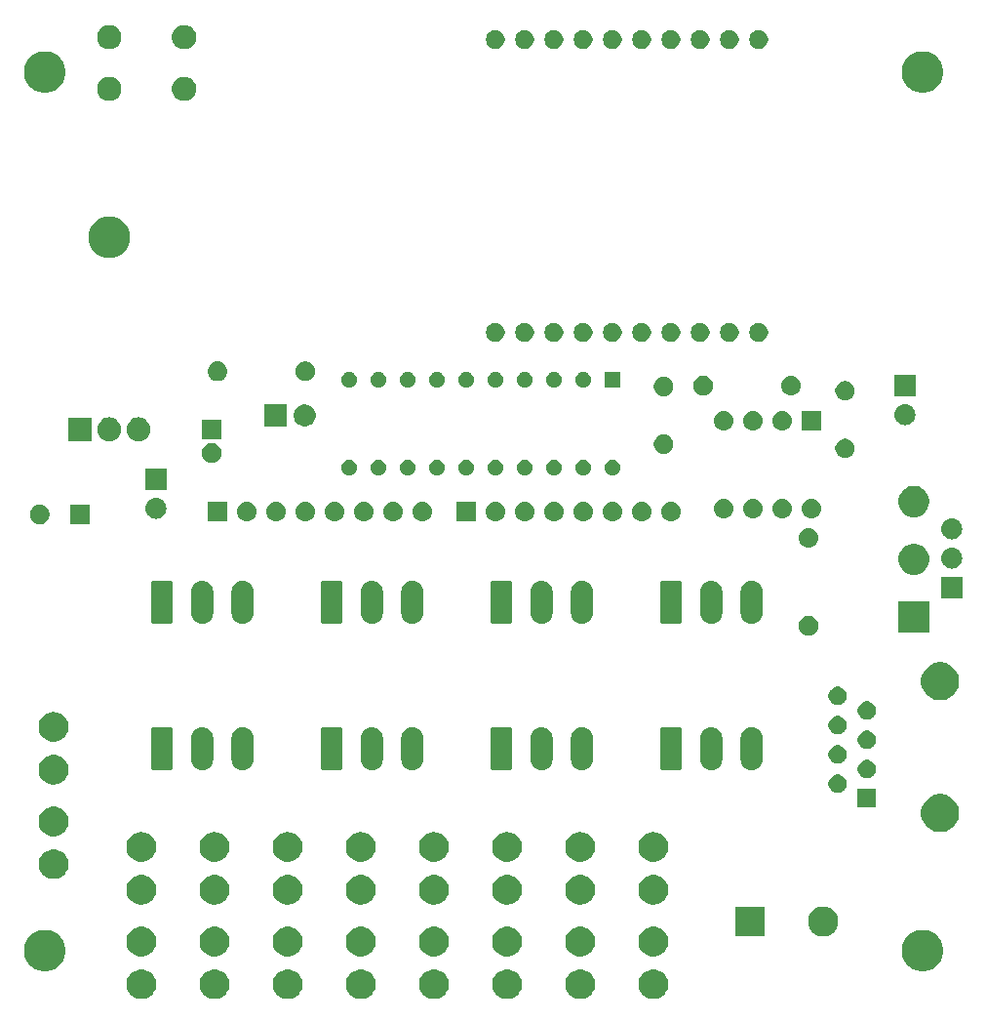
<source format=gbr>
G04 #@! TF.GenerationSoftware,KiCad,Pcbnew,(5.1.0)-1*
G04 #@! TF.CreationDate,2019-07-06T23:43:08-04:00*
G04 #@! TF.ProjectId,ESP32_Controller,45535033-325f-4436-9f6e-74726f6c6c65,v1.2*
G04 #@! TF.SameCoordinates,Original*
G04 #@! TF.FileFunction,Soldermask,Bot*
G04 #@! TF.FilePolarity,Negative*
%FSLAX46Y46*%
G04 Gerber Fmt 4.6, Leading zero omitted, Abs format (unit mm)*
G04 Created by KiCad (PCBNEW (5.1.0)-1) date 2019-07-06 23:43:08*
%MOMM*%
%LPD*%
G04 APERTURE LIST*
%ADD10C,0.100000*%
G04 APERTURE END LIST*
D10*
G36*
X128479885Y-129138005D02*
G01*
X128645842Y-129171016D01*
X128880334Y-129268146D01*
X129091371Y-129409156D01*
X129270844Y-129588629D01*
X129411854Y-129799666D01*
X129508984Y-130034158D01*
X129558500Y-130283094D01*
X129558500Y-130536906D01*
X129508984Y-130785842D01*
X129411854Y-131020334D01*
X129270844Y-131231371D01*
X129091371Y-131410844D01*
X128880334Y-131551854D01*
X128645842Y-131648984D01*
X128479885Y-131681995D01*
X128396907Y-131698500D01*
X128143093Y-131698500D01*
X128060115Y-131681995D01*
X127894158Y-131648984D01*
X127659666Y-131551854D01*
X127448629Y-131410844D01*
X127269156Y-131231371D01*
X127128146Y-131020334D01*
X127031016Y-130785842D01*
X126981500Y-130536906D01*
X126981500Y-130283094D01*
X127031016Y-130034158D01*
X127128146Y-129799666D01*
X127269156Y-129588629D01*
X127448629Y-129409156D01*
X127659666Y-129268146D01*
X127894158Y-129171016D01*
X128060115Y-129138005D01*
X128143093Y-129121500D01*
X128396907Y-129121500D01*
X128479885Y-129138005D01*
X128479885Y-129138005D01*
G37*
G36*
X172929885Y-129138005D02*
G01*
X173095842Y-129171016D01*
X173330334Y-129268146D01*
X173541371Y-129409156D01*
X173720844Y-129588629D01*
X173861854Y-129799666D01*
X173958984Y-130034158D01*
X174008500Y-130283094D01*
X174008500Y-130536906D01*
X173958984Y-130785842D01*
X173861854Y-131020334D01*
X173720844Y-131231371D01*
X173541371Y-131410844D01*
X173330334Y-131551854D01*
X173095842Y-131648984D01*
X172929885Y-131681995D01*
X172846907Y-131698500D01*
X172593093Y-131698500D01*
X172510115Y-131681995D01*
X172344158Y-131648984D01*
X172109666Y-131551854D01*
X171898629Y-131410844D01*
X171719156Y-131231371D01*
X171578146Y-131020334D01*
X171481016Y-130785842D01*
X171431500Y-130536906D01*
X171431500Y-130283094D01*
X171481016Y-130034158D01*
X171578146Y-129799666D01*
X171719156Y-129588629D01*
X171898629Y-129409156D01*
X172109666Y-129268146D01*
X172344158Y-129171016D01*
X172510115Y-129138005D01*
X172593093Y-129121500D01*
X172846907Y-129121500D01*
X172929885Y-129138005D01*
X172929885Y-129138005D01*
G37*
G36*
X160229885Y-129138005D02*
G01*
X160395842Y-129171016D01*
X160630334Y-129268146D01*
X160841371Y-129409156D01*
X161020844Y-129588629D01*
X161161854Y-129799666D01*
X161258984Y-130034158D01*
X161308500Y-130283094D01*
X161308500Y-130536906D01*
X161258984Y-130785842D01*
X161161854Y-131020334D01*
X161020844Y-131231371D01*
X160841371Y-131410844D01*
X160630334Y-131551854D01*
X160395842Y-131648984D01*
X160229885Y-131681995D01*
X160146907Y-131698500D01*
X159893093Y-131698500D01*
X159810115Y-131681995D01*
X159644158Y-131648984D01*
X159409666Y-131551854D01*
X159198629Y-131410844D01*
X159019156Y-131231371D01*
X158878146Y-131020334D01*
X158781016Y-130785842D01*
X158731500Y-130536906D01*
X158731500Y-130283094D01*
X158781016Y-130034158D01*
X158878146Y-129799666D01*
X159019156Y-129588629D01*
X159198629Y-129409156D01*
X159409666Y-129268146D01*
X159644158Y-129171016D01*
X159810115Y-129138005D01*
X159893093Y-129121500D01*
X160146907Y-129121500D01*
X160229885Y-129138005D01*
X160229885Y-129138005D01*
G37*
G36*
X153879885Y-129138005D02*
G01*
X154045842Y-129171016D01*
X154280334Y-129268146D01*
X154491371Y-129409156D01*
X154670844Y-129588629D01*
X154811854Y-129799666D01*
X154908984Y-130034158D01*
X154958500Y-130283094D01*
X154958500Y-130536906D01*
X154908984Y-130785842D01*
X154811854Y-131020334D01*
X154670844Y-131231371D01*
X154491371Y-131410844D01*
X154280334Y-131551854D01*
X154045842Y-131648984D01*
X153879885Y-131681995D01*
X153796907Y-131698500D01*
X153543093Y-131698500D01*
X153460115Y-131681995D01*
X153294158Y-131648984D01*
X153059666Y-131551854D01*
X152848629Y-131410844D01*
X152669156Y-131231371D01*
X152528146Y-131020334D01*
X152431016Y-130785842D01*
X152381500Y-130536906D01*
X152381500Y-130283094D01*
X152431016Y-130034158D01*
X152528146Y-129799666D01*
X152669156Y-129588629D01*
X152848629Y-129409156D01*
X153059666Y-129268146D01*
X153294158Y-129171016D01*
X153460115Y-129138005D01*
X153543093Y-129121500D01*
X153796907Y-129121500D01*
X153879885Y-129138005D01*
X153879885Y-129138005D01*
G37*
G36*
X147529885Y-129138005D02*
G01*
X147695842Y-129171016D01*
X147930334Y-129268146D01*
X148141371Y-129409156D01*
X148320844Y-129588629D01*
X148461854Y-129799666D01*
X148558984Y-130034158D01*
X148608500Y-130283094D01*
X148608500Y-130536906D01*
X148558984Y-130785842D01*
X148461854Y-131020334D01*
X148320844Y-131231371D01*
X148141371Y-131410844D01*
X147930334Y-131551854D01*
X147695842Y-131648984D01*
X147529885Y-131681995D01*
X147446907Y-131698500D01*
X147193093Y-131698500D01*
X147110115Y-131681995D01*
X146944158Y-131648984D01*
X146709666Y-131551854D01*
X146498629Y-131410844D01*
X146319156Y-131231371D01*
X146178146Y-131020334D01*
X146081016Y-130785842D01*
X146031500Y-130536906D01*
X146031500Y-130283094D01*
X146081016Y-130034158D01*
X146178146Y-129799666D01*
X146319156Y-129588629D01*
X146498629Y-129409156D01*
X146709666Y-129268146D01*
X146944158Y-129171016D01*
X147110115Y-129138005D01*
X147193093Y-129121500D01*
X147446907Y-129121500D01*
X147529885Y-129138005D01*
X147529885Y-129138005D01*
G37*
G36*
X141179885Y-129138005D02*
G01*
X141345842Y-129171016D01*
X141580334Y-129268146D01*
X141791371Y-129409156D01*
X141970844Y-129588629D01*
X142111854Y-129799666D01*
X142208984Y-130034158D01*
X142258500Y-130283094D01*
X142258500Y-130536906D01*
X142208984Y-130785842D01*
X142111854Y-131020334D01*
X141970844Y-131231371D01*
X141791371Y-131410844D01*
X141580334Y-131551854D01*
X141345842Y-131648984D01*
X141179885Y-131681995D01*
X141096907Y-131698500D01*
X140843093Y-131698500D01*
X140760115Y-131681995D01*
X140594158Y-131648984D01*
X140359666Y-131551854D01*
X140148629Y-131410844D01*
X139969156Y-131231371D01*
X139828146Y-131020334D01*
X139731016Y-130785842D01*
X139681500Y-130536906D01*
X139681500Y-130283094D01*
X139731016Y-130034158D01*
X139828146Y-129799666D01*
X139969156Y-129588629D01*
X140148629Y-129409156D01*
X140359666Y-129268146D01*
X140594158Y-129171016D01*
X140760115Y-129138005D01*
X140843093Y-129121500D01*
X141096907Y-129121500D01*
X141179885Y-129138005D01*
X141179885Y-129138005D01*
G37*
G36*
X134829885Y-129138005D02*
G01*
X134995842Y-129171016D01*
X135230334Y-129268146D01*
X135441371Y-129409156D01*
X135620844Y-129588629D01*
X135761854Y-129799666D01*
X135858984Y-130034158D01*
X135908500Y-130283094D01*
X135908500Y-130536906D01*
X135858984Y-130785842D01*
X135761854Y-131020334D01*
X135620844Y-131231371D01*
X135441371Y-131410844D01*
X135230334Y-131551854D01*
X134995842Y-131648984D01*
X134829885Y-131681995D01*
X134746907Y-131698500D01*
X134493093Y-131698500D01*
X134410115Y-131681995D01*
X134244158Y-131648984D01*
X134009666Y-131551854D01*
X133798629Y-131410844D01*
X133619156Y-131231371D01*
X133478146Y-131020334D01*
X133381016Y-130785842D01*
X133331500Y-130536906D01*
X133331500Y-130283094D01*
X133381016Y-130034158D01*
X133478146Y-129799666D01*
X133619156Y-129588629D01*
X133798629Y-129409156D01*
X134009666Y-129268146D01*
X134244158Y-129171016D01*
X134410115Y-129138005D01*
X134493093Y-129121500D01*
X134746907Y-129121500D01*
X134829885Y-129138005D01*
X134829885Y-129138005D01*
G37*
G36*
X166579885Y-129138005D02*
G01*
X166745842Y-129171016D01*
X166980334Y-129268146D01*
X167191371Y-129409156D01*
X167370844Y-129588629D01*
X167511854Y-129799666D01*
X167608984Y-130034158D01*
X167658500Y-130283094D01*
X167658500Y-130536906D01*
X167608984Y-130785842D01*
X167511854Y-131020334D01*
X167370844Y-131231371D01*
X167191371Y-131410844D01*
X166980334Y-131551854D01*
X166745842Y-131648984D01*
X166579885Y-131681995D01*
X166496907Y-131698500D01*
X166243093Y-131698500D01*
X166160115Y-131681995D01*
X165994158Y-131648984D01*
X165759666Y-131551854D01*
X165548629Y-131410844D01*
X165369156Y-131231371D01*
X165228146Y-131020334D01*
X165131016Y-130785842D01*
X165081500Y-130536906D01*
X165081500Y-130283094D01*
X165131016Y-130034158D01*
X165228146Y-129799666D01*
X165369156Y-129588629D01*
X165548629Y-129409156D01*
X165759666Y-129268146D01*
X165994158Y-129171016D01*
X166160115Y-129138005D01*
X166243093Y-129121500D01*
X166496907Y-129121500D01*
X166579885Y-129138005D01*
X166579885Y-129138005D01*
G37*
G36*
X120413331Y-125776211D02*
G01*
X120741092Y-125911974D01*
X121036070Y-126109072D01*
X121286928Y-126359930D01*
X121484026Y-126654908D01*
X121619789Y-126982669D01*
X121689000Y-127330616D01*
X121689000Y-127685384D01*
X121619789Y-128033331D01*
X121484026Y-128361092D01*
X121286928Y-128656070D01*
X121036070Y-128906928D01*
X120741092Y-129104026D01*
X120413331Y-129239789D01*
X120065384Y-129309000D01*
X119710616Y-129309000D01*
X119362669Y-129239789D01*
X119034908Y-129104026D01*
X118739930Y-128906928D01*
X118489072Y-128656070D01*
X118291974Y-128361092D01*
X118156211Y-128033331D01*
X118087000Y-127685384D01*
X118087000Y-127330616D01*
X118156211Y-126982669D01*
X118291974Y-126654908D01*
X118489072Y-126359930D01*
X118739930Y-126109072D01*
X119034908Y-125911974D01*
X119362669Y-125776211D01*
X119710616Y-125707000D01*
X120065384Y-125707000D01*
X120413331Y-125776211D01*
X120413331Y-125776211D01*
G37*
G36*
X196613331Y-125776211D02*
G01*
X196941092Y-125911974D01*
X197236070Y-126109072D01*
X197486928Y-126359930D01*
X197684026Y-126654908D01*
X197819789Y-126982669D01*
X197889000Y-127330616D01*
X197889000Y-127685384D01*
X197819789Y-128033331D01*
X197684026Y-128361092D01*
X197486928Y-128656070D01*
X197236070Y-128906928D01*
X196941092Y-129104026D01*
X196613331Y-129239789D01*
X196265384Y-129309000D01*
X195910616Y-129309000D01*
X195562669Y-129239789D01*
X195234908Y-129104026D01*
X194939930Y-128906928D01*
X194689072Y-128656070D01*
X194491974Y-128361092D01*
X194356211Y-128033331D01*
X194287000Y-127685384D01*
X194287000Y-127330616D01*
X194356211Y-126982669D01*
X194491974Y-126654908D01*
X194689072Y-126359930D01*
X194939930Y-126109072D01*
X195234908Y-125911974D01*
X195562669Y-125776211D01*
X195910616Y-125707000D01*
X196265384Y-125707000D01*
X196613331Y-125776211D01*
X196613331Y-125776211D01*
G37*
G36*
X128479885Y-125438005D02*
G01*
X128645842Y-125471016D01*
X128880334Y-125568146D01*
X129091371Y-125709156D01*
X129270844Y-125888629D01*
X129411854Y-126099666D01*
X129508984Y-126334158D01*
X129558500Y-126583094D01*
X129558500Y-126836906D01*
X129508984Y-127085842D01*
X129411854Y-127320334D01*
X129270844Y-127531371D01*
X129091371Y-127710844D01*
X128880334Y-127851854D01*
X128645842Y-127948984D01*
X128479885Y-127981995D01*
X128396907Y-127998500D01*
X128143093Y-127998500D01*
X128060115Y-127981995D01*
X127894158Y-127948984D01*
X127659666Y-127851854D01*
X127448629Y-127710844D01*
X127269156Y-127531371D01*
X127128146Y-127320334D01*
X127031016Y-127085842D01*
X126981500Y-126836906D01*
X126981500Y-126583094D01*
X127031016Y-126334158D01*
X127128146Y-126099666D01*
X127269156Y-125888629D01*
X127448629Y-125709156D01*
X127659666Y-125568146D01*
X127894158Y-125471016D01*
X128060115Y-125438005D01*
X128143093Y-125421500D01*
X128396907Y-125421500D01*
X128479885Y-125438005D01*
X128479885Y-125438005D01*
G37*
G36*
X134829885Y-125438005D02*
G01*
X134995842Y-125471016D01*
X135230334Y-125568146D01*
X135441371Y-125709156D01*
X135620844Y-125888629D01*
X135761854Y-126099666D01*
X135858984Y-126334158D01*
X135908500Y-126583094D01*
X135908500Y-126836906D01*
X135858984Y-127085842D01*
X135761854Y-127320334D01*
X135620844Y-127531371D01*
X135441371Y-127710844D01*
X135230334Y-127851854D01*
X134995842Y-127948984D01*
X134829885Y-127981995D01*
X134746907Y-127998500D01*
X134493093Y-127998500D01*
X134410115Y-127981995D01*
X134244158Y-127948984D01*
X134009666Y-127851854D01*
X133798629Y-127710844D01*
X133619156Y-127531371D01*
X133478146Y-127320334D01*
X133381016Y-127085842D01*
X133331500Y-126836906D01*
X133331500Y-126583094D01*
X133381016Y-126334158D01*
X133478146Y-126099666D01*
X133619156Y-125888629D01*
X133798629Y-125709156D01*
X134009666Y-125568146D01*
X134244158Y-125471016D01*
X134410115Y-125438005D01*
X134493093Y-125421500D01*
X134746907Y-125421500D01*
X134829885Y-125438005D01*
X134829885Y-125438005D01*
G37*
G36*
X141179885Y-125438005D02*
G01*
X141345842Y-125471016D01*
X141580334Y-125568146D01*
X141791371Y-125709156D01*
X141970844Y-125888629D01*
X142111854Y-126099666D01*
X142208984Y-126334158D01*
X142258500Y-126583094D01*
X142258500Y-126836906D01*
X142208984Y-127085842D01*
X142111854Y-127320334D01*
X141970844Y-127531371D01*
X141791371Y-127710844D01*
X141580334Y-127851854D01*
X141345842Y-127948984D01*
X141179885Y-127981995D01*
X141096907Y-127998500D01*
X140843093Y-127998500D01*
X140760115Y-127981995D01*
X140594158Y-127948984D01*
X140359666Y-127851854D01*
X140148629Y-127710844D01*
X139969156Y-127531371D01*
X139828146Y-127320334D01*
X139731016Y-127085842D01*
X139681500Y-126836906D01*
X139681500Y-126583094D01*
X139731016Y-126334158D01*
X139828146Y-126099666D01*
X139969156Y-125888629D01*
X140148629Y-125709156D01*
X140359666Y-125568146D01*
X140594158Y-125471016D01*
X140760115Y-125438005D01*
X140843093Y-125421500D01*
X141096907Y-125421500D01*
X141179885Y-125438005D01*
X141179885Y-125438005D01*
G37*
G36*
X147529885Y-125438005D02*
G01*
X147695842Y-125471016D01*
X147930334Y-125568146D01*
X148141371Y-125709156D01*
X148320844Y-125888629D01*
X148461854Y-126099666D01*
X148558984Y-126334158D01*
X148608500Y-126583094D01*
X148608500Y-126836906D01*
X148558984Y-127085842D01*
X148461854Y-127320334D01*
X148320844Y-127531371D01*
X148141371Y-127710844D01*
X147930334Y-127851854D01*
X147695842Y-127948984D01*
X147529885Y-127981995D01*
X147446907Y-127998500D01*
X147193093Y-127998500D01*
X147110115Y-127981995D01*
X146944158Y-127948984D01*
X146709666Y-127851854D01*
X146498629Y-127710844D01*
X146319156Y-127531371D01*
X146178146Y-127320334D01*
X146081016Y-127085842D01*
X146031500Y-126836906D01*
X146031500Y-126583094D01*
X146081016Y-126334158D01*
X146178146Y-126099666D01*
X146319156Y-125888629D01*
X146498629Y-125709156D01*
X146709666Y-125568146D01*
X146944158Y-125471016D01*
X147110115Y-125438005D01*
X147193093Y-125421500D01*
X147446907Y-125421500D01*
X147529885Y-125438005D01*
X147529885Y-125438005D01*
G37*
G36*
X153879885Y-125438005D02*
G01*
X154045842Y-125471016D01*
X154280334Y-125568146D01*
X154491371Y-125709156D01*
X154670844Y-125888629D01*
X154811854Y-126099666D01*
X154908984Y-126334158D01*
X154958500Y-126583094D01*
X154958500Y-126836906D01*
X154908984Y-127085842D01*
X154811854Y-127320334D01*
X154670844Y-127531371D01*
X154491371Y-127710844D01*
X154280334Y-127851854D01*
X154045842Y-127948984D01*
X153879885Y-127981995D01*
X153796907Y-127998500D01*
X153543093Y-127998500D01*
X153460115Y-127981995D01*
X153294158Y-127948984D01*
X153059666Y-127851854D01*
X152848629Y-127710844D01*
X152669156Y-127531371D01*
X152528146Y-127320334D01*
X152431016Y-127085842D01*
X152381500Y-126836906D01*
X152381500Y-126583094D01*
X152431016Y-126334158D01*
X152528146Y-126099666D01*
X152669156Y-125888629D01*
X152848629Y-125709156D01*
X153059666Y-125568146D01*
X153294158Y-125471016D01*
X153460115Y-125438005D01*
X153543093Y-125421500D01*
X153796907Y-125421500D01*
X153879885Y-125438005D01*
X153879885Y-125438005D01*
G37*
G36*
X160229885Y-125438005D02*
G01*
X160395842Y-125471016D01*
X160630334Y-125568146D01*
X160841371Y-125709156D01*
X161020844Y-125888629D01*
X161161854Y-126099666D01*
X161258984Y-126334158D01*
X161308500Y-126583094D01*
X161308500Y-126836906D01*
X161258984Y-127085842D01*
X161161854Y-127320334D01*
X161020844Y-127531371D01*
X160841371Y-127710844D01*
X160630334Y-127851854D01*
X160395842Y-127948984D01*
X160229885Y-127981995D01*
X160146907Y-127998500D01*
X159893093Y-127998500D01*
X159810115Y-127981995D01*
X159644158Y-127948984D01*
X159409666Y-127851854D01*
X159198629Y-127710844D01*
X159019156Y-127531371D01*
X158878146Y-127320334D01*
X158781016Y-127085842D01*
X158731500Y-126836906D01*
X158731500Y-126583094D01*
X158781016Y-126334158D01*
X158878146Y-126099666D01*
X159019156Y-125888629D01*
X159198629Y-125709156D01*
X159409666Y-125568146D01*
X159644158Y-125471016D01*
X159810115Y-125438005D01*
X159893093Y-125421500D01*
X160146907Y-125421500D01*
X160229885Y-125438005D01*
X160229885Y-125438005D01*
G37*
G36*
X166579885Y-125438005D02*
G01*
X166745842Y-125471016D01*
X166980334Y-125568146D01*
X167191371Y-125709156D01*
X167370844Y-125888629D01*
X167511854Y-126099666D01*
X167608984Y-126334158D01*
X167658500Y-126583094D01*
X167658500Y-126836906D01*
X167608984Y-127085842D01*
X167511854Y-127320334D01*
X167370844Y-127531371D01*
X167191371Y-127710844D01*
X166980334Y-127851854D01*
X166745842Y-127948984D01*
X166579885Y-127981995D01*
X166496907Y-127998500D01*
X166243093Y-127998500D01*
X166160115Y-127981995D01*
X165994158Y-127948984D01*
X165759666Y-127851854D01*
X165548629Y-127710844D01*
X165369156Y-127531371D01*
X165228146Y-127320334D01*
X165131016Y-127085842D01*
X165081500Y-126836906D01*
X165081500Y-126583094D01*
X165131016Y-126334158D01*
X165228146Y-126099666D01*
X165369156Y-125888629D01*
X165548629Y-125709156D01*
X165759666Y-125568146D01*
X165994158Y-125471016D01*
X166160115Y-125438005D01*
X166243093Y-125421500D01*
X166496907Y-125421500D01*
X166579885Y-125438005D01*
X166579885Y-125438005D01*
G37*
G36*
X172929885Y-125438005D02*
G01*
X173095842Y-125471016D01*
X173330334Y-125568146D01*
X173541371Y-125709156D01*
X173720844Y-125888629D01*
X173861854Y-126099666D01*
X173958984Y-126334158D01*
X174008500Y-126583094D01*
X174008500Y-126836906D01*
X173958984Y-127085842D01*
X173861854Y-127320334D01*
X173720844Y-127531371D01*
X173541371Y-127710844D01*
X173330334Y-127851854D01*
X173095842Y-127948984D01*
X172929885Y-127981995D01*
X172846907Y-127998500D01*
X172593093Y-127998500D01*
X172510115Y-127981995D01*
X172344158Y-127948984D01*
X172109666Y-127851854D01*
X171898629Y-127710844D01*
X171719156Y-127531371D01*
X171578146Y-127320334D01*
X171481016Y-127085842D01*
X171431500Y-126836906D01*
X171431500Y-126583094D01*
X171481016Y-126334158D01*
X171578146Y-126099666D01*
X171719156Y-125888629D01*
X171898629Y-125709156D01*
X172109666Y-125568146D01*
X172344158Y-125471016D01*
X172510115Y-125438005D01*
X172593093Y-125421500D01*
X172846907Y-125421500D01*
X172929885Y-125438005D01*
X172929885Y-125438005D01*
G37*
G36*
X182403000Y-126269000D02*
G01*
X179801000Y-126269000D01*
X179801000Y-123667000D01*
X182403000Y-123667000D01*
X182403000Y-126269000D01*
X182403000Y-126269000D01*
G37*
G36*
X187831487Y-123716996D02*
G01*
X188068253Y-123815068D01*
X188068255Y-123815069D01*
X188281339Y-123957447D01*
X188462553Y-124138661D01*
X188604932Y-124351747D01*
X188703004Y-124588513D01*
X188753000Y-124839861D01*
X188753000Y-125096139D01*
X188703004Y-125347487D01*
X188651836Y-125471016D01*
X188604931Y-125584255D01*
X188462553Y-125797339D01*
X188281339Y-125978553D01*
X188068255Y-126120931D01*
X188068254Y-126120932D01*
X188068253Y-126120932D01*
X187831487Y-126219004D01*
X187580139Y-126269000D01*
X187323861Y-126269000D01*
X187072513Y-126219004D01*
X186835747Y-126120932D01*
X186835746Y-126120932D01*
X186835745Y-126120931D01*
X186622661Y-125978553D01*
X186441447Y-125797339D01*
X186299069Y-125584255D01*
X186252164Y-125471016D01*
X186200996Y-125347487D01*
X186151000Y-125096139D01*
X186151000Y-124839861D01*
X186200996Y-124588513D01*
X186299068Y-124351747D01*
X186441447Y-124138661D01*
X186622661Y-123957447D01*
X186835745Y-123815069D01*
X186835747Y-123815068D01*
X187072513Y-123716996D01*
X187323861Y-123667000D01*
X187580139Y-123667000D01*
X187831487Y-123716996D01*
X187831487Y-123716996D01*
G37*
G36*
X166579885Y-120938005D02*
G01*
X166745842Y-120971016D01*
X166980334Y-121068146D01*
X167191371Y-121209156D01*
X167370844Y-121388629D01*
X167511854Y-121599666D01*
X167608984Y-121834158D01*
X167658500Y-122083094D01*
X167658500Y-122336906D01*
X167608984Y-122585842D01*
X167511854Y-122820334D01*
X167370844Y-123031371D01*
X167191371Y-123210844D01*
X166980334Y-123351854D01*
X166745842Y-123448984D01*
X166579885Y-123481995D01*
X166496907Y-123498500D01*
X166243093Y-123498500D01*
X166160115Y-123481995D01*
X165994158Y-123448984D01*
X165759666Y-123351854D01*
X165548629Y-123210844D01*
X165369156Y-123031371D01*
X165228146Y-122820334D01*
X165131016Y-122585842D01*
X165081500Y-122336906D01*
X165081500Y-122083094D01*
X165131016Y-121834158D01*
X165228146Y-121599666D01*
X165369156Y-121388629D01*
X165548629Y-121209156D01*
X165759666Y-121068146D01*
X165994158Y-120971016D01*
X166160115Y-120938005D01*
X166243093Y-120921500D01*
X166496907Y-120921500D01*
X166579885Y-120938005D01*
X166579885Y-120938005D01*
G37*
G36*
X134829885Y-120938005D02*
G01*
X134995842Y-120971016D01*
X135230334Y-121068146D01*
X135441371Y-121209156D01*
X135620844Y-121388629D01*
X135761854Y-121599666D01*
X135858984Y-121834158D01*
X135908500Y-122083094D01*
X135908500Y-122336906D01*
X135858984Y-122585842D01*
X135761854Y-122820334D01*
X135620844Y-123031371D01*
X135441371Y-123210844D01*
X135230334Y-123351854D01*
X134995842Y-123448984D01*
X134829885Y-123481995D01*
X134746907Y-123498500D01*
X134493093Y-123498500D01*
X134410115Y-123481995D01*
X134244158Y-123448984D01*
X134009666Y-123351854D01*
X133798629Y-123210844D01*
X133619156Y-123031371D01*
X133478146Y-122820334D01*
X133381016Y-122585842D01*
X133331500Y-122336906D01*
X133331500Y-122083094D01*
X133381016Y-121834158D01*
X133478146Y-121599666D01*
X133619156Y-121388629D01*
X133798629Y-121209156D01*
X134009666Y-121068146D01*
X134244158Y-120971016D01*
X134410115Y-120938005D01*
X134493093Y-120921500D01*
X134746907Y-120921500D01*
X134829885Y-120938005D01*
X134829885Y-120938005D01*
G37*
G36*
X147529885Y-120938005D02*
G01*
X147695842Y-120971016D01*
X147930334Y-121068146D01*
X148141371Y-121209156D01*
X148320844Y-121388629D01*
X148461854Y-121599666D01*
X148558984Y-121834158D01*
X148608500Y-122083094D01*
X148608500Y-122336906D01*
X148558984Y-122585842D01*
X148461854Y-122820334D01*
X148320844Y-123031371D01*
X148141371Y-123210844D01*
X147930334Y-123351854D01*
X147695842Y-123448984D01*
X147529885Y-123481995D01*
X147446907Y-123498500D01*
X147193093Y-123498500D01*
X147110115Y-123481995D01*
X146944158Y-123448984D01*
X146709666Y-123351854D01*
X146498629Y-123210844D01*
X146319156Y-123031371D01*
X146178146Y-122820334D01*
X146081016Y-122585842D01*
X146031500Y-122336906D01*
X146031500Y-122083094D01*
X146081016Y-121834158D01*
X146178146Y-121599666D01*
X146319156Y-121388629D01*
X146498629Y-121209156D01*
X146709666Y-121068146D01*
X146944158Y-120971016D01*
X147110115Y-120938005D01*
X147193093Y-120921500D01*
X147446907Y-120921500D01*
X147529885Y-120938005D01*
X147529885Y-120938005D01*
G37*
G36*
X141179885Y-120938005D02*
G01*
X141345842Y-120971016D01*
X141580334Y-121068146D01*
X141791371Y-121209156D01*
X141970844Y-121388629D01*
X142111854Y-121599666D01*
X142208984Y-121834158D01*
X142258500Y-122083094D01*
X142258500Y-122336906D01*
X142208984Y-122585842D01*
X142111854Y-122820334D01*
X141970844Y-123031371D01*
X141791371Y-123210844D01*
X141580334Y-123351854D01*
X141345842Y-123448984D01*
X141179885Y-123481995D01*
X141096907Y-123498500D01*
X140843093Y-123498500D01*
X140760115Y-123481995D01*
X140594158Y-123448984D01*
X140359666Y-123351854D01*
X140148629Y-123210844D01*
X139969156Y-123031371D01*
X139828146Y-122820334D01*
X139731016Y-122585842D01*
X139681500Y-122336906D01*
X139681500Y-122083094D01*
X139731016Y-121834158D01*
X139828146Y-121599666D01*
X139969156Y-121388629D01*
X140148629Y-121209156D01*
X140359666Y-121068146D01*
X140594158Y-120971016D01*
X140760115Y-120938005D01*
X140843093Y-120921500D01*
X141096907Y-120921500D01*
X141179885Y-120938005D01*
X141179885Y-120938005D01*
G37*
G36*
X160229885Y-120938005D02*
G01*
X160395842Y-120971016D01*
X160630334Y-121068146D01*
X160841371Y-121209156D01*
X161020844Y-121388629D01*
X161161854Y-121599666D01*
X161258984Y-121834158D01*
X161308500Y-122083094D01*
X161308500Y-122336906D01*
X161258984Y-122585842D01*
X161161854Y-122820334D01*
X161020844Y-123031371D01*
X160841371Y-123210844D01*
X160630334Y-123351854D01*
X160395842Y-123448984D01*
X160229885Y-123481995D01*
X160146907Y-123498500D01*
X159893093Y-123498500D01*
X159810115Y-123481995D01*
X159644158Y-123448984D01*
X159409666Y-123351854D01*
X159198629Y-123210844D01*
X159019156Y-123031371D01*
X158878146Y-122820334D01*
X158781016Y-122585842D01*
X158731500Y-122336906D01*
X158731500Y-122083094D01*
X158781016Y-121834158D01*
X158878146Y-121599666D01*
X159019156Y-121388629D01*
X159198629Y-121209156D01*
X159409666Y-121068146D01*
X159644158Y-120971016D01*
X159810115Y-120938005D01*
X159893093Y-120921500D01*
X160146907Y-120921500D01*
X160229885Y-120938005D01*
X160229885Y-120938005D01*
G37*
G36*
X128479885Y-120938005D02*
G01*
X128645842Y-120971016D01*
X128880334Y-121068146D01*
X129091371Y-121209156D01*
X129270844Y-121388629D01*
X129411854Y-121599666D01*
X129508984Y-121834158D01*
X129558500Y-122083094D01*
X129558500Y-122336906D01*
X129508984Y-122585842D01*
X129411854Y-122820334D01*
X129270844Y-123031371D01*
X129091371Y-123210844D01*
X128880334Y-123351854D01*
X128645842Y-123448984D01*
X128479885Y-123481995D01*
X128396907Y-123498500D01*
X128143093Y-123498500D01*
X128060115Y-123481995D01*
X127894158Y-123448984D01*
X127659666Y-123351854D01*
X127448629Y-123210844D01*
X127269156Y-123031371D01*
X127128146Y-122820334D01*
X127031016Y-122585842D01*
X126981500Y-122336906D01*
X126981500Y-122083094D01*
X127031016Y-121834158D01*
X127128146Y-121599666D01*
X127269156Y-121388629D01*
X127448629Y-121209156D01*
X127659666Y-121068146D01*
X127894158Y-120971016D01*
X128060115Y-120938005D01*
X128143093Y-120921500D01*
X128396907Y-120921500D01*
X128479885Y-120938005D01*
X128479885Y-120938005D01*
G37*
G36*
X153879885Y-120938005D02*
G01*
X154045842Y-120971016D01*
X154280334Y-121068146D01*
X154491371Y-121209156D01*
X154670844Y-121388629D01*
X154811854Y-121599666D01*
X154908984Y-121834158D01*
X154958500Y-122083094D01*
X154958500Y-122336906D01*
X154908984Y-122585842D01*
X154811854Y-122820334D01*
X154670844Y-123031371D01*
X154491371Y-123210844D01*
X154280334Y-123351854D01*
X154045842Y-123448984D01*
X153879885Y-123481995D01*
X153796907Y-123498500D01*
X153543093Y-123498500D01*
X153460115Y-123481995D01*
X153294158Y-123448984D01*
X153059666Y-123351854D01*
X152848629Y-123210844D01*
X152669156Y-123031371D01*
X152528146Y-122820334D01*
X152431016Y-122585842D01*
X152381500Y-122336906D01*
X152381500Y-122083094D01*
X152431016Y-121834158D01*
X152528146Y-121599666D01*
X152669156Y-121388629D01*
X152848629Y-121209156D01*
X153059666Y-121068146D01*
X153294158Y-120971016D01*
X153460115Y-120938005D01*
X153543093Y-120921500D01*
X153796907Y-120921500D01*
X153879885Y-120938005D01*
X153879885Y-120938005D01*
G37*
G36*
X172929885Y-120938005D02*
G01*
X173095842Y-120971016D01*
X173330334Y-121068146D01*
X173541371Y-121209156D01*
X173720844Y-121388629D01*
X173861854Y-121599666D01*
X173958984Y-121834158D01*
X174008500Y-122083094D01*
X174008500Y-122336906D01*
X173958984Y-122585842D01*
X173861854Y-122820334D01*
X173720844Y-123031371D01*
X173541371Y-123210844D01*
X173330334Y-123351854D01*
X173095842Y-123448984D01*
X172929885Y-123481995D01*
X172846907Y-123498500D01*
X172593093Y-123498500D01*
X172510115Y-123481995D01*
X172344158Y-123448984D01*
X172109666Y-123351854D01*
X171898629Y-123210844D01*
X171719156Y-123031371D01*
X171578146Y-122820334D01*
X171481016Y-122585842D01*
X171431500Y-122336906D01*
X171431500Y-122083094D01*
X171481016Y-121834158D01*
X171578146Y-121599666D01*
X171719156Y-121388629D01*
X171898629Y-121209156D01*
X172109666Y-121068146D01*
X172344158Y-120971016D01*
X172510115Y-120938005D01*
X172593093Y-120921500D01*
X172846907Y-120921500D01*
X172929885Y-120938005D01*
X172929885Y-120938005D01*
G37*
G36*
X120859885Y-118724005D02*
G01*
X121025842Y-118757016D01*
X121260334Y-118854146D01*
X121471371Y-118995156D01*
X121650844Y-119174629D01*
X121791854Y-119385666D01*
X121888984Y-119620158D01*
X121938500Y-119869094D01*
X121938500Y-120122906D01*
X121888984Y-120371842D01*
X121791854Y-120606334D01*
X121650844Y-120817371D01*
X121471371Y-120996844D01*
X121260334Y-121137854D01*
X121025842Y-121234984D01*
X120859885Y-121267995D01*
X120776907Y-121284500D01*
X120523093Y-121284500D01*
X120440115Y-121267995D01*
X120274158Y-121234984D01*
X120039666Y-121137854D01*
X119828629Y-120996844D01*
X119649156Y-120817371D01*
X119508146Y-120606334D01*
X119411016Y-120371842D01*
X119361500Y-120122906D01*
X119361500Y-119869094D01*
X119411016Y-119620158D01*
X119508146Y-119385666D01*
X119649156Y-119174629D01*
X119828629Y-118995156D01*
X120039666Y-118854146D01*
X120274158Y-118757016D01*
X120440115Y-118724005D01*
X120523093Y-118707500D01*
X120776907Y-118707500D01*
X120859885Y-118724005D01*
X120859885Y-118724005D01*
G37*
G36*
X141179885Y-117238005D02*
G01*
X141345842Y-117271016D01*
X141580334Y-117368146D01*
X141791371Y-117509156D01*
X141970844Y-117688629D01*
X142111854Y-117899666D01*
X142208984Y-118134158D01*
X142258500Y-118383094D01*
X142258500Y-118636906D01*
X142208984Y-118885842D01*
X142111854Y-119120334D01*
X141970844Y-119331371D01*
X141791371Y-119510844D01*
X141580334Y-119651854D01*
X141345842Y-119748984D01*
X141179885Y-119781995D01*
X141096907Y-119798500D01*
X140843093Y-119798500D01*
X140760115Y-119781995D01*
X140594158Y-119748984D01*
X140359666Y-119651854D01*
X140148629Y-119510844D01*
X139969156Y-119331371D01*
X139828146Y-119120334D01*
X139731016Y-118885842D01*
X139681500Y-118636906D01*
X139681500Y-118383094D01*
X139731016Y-118134158D01*
X139828146Y-117899666D01*
X139969156Y-117688629D01*
X140148629Y-117509156D01*
X140359666Y-117368146D01*
X140594158Y-117271016D01*
X140760115Y-117238005D01*
X140843093Y-117221500D01*
X141096907Y-117221500D01*
X141179885Y-117238005D01*
X141179885Y-117238005D01*
G37*
G36*
X172929885Y-117238005D02*
G01*
X173095842Y-117271016D01*
X173330334Y-117368146D01*
X173541371Y-117509156D01*
X173720844Y-117688629D01*
X173861854Y-117899666D01*
X173958984Y-118134158D01*
X174008500Y-118383094D01*
X174008500Y-118636906D01*
X173958984Y-118885842D01*
X173861854Y-119120334D01*
X173720844Y-119331371D01*
X173541371Y-119510844D01*
X173330334Y-119651854D01*
X173095842Y-119748984D01*
X172929885Y-119781995D01*
X172846907Y-119798500D01*
X172593093Y-119798500D01*
X172510115Y-119781995D01*
X172344158Y-119748984D01*
X172109666Y-119651854D01*
X171898629Y-119510844D01*
X171719156Y-119331371D01*
X171578146Y-119120334D01*
X171481016Y-118885842D01*
X171431500Y-118636906D01*
X171431500Y-118383094D01*
X171481016Y-118134158D01*
X171578146Y-117899666D01*
X171719156Y-117688629D01*
X171898629Y-117509156D01*
X172109666Y-117368146D01*
X172344158Y-117271016D01*
X172510115Y-117238005D01*
X172593093Y-117221500D01*
X172846907Y-117221500D01*
X172929885Y-117238005D01*
X172929885Y-117238005D01*
G37*
G36*
X128479885Y-117238005D02*
G01*
X128645842Y-117271016D01*
X128880334Y-117368146D01*
X129091371Y-117509156D01*
X129270844Y-117688629D01*
X129411854Y-117899666D01*
X129508984Y-118134158D01*
X129558500Y-118383094D01*
X129558500Y-118636906D01*
X129508984Y-118885842D01*
X129411854Y-119120334D01*
X129270844Y-119331371D01*
X129091371Y-119510844D01*
X128880334Y-119651854D01*
X128645842Y-119748984D01*
X128479885Y-119781995D01*
X128396907Y-119798500D01*
X128143093Y-119798500D01*
X128060115Y-119781995D01*
X127894158Y-119748984D01*
X127659666Y-119651854D01*
X127448629Y-119510844D01*
X127269156Y-119331371D01*
X127128146Y-119120334D01*
X127031016Y-118885842D01*
X126981500Y-118636906D01*
X126981500Y-118383094D01*
X127031016Y-118134158D01*
X127128146Y-117899666D01*
X127269156Y-117688629D01*
X127448629Y-117509156D01*
X127659666Y-117368146D01*
X127894158Y-117271016D01*
X128060115Y-117238005D01*
X128143093Y-117221500D01*
X128396907Y-117221500D01*
X128479885Y-117238005D01*
X128479885Y-117238005D01*
G37*
G36*
X134829885Y-117238005D02*
G01*
X134995842Y-117271016D01*
X135230334Y-117368146D01*
X135441371Y-117509156D01*
X135620844Y-117688629D01*
X135761854Y-117899666D01*
X135858984Y-118134158D01*
X135908500Y-118383094D01*
X135908500Y-118636906D01*
X135858984Y-118885842D01*
X135761854Y-119120334D01*
X135620844Y-119331371D01*
X135441371Y-119510844D01*
X135230334Y-119651854D01*
X134995842Y-119748984D01*
X134829885Y-119781995D01*
X134746907Y-119798500D01*
X134493093Y-119798500D01*
X134410115Y-119781995D01*
X134244158Y-119748984D01*
X134009666Y-119651854D01*
X133798629Y-119510844D01*
X133619156Y-119331371D01*
X133478146Y-119120334D01*
X133381016Y-118885842D01*
X133331500Y-118636906D01*
X133331500Y-118383094D01*
X133381016Y-118134158D01*
X133478146Y-117899666D01*
X133619156Y-117688629D01*
X133798629Y-117509156D01*
X134009666Y-117368146D01*
X134244158Y-117271016D01*
X134410115Y-117238005D01*
X134493093Y-117221500D01*
X134746907Y-117221500D01*
X134829885Y-117238005D01*
X134829885Y-117238005D01*
G37*
G36*
X147529885Y-117238005D02*
G01*
X147695842Y-117271016D01*
X147930334Y-117368146D01*
X148141371Y-117509156D01*
X148320844Y-117688629D01*
X148461854Y-117899666D01*
X148558984Y-118134158D01*
X148608500Y-118383094D01*
X148608500Y-118636906D01*
X148558984Y-118885842D01*
X148461854Y-119120334D01*
X148320844Y-119331371D01*
X148141371Y-119510844D01*
X147930334Y-119651854D01*
X147695842Y-119748984D01*
X147529885Y-119781995D01*
X147446907Y-119798500D01*
X147193093Y-119798500D01*
X147110115Y-119781995D01*
X146944158Y-119748984D01*
X146709666Y-119651854D01*
X146498629Y-119510844D01*
X146319156Y-119331371D01*
X146178146Y-119120334D01*
X146081016Y-118885842D01*
X146031500Y-118636906D01*
X146031500Y-118383094D01*
X146081016Y-118134158D01*
X146178146Y-117899666D01*
X146319156Y-117688629D01*
X146498629Y-117509156D01*
X146709666Y-117368146D01*
X146944158Y-117271016D01*
X147110115Y-117238005D01*
X147193093Y-117221500D01*
X147446907Y-117221500D01*
X147529885Y-117238005D01*
X147529885Y-117238005D01*
G37*
G36*
X153879885Y-117238005D02*
G01*
X154045842Y-117271016D01*
X154280334Y-117368146D01*
X154491371Y-117509156D01*
X154670844Y-117688629D01*
X154811854Y-117899666D01*
X154908984Y-118134158D01*
X154958500Y-118383094D01*
X154958500Y-118636906D01*
X154908984Y-118885842D01*
X154811854Y-119120334D01*
X154670844Y-119331371D01*
X154491371Y-119510844D01*
X154280334Y-119651854D01*
X154045842Y-119748984D01*
X153879885Y-119781995D01*
X153796907Y-119798500D01*
X153543093Y-119798500D01*
X153460115Y-119781995D01*
X153294158Y-119748984D01*
X153059666Y-119651854D01*
X152848629Y-119510844D01*
X152669156Y-119331371D01*
X152528146Y-119120334D01*
X152431016Y-118885842D01*
X152381500Y-118636906D01*
X152381500Y-118383094D01*
X152431016Y-118134158D01*
X152528146Y-117899666D01*
X152669156Y-117688629D01*
X152848629Y-117509156D01*
X153059666Y-117368146D01*
X153294158Y-117271016D01*
X153460115Y-117238005D01*
X153543093Y-117221500D01*
X153796907Y-117221500D01*
X153879885Y-117238005D01*
X153879885Y-117238005D01*
G37*
G36*
X166579885Y-117238005D02*
G01*
X166745842Y-117271016D01*
X166980334Y-117368146D01*
X167191371Y-117509156D01*
X167370844Y-117688629D01*
X167511854Y-117899666D01*
X167608984Y-118134158D01*
X167658500Y-118383094D01*
X167658500Y-118636906D01*
X167608984Y-118885842D01*
X167511854Y-119120334D01*
X167370844Y-119331371D01*
X167191371Y-119510844D01*
X166980334Y-119651854D01*
X166745842Y-119748984D01*
X166579885Y-119781995D01*
X166496907Y-119798500D01*
X166243093Y-119798500D01*
X166160115Y-119781995D01*
X165994158Y-119748984D01*
X165759666Y-119651854D01*
X165548629Y-119510844D01*
X165369156Y-119331371D01*
X165228146Y-119120334D01*
X165131016Y-118885842D01*
X165081500Y-118636906D01*
X165081500Y-118383094D01*
X165131016Y-118134158D01*
X165228146Y-117899666D01*
X165369156Y-117688629D01*
X165548629Y-117509156D01*
X165759666Y-117368146D01*
X165994158Y-117271016D01*
X166160115Y-117238005D01*
X166243093Y-117221500D01*
X166496907Y-117221500D01*
X166579885Y-117238005D01*
X166579885Y-117238005D01*
G37*
G36*
X160229885Y-117238005D02*
G01*
X160395842Y-117271016D01*
X160630334Y-117368146D01*
X160841371Y-117509156D01*
X161020844Y-117688629D01*
X161161854Y-117899666D01*
X161258984Y-118134158D01*
X161308500Y-118383094D01*
X161308500Y-118636906D01*
X161258984Y-118885842D01*
X161161854Y-119120334D01*
X161020844Y-119331371D01*
X160841371Y-119510844D01*
X160630334Y-119651854D01*
X160395842Y-119748984D01*
X160229885Y-119781995D01*
X160146907Y-119798500D01*
X159893093Y-119798500D01*
X159810115Y-119781995D01*
X159644158Y-119748984D01*
X159409666Y-119651854D01*
X159198629Y-119510844D01*
X159019156Y-119331371D01*
X158878146Y-119120334D01*
X158781016Y-118885842D01*
X158731500Y-118636906D01*
X158731500Y-118383094D01*
X158781016Y-118134158D01*
X158878146Y-117899666D01*
X159019156Y-117688629D01*
X159198629Y-117509156D01*
X159409666Y-117368146D01*
X159644158Y-117271016D01*
X159810115Y-117238005D01*
X159893093Y-117221500D01*
X160146907Y-117221500D01*
X160229885Y-117238005D01*
X160229885Y-117238005D01*
G37*
G36*
X120859885Y-115024005D02*
G01*
X121025842Y-115057016D01*
X121260334Y-115154146D01*
X121471371Y-115295156D01*
X121650844Y-115474629D01*
X121791854Y-115685666D01*
X121888984Y-115920158D01*
X121938500Y-116169094D01*
X121938500Y-116422906D01*
X121888984Y-116671842D01*
X121791854Y-116906334D01*
X121650844Y-117117371D01*
X121471371Y-117296844D01*
X121260334Y-117437854D01*
X121025842Y-117534984D01*
X120859885Y-117567995D01*
X120776907Y-117584500D01*
X120523093Y-117584500D01*
X120440115Y-117567995D01*
X120274158Y-117534984D01*
X120039666Y-117437854D01*
X119828629Y-117296844D01*
X119649156Y-117117371D01*
X119508146Y-116906334D01*
X119411016Y-116671842D01*
X119361500Y-116422906D01*
X119361500Y-116169094D01*
X119411016Y-115920158D01*
X119508146Y-115685666D01*
X119649156Y-115474629D01*
X119828629Y-115295156D01*
X120039666Y-115154146D01*
X120274158Y-115057016D01*
X120440115Y-115024005D01*
X120523093Y-115007500D01*
X120776907Y-115007500D01*
X120859885Y-115024005D01*
X120859885Y-115024005D01*
G37*
G36*
X197987256Y-113961298D02*
G01*
X198093579Y-113982447D01*
X198394042Y-114106903D01*
X198664451Y-114287585D01*
X198894415Y-114517549D01*
X199075097Y-114787958D01*
X199199553Y-115088421D01*
X199263000Y-115407391D01*
X199263000Y-115732609D01*
X199199553Y-116051579D01*
X199075097Y-116352042D01*
X198894415Y-116622451D01*
X198664451Y-116852415D01*
X198394042Y-117033097D01*
X198093579Y-117157553D01*
X197987256Y-117178702D01*
X197774611Y-117221000D01*
X197449389Y-117221000D01*
X197236744Y-117178702D01*
X197130421Y-117157553D01*
X196829958Y-117033097D01*
X196559549Y-116852415D01*
X196329585Y-116622451D01*
X196148903Y-116352042D01*
X196024447Y-116051579D01*
X195961000Y-115732609D01*
X195961000Y-115407391D01*
X196024447Y-115088421D01*
X196148903Y-114787958D01*
X196329585Y-114517549D01*
X196559549Y-114287585D01*
X196829958Y-114106903D01*
X197130421Y-113982447D01*
X197236744Y-113961298D01*
X197449389Y-113919000D01*
X197774611Y-113919000D01*
X197987256Y-113961298D01*
X197987256Y-113961298D01*
G37*
G36*
X192063000Y-115101000D02*
G01*
X190461000Y-115101000D01*
X190461000Y-113499000D01*
X192063000Y-113499000D01*
X192063000Y-115101000D01*
X192063000Y-115101000D01*
G37*
G36*
X188955642Y-112259781D02*
G01*
X189101414Y-112320162D01*
X189101416Y-112320163D01*
X189232608Y-112407822D01*
X189344178Y-112519392D01*
X189351412Y-112530219D01*
X189431838Y-112650586D01*
X189492219Y-112796358D01*
X189523000Y-112951107D01*
X189523000Y-113108893D01*
X189492219Y-113263642D01*
X189431838Y-113409414D01*
X189431837Y-113409416D01*
X189344178Y-113540608D01*
X189232608Y-113652178D01*
X189101416Y-113739837D01*
X189101415Y-113739838D01*
X189101414Y-113739838D01*
X188955642Y-113800219D01*
X188800893Y-113831000D01*
X188643107Y-113831000D01*
X188488358Y-113800219D01*
X188342586Y-113739838D01*
X188342585Y-113739838D01*
X188342584Y-113739837D01*
X188211392Y-113652178D01*
X188099822Y-113540608D01*
X188012163Y-113409416D01*
X188012162Y-113409414D01*
X187951781Y-113263642D01*
X187921000Y-113108893D01*
X187921000Y-112951107D01*
X187951781Y-112796358D01*
X188012162Y-112650586D01*
X188092588Y-112530219D01*
X188099822Y-112519392D01*
X188211392Y-112407822D01*
X188342584Y-112320163D01*
X188342586Y-112320162D01*
X188488358Y-112259781D01*
X188643107Y-112229000D01*
X188800893Y-112229000D01*
X188955642Y-112259781D01*
X188955642Y-112259781D01*
G37*
G36*
X120859885Y-110524005D02*
G01*
X121025842Y-110557016D01*
X121260334Y-110654146D01*
X121471371Y-110795156D01*
X121650844Y-110974629D01*
X121791854Y-111185666D01*
X121888984Y-111420158D01*
X121938500Y-111669094D01*
X121938500Y-111922906D01*
X121888984Y-112171842D01*
X121791854Y-112406334D01*
X121650844Y-112617371D01*
X121471371Y-112796844D01*
X121260334Y-112937854D01*
X121025842Y-113034984D01*
X120859885Y-113067995D01*
X120776907Y-113084500D01*
X120523093Y-113084500D01*
X120440115Y-113067995D01*
X120274158Y-113034984D01*
X120039666Y-112937854D01*
X119828629Y-112796844D01*
X119649156Y-112617371D01*
X119508146Y-112406334D01*
X119411016Y-112171842D01*
X119361500Y-111922906D01*
X119361500Y-111669094D01*
X119411016Y-111420158D01*
X119508146Y-111185666D01*
X119649156Y-110974629D01*
X119828629Y-110795156D01*
X120039666Y-110654146D01*
X120274158Y-110557016D01*
X120440115Y-110524005D01*
X120523093Y-110507500D01*
X120776907Y-110507500D01*
X120859885Y-110524005D01*
X120859885Y-110524005D01*
G37*
G36*
X191495642Y-110989781D02*
G01*
X191641414Y-111050162D01*
X191641416Y-111050163D01*
X191772608Y-111137822D01*
X191884178Y-111249392D01*
X191891412Y-111260219D01*
X191971838Y-111380586D01*
X192032219Y-111526358D01*
X192063000Y-111681107D01*
X192063000Y-111838893D01*
X192032219Y-111993642D01*
X191971838Y-112139414D01*
X191971837Y-112139416D01*
X191884178Y-112270608D01*
X191772608Y-112382178D01*
X191641416Y-112469837D01*
X191641415Y-112469838D01*
X191641414Y-112469838D01*
X191495642Y-112530219D01*
X191340893Y-112561000D01*
X191183107Y-112561000D01*
X191028358Y-112530219D01*
X190882586Y-112469838D01*
X190882585Y-112469838D01*
X190882584Y-112469837D01*
X190751392Y-112382178D01*
X190639822Y-112270608D01*
X190552163Y-112139416D01*
X190552162Y-112139414D01*
X190491781Y-111993642D01*
X190461000Y-111838893D01*
X190461000Y-111681107D01*
X190491781Y-111526358D01*
X190552162Y-111380586D01*
X190632588Y-111260219D01*
X190639822Y-111249392D01*
X190751392Y-111137822D01*
X190882584Y-111050163D01*
X190882586Y-111050162D01*
X191028358Y-110989781D01*
X191183107Y-110959000D01*
X191340893Y-110959000D01*
X191495642Y-110989781D01*
X191495642Y-110989781D01*
G37*
G36*
X148466424Y-108144760D02*
G01*
X148466427Y-108144761D01*
X148466428Y-108144761D01*
X148645692Y-108199140D01*
X148645695Y-108199142D01*
X148645696Y-108199142D01*
X148810903Y-108287446D01*
X148955712Y-108406288D01*
X149074554Y-108551097D01*
X149162858Y-108716303D01*
X149162860Y-108716307D01*
X149217239Y-108895571D01*
X149217240Y-108895575D01*
X149231000Y-109035282D01*
X149231000Y-110928718D01*
X149217240Y-111068425D01*
X149217239Y-111068428D01*
X149217239Y-111068429D01*
X149162860Y-111247693D01*
X149162858Y-111247696D01*
X149162858Y-111247697D01*
X149074554Y-111412903D01*
X148955712Y-111557712D01*
X148810903Y-111676554D01*
X148663425Y-111755382D01*
X148645693Y-111764860D01*
X148466429Y-111819239D01*
X148466428Y-111819239D01*
X148466425Y-111819240D01*
X148280000Y-111837601D01*
X148093576Y-111819240D01*
X148093573Y-111819239D01*
X148093572Y-111819239D01*
X147914308Y-111764860D01*
X147896576Y-111755382D01*
X147749098Y-111676554D01*
X147604289Y-111557712D01*
X147485447Y-111412903D01*
X147397143Y-111247697D01*
X147397143Y-111247696D01*
X147397141Y-111247693D01*
X147342762Y-111068429D01*
X147342762Y-111068428D01*
X147342761Y-111068425D01*
X147329000Y-110928717D01*
X147329000Y-109035283D01*
X147342760Y-108895576D01*
X147342761Y-108895572D01*
X147397140Y-108716308D01*
X147400836Y-108709393D01*
X147485446Y-108551097D01*
X147604288Y-108406288D01*
X147749097Y-108287446D01*
X147914303Y-108199142D01*
X147914304Y-108199142D01*
X147914307Y-108199140D01*
X148093571Y-108144761D01*
X148093572Y-108144761D01*
X148093575Y-108144760D01*
X148280000Y-108126399D01*
X148466424Y-108144760D01*
X148466424Y-108144760D01*
G37*
G36*
X181430424Y-108144760D02*
G01*
X181430427Y-108144761D01*
X181430428Y-108144761D01*
X181609692Y-108199140D01*
X181609695Y-108199142D01*
X181609696Y-108199142D01*
X181774903Y-108287446D01*
X181919712Y-108406288D01*
X182038554Y-108551097D01*
X182126858Y-108716303D01*
X182126860Y-108716307D01*
X182181239Y-108895571D01*
X182181240Y-108895575D01*
X182195000Y-109035282D01*
X182195000Y-110928718D01*
X182181240Y-111068425D01*
X182181239Y-111068428D01*
X182181239Y-111068429D01*
X182126860Y-111247693D01*
X182126858Y-111247696D01*
X182126858Y-111247697D01*
X182038554Y-111412903D01*
X181919712Y-111557712D01*
X181774903Y-111676554D01*
X181627425Y-111755382D01*
X181609693Y-111764860D01*
X181430429Y-111819239D01*
X181430428Y-111819239D01*
X181430425Y-111819240D01*
X181244000Y-111837601D01*
X181057576Y-111819240D01*
X181057573Y-111819239D01*
X181057572Y-111819239D01*
X180878308Y-111764860D01*
X180860576Y-111755382D01*
X180713098Y-111676554D01*
X180568289Y-111557712D01*
X180449447Y-111412903D01*
X180361143Y-111247697D01*
X180361143Y-111247696D01*
X180361141Y-111247693D01*
X180306762Y-111068429D01*
X180306762Y-111068428D01*
X180306761Y-111068425D01*
X180293000Y-110928717D01*
X180293000Y-109035283D01*
X180306760Y-108895576D01*
X180306761Y-108895572D01*
X180361140Y-108716308D01*
X180364836Y-108709393D01*
X180449446Y-108551097D01*
X180568288Y-108406288D01*
X180713097Y-108287446D01*
X180878303Y-108199142D01*
X180878304Y-108199142D01*
X180878307Y-108199140D01*
X181057571Y-108144761D01*
X181057572Y-108144761D01*
X181057575Y-108144760D01*
X181244000Y-108126399D01*
X181430424Y-108144760D01*
X181430424Y-108144760D01*
G37*
G36*
X177930424Y-108144760D02*
G01*
X177930427Y-108144761D01*
X177930428Y-108144761D01*
X178109692Y-108199140D01*
X178109695Y-108199142D01*
X178109696Y-108199142D01*
X178274903Y-108287446D01*
X178419712Y-108406288D01*
X178538554Y-108551097D01*
X178626858Y-108716303D01*
X178626860Y-108716307D01*
X178681239Y-108895571D01*
X178681240Y-108895575D01*
X178695000Y-109035282D01*
X178695000Y-110928718D01*
X178681240Y-111068425D01*
X178681239Y-111068428D01*
X178681239Y-111068429D01*
X178626860Y-111247693D01*
X178626858Y-111247696D01*
X178626858Y-111247697D01*
X178538554Y-111412903D01*
X178419712Y-111557712D01*
X178274903Y-111676554D01*
X178127425Y-111755382D01*
X178109693Y-111764860D01*
X177930429Y-111819239D01*
X177930428Y-111819239D01*
X177930425Y-111819240D01*
X177744000Y-111837601D01*
X177557576Y-111819240D01*
X177557573Y-111819239D01*
X177557572Y-111819239D01*
X177378308Y-111764860D01*
X177360576Y-111755382D01*
X177213098Y-111676554D01*
X177068289Y-111557712D01*
X176949447Y-111412903D01*
X176861143Y-111247697D01*
X176861143Y-111247696D01*
X176861141Y-111247693D01*
X176806762Y-111068429D01*
X176806762Y-111068428D01*
X176806761Y-111068425D01*
X176793000Y-110928717D01*
X176793000Y-109035283D01*
X176806760Y-108895576D01*
X176806761Y-108895572D01*
X176861140Y-108716308D01*
X176864836Y-108709393D01*
X176949446Y-108551097D01*
X177068288Y-108406288D01*
X177213097Y-108287446D01*
X177378303Y-108199142D01*
X177378304Y-108199142D01*
X177378307Y-108199140D01*
X177557571Y-108144761D01*
X177557572Y-108144761D01*
X177557575Y-108144760D01*
X177744000Y-108126399D01*
X177930424Y-108144760D01*
X177930424Y-108144760D01*
G37*
G36*
X166698424Y-108144760D02*
G01*
X166698427Y-108144761D01*
X166698428Y-108144761D01*
X166877692Y-108199140D01*
X166877695Y-108199142D01*
X166877696Y-108199142D01*
X167042903Y-108287446D01*
X167187712Y-108406288D01*
X167306554Y-108551097D01*
X167394858Y-108716303D01*
X167394860Y-108716307D01*
X167449239Y-108895571D01*
X167449240Y-108895575D01*
X167463000Y-109035282D01*
X167463000Y-110928718D01*
X167449240Y-111068425D01*
X167449239Y-111068428D01*
X167449239Y-111068429D01*
X167394860Y-111247693D01*
X167394858Y-111247696D01*
X167394858Y-111247697D01*
X167306554Y-111412903D01*
X167187712Y-111557712D01*
X167042903Y-111676554D01*
X166895425Y-111755382D01*
X166877693Y-111764860D01*
X166698429Y-111819239D01*
X166698428Y-111819239D01*
X166698425Y-111819240D01*
X166512000Y-111837601D01*
X166325576Y-111819240D01*
X166325573Y-111819239D01*
X166325572Y-111819239D01*
X166146308Y-111764860D01*
X166128576Y-111755382D01*
X165981098Y-111676554D01*
X165836289Y-111557712D01*
X165717447Y-111412903D01*
X165629143Y-111247697D01*
X165629143Y-111247696D01*
X165629141Y-111247693D01*
X165574762Y-111068429D01*
X165574762Y-111068428D01*
X165574761Y-111068425D01*
X165561000Y-110928717D01*
X165561000Y-109035283D01*
X165574760Y-108895576D01*
X165574761Y-108895572D01*
X165629140Y-108716308D01*
X165632836Y-108709393D01*
X165717446Y-108551097D01*
X165836288Y-108406288D01*
X165981097Y-108287446D01*
X166146303Y-108199142D01*
X166146304Y-108199142D01*
X166146307Y-108199140D01*
X166325571Y-108144761D01*
X166325572Y-108144761D01*
X166325575Y-108144760D01*
X166512000Y-108126399D01*
X166698424Y-108144760D01*
X166698424Y-108144760D01*
G37*
G36*
X133734424Y-108144760D02*
G01*
X133734427Y-108144761D01*
X133734428Y-108144761D01*
X133913692Y-108199140D01*
X133913695Y-108199142D01*
X133913696Y-108199142D01*
X134078903Y-108287446D01*
X134223712Y-108406288D01*
X134342554Y-108551097D01*
X134430858Y-108716303D01*
X134430860Y-108716307D01*
X134485239Y-108895571D01*
X134485240Y-108895575D01*
X134499000Y-109035282D01*
X134499000Y-110928718D01*
X134485240Y-111068425D01*
X134485239Y-111068428D01*
X134485239Y-111068429D01*
X134430860Y-111247693D01*
X134430858Y-111247696D01*
X134430858Y-111247697D01*
X134342554Y-111412903D01*
X134223712Y-111557712D01*
X134078903Y-111676554D01*
X133931425Y-111755382D01*
X133913693Y-111764860D01*
X133734429Y-111819239D01*
X133734428Y-111819239D01*
X133734425Y-111819240D01*
X133548000Y-111837601D01*
X133361576Y-111819240D01*
X133361573Y-111819239D01*
X133361572Y-111819239D01*
X133182308Y-111764860D01*
X133164576Y-111755382D01*
X133017098Y-111676554D01*
X132872289Y-111557712D01*
X132753447Y-111412903D01*
X132665143Y-111247697D01*
X132665143Y-111247696D01*
X132665141Y-111247693D01*
X132610762Y-111068429D01*
X132610762Y-111068428D01*
X132610761Y-111068425D01*
X132597000Y-110928717D01*
X132597000Y-109035283D01*
X132610760Y-108895576D01*
X132610761Y-108895572D01*
X132665140Y-108716308D01*
X132668836Y-108709393D01*
X132753446Y-108551097D01*
X132872288Y-108406288D01*
X133017097Y-108287446D01*
X133182303Y-108199142D01*
X133182304Y-108199142D01*
X133182307Y-108199140D01*
X133361571Y-108144761D01*
X133361572Y-108144761D01*
X133361575Y-108144760D01*
X133548000Y-108126399D01*
X133734424Y-108144760D01*
X133734424Y-108144760D01*
G37*
G36*
X151966424Y-108144760D02*
G01*
X151966427Y-108144761D01*
X151966428Y-108144761D01*
X152145692Y-108199140D01*
X152145695Y-108199142D01*
X152145696Y-108199142D01*
X152310903Y-108287446D01*
X152455712Y-108406288D01*
X152574554Y-108551097D01*
X152662858Y-108716303D01*
X152662860Y-108716307D01*
X152717239Y-108895571D01*
X152717240Y-108895575D01*
X152731000Y-109035282D01*
X152731000Y-110928718D01*
X152717240Y-111068425D01*
X152717239Y-111068428D01*
X152717239Y-111068429D01*
X152662860Y-111247693D01*
X152662858Y-111247696D01*
X152662858Y-111247697D01*
X152574554Y-111412903D01*
X152455712Y-111557712D01*
X152310903Y-111676554D01*
X152163425Y-111755382D01*
X152145693Y-111764860D01*
X151966429Y-111819239D01*
X151966428Y-111819239D01*
X151966425Y-111819240D01*
X151780000Y-111837601D01*
X151593576Y-111819240D01*
X151593573Y-111819239D01*
X151593572Y-111819239D01*
X151414308Y-111764860D01*
X151396576Y-111755382D01*
X151249098Y-111676554D01*
X151104289Y-111557712D01*
X150985447Y-111412903D01*
X150897143Y-111247697D01*
X150897143Y-111247696D01*
X150897141Y-111247693D01*
X150842762Y-111068429D01*
X150842762Y-111068428D01*
X150842761Y-111068425D01*
X150829000Y-110928717D01*
X150829000Y-109035283D01*
X150842760Y-108895576D01*
X150842761Y-108895572D01*
X150897140Y-108716308D01*
X150900836Y-108709393D01*
X150985446Y-108551097D01*
X151104288Y-108406288D01*
X151249097Y-108287446D01*
X151414303Y-108199142D01*
X151414304Y-108199142D01*
X151414307Y-108199140D01*
X151593571Y-108144761D01*
X151593572Y-108144761D01*
X151593575Y-108144760D01*
X151780000Y-108126399D01*
X151966424Y-108144760D01*
X151966424Y-108144760D01*
G37*
G36*
X163198424Y-108144760D02*
G01*
X163198427Y-108144761D01*
X163198428Y-108144761D01*
X163377692Y-108199140D01*
X163377695Y-108199142D01*
X163377696Y-108199142D01*
X163542903Y-108287446D01*
X163687712Y-108406288D01*
X163806554Y-108551097D01*
X163894858Y-108716303D01*
X163894860Y-108716307D01*
X163949239Y-108895571D01*
X163949240Y-108895575D01*
X163963000Y-109035282D01*
X163963000Y-110928718D01*
X163949240Y-111068425D01*
X163949239Y-111068428D01*
X163949239Y-111068429D01*
X163894860Y-111247693D01*
X163894858Y-111247696D01*
X163894858Y-111247697D01*
X163806554Y-111412903D01*
X163687712Y-111557712D01*
X163542903Y-111676554D01*
X163395425Y-111755382D01*
X163377693Y-111764860D01*
X163198429Y-111819239D01*
X163198428Y-111819239D01*
X163198425Y-111819240D01*
X163012000Y-111837601D01*
X162825576Y-111819240D01*
X162825573Y-111819239D01*
X162825572Y-111819239D01*
X162646308Y-111764860D01*
X162628576Y-111755382D01*
X162481098Y-111676554D01*
X162336289Y-111557712D01*
X162217447Y-111412903D01*
X162129143Y-111247697D01*
X162129143Y-111247696D01*
X162129141Y-111247693D01*
X162074762Y-111068429D01*
X162074762Y-111068428D01*
X162074761Y-111068425D01*
X162061000Y-110928717D01*
X162061000Y-109035283D01*
X162074760Y-108895576D01*
X162074761Y-108895572D01*
X162129140Y-108716308D01*
X162132836Y-108709393D01*
X162217446Y-108551097D01*
X162336288Y-108406288D01*
X162481097Y-108287446D01*
X162646303Y-108199142D01*
X162646304Y-108199142D01*
X162646307Y-108199140D01*
X162825571Y-108144761D01*
X162825572Y-108144761D01*
X162825575Y-108144760D01*
X163012000Y-108126399D01*
X163198424Y-108144760D01*
X163198424Y-108144760D01*
G37*
G36*
X137234424Y-108144760D02*
G01*
X137234427Y-108144761D01*
X137234428Y-108144761D01*
X137413692Y-108199140D01*
X137413695Y-108199142D01*
X137413696Y-108199142D01*
X137578903Y-108287446D01*
X137723712Y-108406288D01*
X137842554Y-108551097D01*
X137930858Y-108716303D01*
X137930860Y-108716307D01*
X137985239Y-108895571D01*
X137985240Y-108895575D01*
X137999000Y-109035282D01*
X137999000Y-110928718D01*
X137985240Y-111068425D01*
X137985239Y-111068428D01*
X137985239Y-111068429D01*
X137930860Y-111247693D01*
X137930858Y-111247696D01*
X137930858Y-111247697D01*
X137842554Y-111412903D01*
X137723712Y-111557712D01*
X137578903Y-111676554D01*
X137431425Y-111755382D01*
X137413693Y-111764860D01*
X137234429Y-111819239D01*
X137234428Y-111819239D01*
X137234425Y-111819240D01*
X137048000Y-111837601D01*
X136861576Y-111819240D01*
X136861573Y-111819239D01*
X136861572Y-111819239D01*
X136682308Y-111764860D01*
X136664576Y-111755382D01*
X136517098Y-111676554D01*
X136372289Y-111557712D01*
X136253447Y-111412903D01*
X136165143Y-111247697D01*
X136165143Y-111247696D01*
X136165141Y-111247693D01*
X136110762Y-111068429D01*
X136110762Y-111068428D01*
X136110761Y-111068425D01*
X136097000Y-110928717D01*
X136097000Y-109035283D01*
X136110760Y-108895576D01*
X136110761Y-108895572D01*
X136165140Y-108716308D01*
X136168836Y-108709393D01*
X136253446Y-108551097D01*
X136372288Y-108406288D01*
X136517097Y-108287446D01*
X136682303Y-108199142D01*
X136682304Y-108199142D01*
X136682307Y-108199140D01*
X136861571Y-108144761D01*
X136861572Y-108144761D01*
X136861575Y-108144760D01*
X137048000Y-108126399D01*
X137234424Y-108144760D01*
X137234424Y-108144760D01*
G37*
G36*
X160322915Y-108134934D02*
G01*
X160355424Y-108144795D01*
X160385382Y-108160809D01*
X160411641Y-108182359D01*
X160433191Y-108208618D01*
X160449205Y-108238576D01*
X160459066Y-108271085D01*
X160463000Y-108311029D01*
X160463000Y-111652971D01*
X160459066Y-111692915D01*
X160449205Y-111725424D01*
X160433191Y-111755382D01*
X160411641Y-111781641D01*
X160385382Y-111803191D01*
X160355424Y-111819205D01*
X160322915Y-111829066D01*
X160282971Y-111833000D01*
X158741029Y-111833000D01*
X158701085Y-111829066D01*
X158668576Y-111819205D01*
X158638618Y-111803191D01*
X158612359Y-111781641D01*
X158590809Y-111755382D01*
X158574795Y-111725424D01*
X158564934Y-111692915D01*
X158561000Y-111652971D01*
X158561000Y-108311029D01*
X158564934Y-108271085D01*
X158574795Y-108238576D01*
X158590809Y-108208618D01*
X158612359Y-108182359D01*
X158638618Y-108160809D01*
X158668576Y-108144795D01*
X158701085Y-108134934D01*
X158741029Y-108131000D01*
X160282971Y-108131000D01*
X160322915Y-108134934D01*
X160322915Y-108134934D01*
G37*
G36*
X130858915Y-108134934D02*
G01*
X130891424Y-108144795D01*
X130921382Y-108160809D01*
X130947641Y-108182359D01*
X130969191Y-108208618D01*
X130985205Y-108238576D01*
X130995066Y-108271085D01*
X130999000Y-108311029D01*
X130999000Y-111652971D01*
X130995066Y-111692915D01*
X130985205Y-111725424D01*
X130969191Y-111755382D01*
X130947641Y-111781641D01*
X130921382Y-111803191D01*
X130891424Y-111819205D01*
X130858915Y-111829066D01*
X130818971Y-111833000D01*
X129277029Y-111833000D01*
X129237085Y-111829066D01*
X129204576Y-111819205D01*
X129174618Y-111803191D01*
X129148359Y-111781641D01*
X129126809Y-111755382D01*
X129110795Y-111725424D01*
X129100934Y-111692915D01*
X129097000Y-111652971D01*
X129097000Y-108311029D01*
X129100934Y-108271085D01*
X129110795Y-108238576D01*
X129126809Y-108208618D01*
X129148359Y-108182359D01*
X129174618Y-108160809D01*
X129204576Y-108144795D01*
X129237085Y-108134934D01*
X129277029Y-108131000D01*
X130818971Y-108131000D01*
X130858915Y-108134934D01*
X130858915Y-108134934D01*
G37*
G36*
X145590915Y-108134934D02*
G01*
X145623424Y-108144795D01*
X145653382Y-108160809D01*
X145679641Y-108182359D01*
X145701191Y-108208618D01*
X145717205Y-108238576D01*
X145727066Y-108271085D01*
X145731000Y-108311029D01*
X145731000Y-111652971D01*
X145727066Y-111692915D01*
X145717205Y-111725424D01*
X145701191Y-111755382D01*
X145679641Y-111781641D01*
X145653382Y-111803191D01*
X145623424Y-111819205D01*
X145590915Y-111829066D01*
X145550971Y-111833000D01*
X144009029Y-111833000D01*
X143969085Y-111829066D01*
X143936576Y-111819205D01*
X143906618Y-111803191D01*
X143880359Y-111781641D01*
X143858809Y-111755382D01*
X143842795Y-111725424D01*
X143832934Y-111692915D01*
X143829000Y-111652971D01*
X143829000Y-108311029D01*
X143832934Y-108271085D01*
X143842795Y-108238576D01*
X143858809Y-108208618D01*
X143880359Y-108182359D01*
X143906618Y-108160809D01*
X143936576Y-108144795D01*
X143969085Y-108134934D01*
X144009029Y-108131000D01*
X145550971Y-108131000D01*
X145590915Y-108134934D01*
X145590915Y-108134934D01*
G37*
G36*
X175054915Y-108134934D02*
G01*
X175087424Y-108144795D01*
X175117382Y-108160809D01*
X175143641Y-108182359D01*
X175165191Y-108208618D01*
X175181205Y-108238576D01*
X175191066Y-108271085D01*
X175195000Y-108311029D01*
X175195000Y-111652971D01*
X175191066Y-111692915D01*
X175181205Y-111725424D01*
X175165191Y-111755382D01*
X175143641Y-111781641D01*
X175117382Y-111803191D01*
X175087424Y-111819205D01*
X175054915Y-111829066D01*
X175014971Y-111833000D01*
X173473029Y-111833000D01*
X173433085Y-111829066D01*
X173400576Y-111819205D01*
X173370618Y-111803191D01*
X173344359Y-111781641D01*
X173322809Y-111755382D01*
X173306795Y-111725424D01*
X173296934Y-111692915D01*
X173293000Y-111652971D01*
X173293000Y-108311029D01*
X173296934Y-108271085D01*
X173306795Y-108238576D01*
X173322809Y-108208618D01*
X173344359Y-108182359D01*
X173370618Y-108160809D01*
X173400576Y-108144795D01*
X173433085Y-108134934D01*
X173473029Y-108131000D01*
X175014971Y-108131000D01*
X175054915Y-108134934D01*
X175054915Y-108134934D01*
G37*
G36*
X188955642Y-109719781D02*
G01*
X189101414Y-109780162D01*
X189101416Y-109780163D01*
X189232608Y-109867822D01*
X189344178Y-109979392D01*
X189351412Y-109990219D01*
X189431838Y-110110586D01*
X189492219Y-110256358D01*
X189523000Y-110411107D01*
X189523000Y-110568893D01*
X189492219Y-110723642D01*
X189462596Y-110795157D01*
X189431837Y-110869416D01*
X189344178Y-111000608D01*
X189232608Y-111112178D01*
X189101416Y-111199837D01*
X189101415Y-111199838D01*
X189101414Y-111199838D01*
X188955642Y-111260219D01*
X188800893Y-111291000D01*
X188643107Y-111291000D01*
X188488358Y-111260219D01*
X188342586Y-111199838D01*
X188342585Y-111199838D01*
X188342584Y-111199837D01*
X188211392Y-111112178D01*
X188099822Y-111000608D01*
X188012163Y-110869416D01*
X187981404Y-110795157D01*
X187951781Y-110723642D01*
X187921000Y-110568893D01*
X187921000Y-110411107D01*
X187951781Y-110256358D01*
X188012162Y-110110586D01*
X188092588Y-109990219D01*
X188099822Y-109979392D01*
X188211392Y-109867822D01*
X188342584Y-109780163D01*
X188342586Y-109780162D01*
X188488358Y-109719781D01*
X188643107Y-109689000D01*
X188800893Y-109689000D01*
X188955642Y-109719781D01*
X188955642Y-109719781D01*
G37*
G36*
X191495642Y-108449781D02*
G01*
X191641414Y-108510162D01*
X191641416Y-108510163D01*
X191772608Y-108597822D01*
X191884178Y-108709392D01*
X191891412Y-108720219D01*
X191971838Y-108840586D01*
X192032219Y-108986358D01*
X192063000Y-109141107D01*
X192063000Y-109298893D01*
X192032219Y-109453642D01*
X191971838Y-109599414D01*
X191971837Y-109599416D01*
X191884178Y-109730608D01*
X191772608Y-109842178D01*
X191641416Y-109929837D01*
X191641415Y-109929838D01*
X191641414Y-109929838D01*
X191495642Y-109990219D01*
X191340893Y-110021000D01*
X191183107Y-110021000D01*
X191028358Y-109990219D01*
X190882586Y-109929838D01*
X190882585Y-109929838D01*
X190882584Y-109929837D01*
X190751392Y-109842178D01*
X190639822Y-109730608D01*
X190552163Y-109599416D01*
X190552162Y-109599414D01*
X190491781Y-109453642D01*
X190461000Y-109298893D01*
X190461000Y-109141107D01*
X190491781Y-108986358D01*
X190552162Y-108840586D01*
X190632588Y-108720219D01*
X190639822Y-108709392D01*
X190751392Y-108597822D01*
X190882584Y-108510163D01*
X190882586Y-108510162D01*
X191028358Y-108449781D01*
X191183107Y-108419000D01*
X191340893Y-108419000D01*
X191495642Y-108449781D01*
X191495642Y-108449781D01*
G37*
G36*
X120859885Y-106824005D02*
G01*
X121025842Y-106857016D01*
X121260334Y-106954146D01*
X121471371Y-107095156D01*
X121650844Y-107274629D01*
X121791854Y-107485666D01*
X121888984Y-107720158D01*
X121888984Y-107720160D01*
X121938500Y-107969093D01*
X121938500Y-108222907D01*
X121928917Y-108271085D01*
X121888984Y-108471842D01*
X121791854Y-108706334D01*
X121650844Y-108917371D01*
X121471371Y-109096844D01*
X121260334Y-109237854D01*
X121025842Y-109334984D01*
X120859885Y-109367995D01*
X120776907Y-109384500D01*
X120523093Y-109384500D01*
X120440115Y-109367995D01*
X120274158Y-109334984D01*
X120039666Y-109237854D01*
X119828629Y-109096844D01*
X119649156Y-108917371D01*
X119508146Y-108706334D01*
X119411016Y-108471842D01*
X119371083Y-108271085D01*
X119361500Y-108222907D01*
X119361500Y-107969093D01*
X119411016Y-107720160D01*
X119411016Y-107720158D01*
X119508146Y-107485666D01*
X119649156Y-107274629D01*
X119828629Y-107095156D01*
X120039666Y-106954146D01*
X120274158Y-106857016D01*
X120440115Y-106824005D01*
X120523093Y-106807500D01*
X120776907Y-106807500D01*
X120859885Y-106824005D01*
X120859885Y-106824005D01*
G37*
G36*
X188955642Y-107179781D02*
G01*
X189101414Y-107240162D01*
X189101416Y-107240163D01*
X189232608Y-107327822D01*
X189344178Y-107439392D01*
X189351412Y-107450219D01*
X189431838Y-107570586D01*
X189492219Y-107716358D01*
X189523000Y-107871107D01*
X189523000Y-108028893D01*
X189492219Y-108183642D01*
X189449221Y-108287447D01*
X189431837Y-108329416D01*
X189344178Y-108460608D01*
X189232608Y-108572178D01*
X189101416Y-108659837D01*
X189101415Y-108659838D01*
X189101414Y-108659838D01*
X188955642Y-108720219D01*
X188800893Y-108751000D01*
X188643107Y-108751000D01*
X188488358Y-108720219D01*
X188342586Y-108659838D01*
X188342585Y-108659838D01*
X188342584Y-108659837D01*
X188211392Y-108572178D01*
X188099822Y-108460608D01*
X188012163Y-108329416D01*
X187994779Y-108287447D01*
X187951781Y-108183642D01*
X187921000Y-108028893D01*
X187921000Y-107871107D01*
X187951781Y-107716358D01*
X188012162Y-107570586D01*
X188092588Y-107450219D01*
X188099822Y-107439392D01*
X188211392Y-107327822D01*
X188342584Y-107240163D01*
X188342586Y-107240162D01*
X188488358Y-107179781D01*
X188643107Y-107149000D01*
X188800893Y-107149000D01*
X188955642Y-107179781D01*
X188955642Y-107179781D01*
G37*
G36*
X191495642Y-105909781D02*
G01*
X191641414Y-105970162D01*
X191641416Y-105970163D01*
X191772608Y-106057822D01*
X191884178Y-106169392D01*
X191891412Y-106180219D01*
X191971838Y-106300586D01*
X192032219Y-106446358D01*
X192063000Y-106601107D01*
X192063000Y-106758893D01*
X192032219Y-106913642D01*
X191971838Y-107059414D01*
X191971837Y-107059416D01*
X191884178Y-107190608D01*
X191772608Y-107302178D01*
X191641416Y-107389837D01*
X191641415Y-107389838D01*
X191641414Y-107389838D01*
X191495642Y-107450219D01*
X191340893Y-107481000D01*
X191183107Y-107481000D01*
X191028358Y-107450219D01*
X190882586Y-107389838D01*
X190882585Y-107389838D01*
X190882584Y-107389837D01*
X190751392Y-107302178D01*
X190639822Y-107190608D01*
X190552163Y-107059416D01*
X190552162Y-107059414D01*
X190491781Y-106913642D01*
X190461000Y-106758893D01*
X190461000Y-106601107D01*
X190491781Y-106446358D01*
X190552162Y-106300586D01*
X190632588Y-106180219D01*
X190639822Y-106169392D01*
X190751392Y-106057822D01*
X190882584Y-105970163D01*
X190882586Y-105970162D01*
X191028358Y-105909781D01*
X191183107Y-105879000D01*
X191340893Y-105879000D01*
X191495642Y-105909781D01*
X191495642Y-105909781D01*
G37*
G36*
X188955642Y-104639781D02*
G01*
X189101414Y-104700162D01*
X189101416Y-104700163D01*
X189232608Y-104787822D01*
X189344178Y-104899392D01*
X189359312Y-104922042D01*
X189431838Y-105030586D01*
X189492219Y-105176358D01*
X189523000Y-105331107D01*
X189523000Y-105488893D01*
X189492219Y-105643642D01*
X189431838Y-105789414D01*
X189431837Y-105789416D01*
X189344178Y-105920608D01*
X189232608Y-106032178D01*
X189101416Y-106119837D01*
X189101415Y-106119838D01*
X189101414Y-106119838D01*
X188955642Y-106180219D01*
X188800893Y-106211000D01*
X188643107Y-106211000D01*
X188488358Y-106180219D01*
X188342586Y-106119838D01*
X188342585Y-106119838D01*
X188342584Y-106119837D01*
X188211392Y-106032178D01*
X188099822Y-105920608D01*
X188012163Y-105789416D01*
X188012162Y-105789414D01*
X187951781Y-105643642D01*
X187921000Y-105488893D01*
X187921000Y-105331107D01*
X187951781Y-105176358D01*
X188012162Y-105030586D01*
X188084688Y-104922042D01*
X188099822Y-104899392D01*
X188211392Y-104787822D01*
X188342584Y-104700163D01*
X188342586Y-104700162D01*
X188488358Y-104639781D01*
X188643107Y-104609000D01*
X188800893Y-104609000D01*
X188955642Y-104639781D01*
X188955642Y-104639781D01*
G37*
G36*
X197987256Y-102531298D02*
G01*
X198093579Y-102552447D01*
X198394042Y-102676903D01*
X198664451Y-102857585D01*
X198894415Y-103087549D01*
X199075097Y-103357958D01*
X199199553Y-103658421D01*
X199263000Y-103977391D01*
X199263000Y-104302609D01*
X199199553Y-104621579D01*
X199075097Y-104922042D01*
X198894415Y-105192451D01*
X198664451Y-105422415D01*
X198394042Y-105603097D01*
X198093579Y-105727553D01*
X197987256Y-105748702D01*
X197774611Y-105791000D01*
X197449389Y-105791000D01*
X197236744Y-105748702D01*
X197130421Y-105727553D01*
X196829958Y-105603097D01*
X196559549Y-105422415D01*
X196329585Y-105192451D01*
X196148903Y-104922042D01*
X196024447Y-104621579D01*
X195961000Y-104302609D01*
X195961000Y-103977391D01*
X196024447Y-103658421D01*
X196148903Y-103357958D01*
X196329585Y-103087549D01*
X196559549Y-102857585D01*
X196829958Y-102676903D01*
X197130421Y-102552447D01*
X197236744Y-102531298D01*
X197449389Y-102489000D01*
X197774611Y-102489000D01*
X197987256Y-102531298D01*
X197987256Y-102531298D01*
G37*
G36*
X186430228Y-98495703D02*
G01*
X186585100Y-98559853D01*
X186724481Y-98652985D01*
X186843015Y-98771519D01*
X186936147Y-98910900D01*
X187000297Y-99065772D01*
X187033000Y-99230184D01*
X187033000Y-99397816D01*
X187000297Y-99562228D01*
X186936147Y-99717100D01*
X186843015Y-99856481D01*
X186724481Y-99975015D01*
X186585100Y-100068147D01*
X186430228Y-100132297D01*
X186265816Y-100165000D01*
X186098184Y-100165000D01*
X185933772Y-100132297D01*
X185778900Y-100068147D01*
X185639519Y-99975015D01*
X185520985Y-99856481D01*
X185427853Y-99717100D01*
X185363703Y-99562228D01*
X185331000Y-99397816D01*
X185331000Y-99230184D01*
X185363703Y-99065772D01*
X185427853Y-98910900D01*
X185520985Y-98771519D01*
X185639519Y-98652985D01*
X185778900Y-98559853D01*
X185933772Y-98495703D01*
X186098184Y-98463000D01*
X186265816Y-98463000D01*
X186430228Y-98495703D01*
X186430228Y-98495703D01*
G37*
G36*
X196677000Y-99903000D02*
G01*
X193975000Y-99903000D01*
X193975000Y-97201000D01*
X196677000Y-97201000D01*
X196677000Y-99903000D01*
X196677000Y-99903000D01*
G37*
G36*
X133734424Y-95444760D02*
G01*
X133734427Y-95444761D01*
X133734428Y-95444761D01*
X133913692Y-95499140D01*
X133913695Y-95499142D01*
X133913696Y-95499142D01*
X134078903Y-95587446D01*
X134223712Y-95706288D01*
X134342554Y-95851097D01*
X134430858Y-96016303D01*
X134430860Y-96016307D01*
X134430860Y-96016308D01*
X134485240Y-96195575D01*
X134499000Y-96335282D01*
X134499000Y-98228718D01*
X134485240Y-98368425D01*
X134485239Y-98368428D01*
X134485239Y-98368429D01*
X134430860Y-98547693D01*
X134430858Y-98547696D01*
X134430858Y-98547697D01*
X134342554Y-98712903D01*
X134223712Y-98857712D01*
X134078903Y-98976554D01*
X133931425Y-99055382D01*
X133913693Y-99064860D01*
X133734429Y-99119239D01*
X133734428Y-99119239D01*
X133734425Y-99119240D01*
X133548000Y-99137601D01*
X133361576Y-99119240D01*
X133361573Y-99119239D01*
X133361572Y-99119239D01*
X133182308Y-99064860D01*
X133164576Y-99055382D01*
X133017098Y-98976554D01*
X132872289Y-98857712D01*
X132753447Y-98712903D01*
X132665143Y-98547697D01*
X132665143Y-98547696D01*
X132665141Y-98547693D01*
X132610762Y-98368429D01*
X132610762Y-98368428D01*
X132610761Y-98368425D01*
X132597000Y-98228717D01*
X132597000Y-96335283D01*
X132610760Y-96195576D01*
X132610761Y-96195572D01*
X132665140Y-96016308D01*
X132665143Y-96016303D01*
X132753446Y-95851097D01*
X132872288Y-95706288D01*
X133017097Y-95587446D01*
X133182303Y-95499142D01*
X133182304Y-95499142D01*
X133182307Y-95499140D01*
X133361571Y-95444761D01*
X133361572Y-95444761D01*
X133361575Y-95444760D01*
X133548000Y-95426399D01*
X133734424Y-95444760D01*
X133734424Y-95444760D01*
G37*
G36*
X137234424Y-95444760D02*
G01*
X137234427Y-95444761D01*
X137234428Y-95444761D01*
X137413692Y-95499140D01*
X137413695Y-95499142D01*
X137413696Y-95499142D01*
X137578903Y-95587446D01*
X137723712Y-95706288D01*
X137842554Y-95851097D01*
X137930858Y-96016303D01*
X137930860Y-96016307D01*
X137930860Y-96016308D01*
X137985240Y-96195575D01*
X137999000Y-96335282D01*
X137999000Y-98228718D01*
X137985240Y-98368425D01*
X137985239Y-98368428D01*
X137985239Y-98368429D01*
X137930860Y-98547693D01*
X137930858Y-98547696D01*
X137930858Y-98547697D01*
X137842554Y-98712903D01*
X137723712Y-98857712D01*
X137578903Y-98976554D01*
X137431425Y-99055382D01*
X137413693Y-99064860D01*
X137234429Y-99119239D01*
X137234428Y-99119239D01*
X137234425Y-99119240D01*
X137048000Y-99137601D01*
X136861576Y-99119240D01*
X136861573Y-99119239D01*
X136861572Y-99119239D01*
X136682308Y-99064860D01*
X136664576Y-99055382D01*
X136517098Y-98976554D01*
X136372289Y-98857712D01*
X136253447Y-98712903D01*
X136165143Y-98547697D01*
X136165143Y-98547696D01*
X136165141Y-98547693D01*
X136110762Y-98368429D01*
X136110762Y-98368428D01*
X136110761Y-98368425D01*
X136097000Y-98228717D01*
X136097000Y-96335283D01*
X136110760Y-96195576D01*
X136110761Y-96195572D01*
X136165140Y-96016308D01*
X136165143Y-96016303D01*
X136253446Y-95851097D01*
X136372288Y-95706288D01*
X136517097Y-95587446D01*
X136682303Y-95499142D01*
X136682304Y-95499142D01*
X136682307Y-95499140D01*
X136861571Y-95444761D01*
X136861572Y-95444761D01*
X136861575Y-95444760D01*
X137048000Y-95426399D01*
X137234424Y-95444760D01*
X137234424Y-95444760D01*
G37*
G36*
X148466424Y-95444760D02*
G01*
X148466427Y-95444761D01*
X148466428Y-95444761D01*
X148645692Y-95499140D01*
X148645695Y-95499142D01*
X148645696Y-95499142D01*
X148810903Y-95587446D01*
X148955712Y-95706288D01*
X149074554Y-95851097D01*
X149162858Y-96016303D01*
X149162860Y-96016307D01*
X149162860Y-96016308D01*
X149217240Y-96195575D01*
X149231000Y-96335282D01*
X149231000Y-98228718D01*
X149217240Y-98368425D01*
X149217239Y-98368428D01*
X149217239Y-98368429D01*
X149162860Y-98547693D01*
X149162858Y-98547696D01*
X149162858Y-98547697D01*
X149074554Y-98712903D01*
X148955712Y-98857712D01*
X148810903Y-98976554D01*
X148663425Y-99055382D01*
X148645693Y-99064860D01*
X148466429Y-99119239D01*
X148466428Y-99119239D01*
X148466425Y-99119240D01*
X148280000Y-99137601D01*
X148093576Y-99119240D01*
X148093573Y-99119239D01*
X148093572Y-99119239D01*
X147914308Y-99064860D01*
X147896576Y-99055382D01*
X147749098Y-98976554D01*
X147604289Y-98857712D01*
X147485447Y-98712903D01*
X147397143Y-98547697D01*
X147397143Y-98547696D01*
X147397141Y-98547693D01*
X147342762Y-98368429D01*
X147342762Y-98368428D01*
X147342761Y-98368425D01*
X147329000Y-98228717D01*
X147329000Y-96335283D01*
X147342760Y-96195576D01*
X147342761Y-96195572D01*
X147397140Y-96016308D01*
X147397143Y-96016303D01*
X147485446Y-95851097D01*
X147604288Y-95706288D01*
X147749097Y-95587446D01*
X147914303Y-95499142D01*
X147914304Y-95499142D01*
X147914307Y-95499140D01*
X148093571Y-95444761D01*
X148093572Y-95444761D01*
X148093575Y-95444760D01*
X148280000Y-95426399D01*
X148466424Y-95444760D01*
X148466424Y-95444760D01*
G37*
G36*
X151966424Y-95444760D02*
G01*
X151966427Y-95444761D01*
X151966428Y-95444761D01*
X152145692Y-95499140D01*
X152145695Y-95499142D01*
X152145696Y-95499142D01*
X152310903Y-95587446D01*
X152455712Y-95706288D01*
X152574554Y-95851097D01*
X152662858Y-96016303D01*
X152662860Y-96016307D01*
X152662860Y-96016308D01*
X152717240Y-96195575D01*
X152731000Y-96335282D01*
X152731000Y-98228718D01*
X152717240Y-98368425D01*
X152717239Y-98368428D01*
X152717239Y-98368429D01*
X152662860Y-98547693D01*
X152662858Y-98547696D01*
X152662858Y-98547697D01*
X152574554Y-98712903D01*
X152455712Y-98857712D01*
X152310903Y-98976554D01*
X152163425Y-99055382D01*
X152145693Y-99064860D01*
X151966429Y-99119239D01*
X151966428Y-99119239D01*
X151966425Y-99119240D01*
X151780000Y-99137601D01*
X151593576Y-99119240D01*
X151593573Y-99119239D01*
X151593572Y-99119239D01*
X151414308Y-99064860D01*
X151396576Y-99055382D01*
X151249098Y-98976554D01*
X151104289Y-98857712D01*
X150985447Y-98712903D01*
X150897143Y-98547697D01*
X150897143Y-98547696D01*
X150897141Y-98547693D01*
X150842762Y-98368429D01*
X150842762Y-98368428D01*
X150842761Y-98368425D01*
X150829000Y-98228717D01*
X150829000Y-96335283D01*
X150842760Y-96195576D01*
X150842761Y-96195572D01*
X150897140Y-96016308D01*
X150897143Y-96016303D01*
X150985446Y-95851097D01*
X151104288Y-95706288D01*
X151249097Y-95587446D01*
X151414303Y-95499142D01*
X151414304Y-95499142D01*
X151414307Y-95499140D01*
X151593571Y-95444761D01*
X151593572Y-95444761D01*
X151593575Y-95444760D01*
X151780000Y-95426399D01*
X151966424Y-95444760D01*
X151966424Y-95444760D01*
G37*
G36*
X166698424Y-95444760D02*
G01*
X166698427Y-95444761D01*
X166698428Y-95444761D01*
X166877692Y-95499140D01*
X166877695Y-95499142D01*
X166877696Y-95499142D01*
X167042903Y-95587446D01*
X167187712Y-95706288D01*
X167306554Y-95851097D01*
X167394858Y-96016303D01*
X167394860Y-96016307D01*
X167394860Y-96016308D01*
X167449240Y-96195575D01*
X167463000Y-96335282D01*
X167463000Y-98228718D01*
X167449240Y-98368425D01*
X167449239Y-98368428D01*
X167449239Y-98368429D01*
X167394860Y-98547693D01*
X167394858Y-98547696D01*
X167394858Y-98547697D01*
X167306554Y-98712903D01*
X167187712Y-98857712D01*
X167042903Y-98976554D01*
X166895425Y-99055382D01*
X166877693Y-99064860D01*
X166698429Y-99119239D01*
X166698428Y-99119239D01*
X166698425Y-99119240D01*
X166512000Y-99137601D01*
X166325576Y-99119240D01*
X166325573Y-99119239D01*
X166325572Y-99119239D01*
X166146308Y-99064860D01*
X166128576Y-99055382D01*
X165981098Y-98976554D01*
X165836289Y-98857712D01*
X165717447Y-98712903D01*
X165629143Y-98547697D01*
X165629143Y-98547696D01*
X165629141Y-98547693D01*
X165574762Y-98368429D01*
X165574762Y-98368428D01*
X165574761Y-98368425D01*
X165561000Y-98228717D01*
X165561000Y-96335283D01*
X165574760Y-96195576D01*
X165574761Y-96195572D01*
X165629140Y-96016308D01*
X165629143Y-96016303D01*
X165717446Y-95851097D01*
X165836288Y-95706288D01*
X165981097Y-95587446D01*
X166146303Y-95499142D01*
X166146304Y-95499142D01*
X166146307Y-95499140D01*
X166325571Y-95444761D01*
X166325572Y-95444761D01*
X166325575Y-95444760D01*
X166512000Y-95426399D01*
X166698424Y-95444760D01*
X166698424Y-95444760D01*
G37*
G36*
X181430424Y-95444760D02*
G01*
X181430427Y-95444761D01*
X181430428Y-95444761D01*
X181609692Y-95499140D01*
X181609695Y-95499142D01*
X181609696Y-95499142D01*
X181774903Y-95587446D01*
X181919712Y-95706288D01*
X182038554Y-95851097D01*
X182126858Y-96016303D01*
X182126860Y-96016307D01*
X182126860Y-96016308D01*
X182181240Y-96195575D01*
X182195000Y-96335282D01*
X182195000Y-98228718D01*
X182181240Y-98368425D01*
X182181239Y-98368428D01*
X182181239Y-98368429D01*
X182126860Y-98547693D01*
X182126858Y-98547696D01*
X182126858Y-98547697D01*
X182038554Y-98712903D01*
X181919712Y-98857712D01*
X181774903Y-98976554D01*
X181627425Y-99055382D01*
X181609693Y-99064860D01*
X181430429Y-99119239D01*
X181430428Y-99119239D01*
X181430425Y-99119240D01*
X181244000Y-99137601D01*
X181057576Y-99119240D01*
X181057573Y-99119239D01*
X181057572Y-99119239D01*
X180878308Y-99064860D01*
X180860576Y-99055382D01*
X180713098Y-98976554D01*
X180568289Y-98857712D01*
X180449447Y-98712903D01*
X180361143Y-98547697D01*
X180361143Y-98547696D01*
X180361141Y-98547693D01*
X180306762Y-98368429D01*
X180306762Y-98368428D01*
X180306761Y-98368425D01*
X180293000Y-98228717D01*
X180293000Y-96335283D01*
X180306760Y-96195576D01*
X180306761Y-96195572D01*
X180361140Y-96016308D01*
X180361143Y-96016303D01*
X180449446Y-95851097D01*
X180568288Y-95706288D01*
X180713097Y-95587446D01*
X180878303Y-95499142D01*
X180878304Y-95499142D01*
X180878307Y-95499140D01*
X181057571Y-95444761D01*
X181057572Y-95444761D01*
X181057575Y-95444760D01*
X181244000Y-95426399D01*
X181430424Y-95444760D01*
X181430424Y-95444760D01*
G37*
G36*
X177930424Y-95444760D02*
G01*
X177930427Y-95444761D01*
X177930428Y-95444761D01*
X178109692Y-95499140D01*
X178109695Y-95499142D01*
X178109696Y-95499142D01*
X178274903Y-95587446D01*
X178419712Y-95706288D01*
X178538554Y-95851097D01*
X178626858Y-96016303D01*
X178626860Y-96016307D01*
X178626860Y-96016308D01*
X178681240Y-96195575D01*
X178695000Y-96335282D01*
X178695000Y-98228718D01*
X178681240Y-98368425D01*
X178681239Y-98368428D01*
X178681239Y-98368429D01*
X178626860Y-98547693D01*
X178626858Y-98547696D01*
X178626858Y-98547697D01*
X178538554Y-98712903D01*
X178419712Y-98857712D01*
X178274903Y-98976554D01*
X178127425Y-99055382D01*
X178109693Y-99064860D01*
X177930429Y-99119239D01*
X177930428Y-99119239D01*
X177930425Y-99119240D01*
X177744000Y-99137601D01*
X177557576Y-99119240D01*
X177557573Y-99119239D01*
X177557572Y-99119239D01*
X177378308Y-99064860D01*
X177360576Y-99055382D01*
X177213098Y-98976554D01*
X177068289Y-98857712D01*
X176949447Y-98712903D01*
X176861143Y-98547697D01*
X176861143Y-98547696D01*
X176861141Y-98547693D01*
X176806762Y-98368429D01*
X176806762Y-98368428D01*
X176806761Y-98368425D01*
X176793000Y-98228717D01*
X176793000Y-96335283D01*
X176806760Y-96195576D01*
X176806761Y-96195572D01*
X176861140Y-96016308D01*
X176861143Y-96016303D01*
X176949446Y-95851097D01*
X177068288Y-95706288D01*
X177213097Y-95587446D01*
X177378303Y-95499142D01*
X177378304Y-95499142D01*
X177378307Y-95499140D01*
X177557571Y-95444761D01*
X177557572Y-95444761D01*
X177557575Y-95444760D01*
X177744000Y-95426399D01*
X177930424Y-95444760D01*
X177930424Y-95444760D01*
G37*
G36*
X163198424Y-95444760D02*
G01*
X163198427Y-95444761D01*
X163198428Y-95444761D01*
X163377692Y-95499140D01*
X163377695Y-95499142D01*
X163377696Y-95499142D01*
X163542903Y-95587446D01*
X163687712Y-95706288D01*
X163806554Y-95851097D01*
X163894858Y-96016303D01*
X163894860Y-96016307D01*
X163894860Y-96016308D01*
X163949240Y-96195575D01*
X163963000Y-96335282D01*
X163963000Y-98228718D01*
X163949240Y-98368425D01*
X163949239Y-98368428D01*
X163949239Y-98368429D01*
X163894860Y-98547693D01*
X163894858Y-98547696D01*
X163894858Y-98547697D01*
X163806554Y-98712903D01*
X163687712Y-98857712D01*
X163542903Y-98976554D01*
X163395425Y-99055382D01*
X163377693Y-99064860D01*
X163198429Y-99119239D01*
X163198428Y-99119239D01*
X163198425Y-99119240D01*
X163012000Y-99137601D01*
X162825576Y-99119240D01*
X162825573Y-99119239D01*
X162825572Y-99119239D01*
X162646308Y-99064860D01*
X162628576Y-99055382D01*
X162481098Y-98976554D01*
X162336289Y-98857712D01*
X162217447Y-98712903D01*
X162129143Y-98547697D01*
X162129143Y-98547696D01*
X162129141Y-98547693D01*
X162074762Y-98368429D01*
X162074762Y-98368428D01*
X162074761Y-98368425D01*
X162061000Y-98228717D01*
X162061000Y-96335283D01*
X162074760Y-96195576D01*
X162074761Y-96195572D01*
X162129140Y-96016308D01*
X162129143Y-96016303D01*
X162217446Y-95851097D01*
X162336288Y-95706288D01*
X162481097Y-95587446D01*
X162646303Y-95499142D01*
X162646304Y-95499142D01*
X162646307Y-95499140D01*
X162825571Y-95444761D01*
X162825572Y-95444761D01*
X162825575Y-95444760D01*
X163012000Y-95426399D01*
X163198424Y-95444760D01*
X163198424Y-95444760D01*
G37*
G36*
X175054915Y-95434934D02*
G01*
X175087424Y-95444795D01*
X175117382Y-95460809D01*
X175143641Y-95482359D01*
X175165191Y-95508618D01*
X175181205Y-95538576D01*
X175191066Y-95571085D01*
X175195000Y-95611029D01*
X175195000Y-98952971D01*
X175191066Y-98992915D01*
X175181205Y-99025424D01*
X175165191Y-99055382D01*
X175143641Y-99081641D01*
X175117382Y-99103191D01*
X175087424Y-99119205D01*
X175054915Y-99129066D01*
X175014971Y-99133000D01*
X173473029Y-99133000D01*
X173433085Y-99129066D01*
X173400576Y-99119205D01*
X173370618Y-99103191D01*
X173344359Y-99081641D01*
X173322809Y-99055382D01*
X173306795Y-99025424D01*
X173296934Y-98992915D01*
X173293000Y-98952971D01*
X173293000Y-95611029D01*
X173296934Y-95571085D01*
X173306795Y-95538576D01*
X173322809Y-95508618D01*
X173344359Y-95482359D01*
X173370618Y-95460809D01*
X173400576Y-95444795D01*
X173433085Y-95434934D01*
X173473029Y-95431000D01*
X175014971Y-95431000D01*
X175054915Y-95434934D01*
X175054915Y-95434934D01*
G37*
G36*
X160322915Y-95434934D02*
G01*
X160355424Y-95444795D01*
X160385382Y-95460809D01*
X160411641Y-95482359D01*
X160433191Y-95508618D01*
X160449205Y-95538576D01*
X160459066Y-95571085D01*
X160463000Y-95611029D01*
X160463000Y-98952971D01*
X160459066Y-98992915D01*
X160449205Y-99025424D01*
X160433191Y-99055382D01*
X160411641Y-99081641D01*
X160385382Y-99103191D01*
X160355424Y-99119205D01*
X160322915Y-99129066D01*
X160282971Y-99133000D01*
X158741029Y-99133000D01*
X158701085Y-99129066D01*
X158668576Y-99119205D01*
X158638618Y-99103191D01*
X158612359Y-99081641D01*
X158590809Y-99055382D01*
X158574795Y-99025424D01*
X158564934Y-98992915D01*
X158561000Y-98952971D01*
X158561000Y-95611029D01*
X158564934Y-95571085D01*
X158574795Y-95538576D01*
X158590809Y-95508618D01*
X158612359Y-95482359D01*
X158638618Y-95460809D01*
X158668576Y-95444795D01*
X158701085Y-95434934D01*
X158741029Y-95431000D01*
X160282971Y-95431000D01*
X160322915Y-95434934D01*
X160322915Y-95434934D01*
G37*
G36*
X145590915Y-95434934D02*
G01*
X145623424Y-95444795D01*
X145653382Y-95460809D01*
X145679641Y-95482359D01*
X145701191Y-95508618D01*
X145717205Y-95538576D01*
X145727066Y-95571085D01*
X145731000Y-95611029D01*
X145731000Y-98952971D01*
X145727066Y-98992915D01*
X145717205Y-99025424D01*
X145701191Y-99055382D01*
X145679641Y-99081641D01*
X145653382Y-99103191D01*
X145623424Y-99119205D01*
X145590915Y-99129066D01*
X145550971Y-99133000D01*
X144009029Y-99133000D01*
X143969085Y-99129066D01*
X143936576Y-99119205D01*
X143906618Y-99103191D01*
X143880359Y-99081641D01*
X143858809Y-99055382D01*
X143842795Y-99025424D01*
X143832934Y-98992915D01*
X143829000Y-98952971D01*
X143829000Y-95611029D01*
X143832934Y-95571085D01*
X143842795Y-95538576D01*
X143858809Y-95508618D01*
X143880359Y-95482359D01*
X143906618Y-95460809D01*
X143936576Y-95444795D01*
X143969085Y-95434934D01*
X144009029Y-95431000D01*
X145550971Y-95431000D01*
X145590915Y-95434934D01*
X145590915Y-95434934D01*
G37*
G36*
X130858915Y-95434934D02*
G01*
X130891424Y-95444795D01*
X130921382Y-95460809D01*
X130947641Y-95482359D01*
X130969191Y-95508618D01*
X130985205Y-95538576D01*
X130995066Y-95571085D01*
X130999000Y-95611029D01*
X130999000Y-98952971D01*
X130995066Y-98992915D01*
X130985205Y-99025424D01*
X130969191Y-99055382D01*
X130947641Y-99081641D01*
X130921382Y-99103191D01*
X130891424Y-99119205D01*
X130858915Y-99129066D01*
X130818971Y-99133000D01*
X129277029Y-99133000D01*
X129237085Y-99129066D01*
X129204576Y-99119205D01*
X129174618Y-99103191D01*
X129148359Y-99081641D01*
X129126809Y-99055382D01*
X129110795Y-99025424D01*
X129100934Y-98992915D01*
X129097000Y-98952971D01*
X129097000Y-95611029D01*
X129100934Y-95571085D01*
X129110795Y-95538576D01*
X129126809Y-95508618D01*
X129148359Y-95482359D01*
X129174618Y-95460809D01*
X129204576Y-95444795D01*
X129237085Y-95434934D01*
X129277029Y-95431000D01*
X130818971Y-95431000D01*
X130858915Y-95434934D01*
X130858915Y-95434934D01*
G37*
G36*
X199529000Y-96913000D02*
G01*
X197727000Y-96913000D01*
X197727000Y-95111000D01*
X199529000Y-95111000D01*
X199529000Y-96913000D01*
X199529000Y-96913000D01*
G37*
G36*
X195720072Y-92252918D02*
G01*
X195965939Y-92354759D01*
X196041135Y-92405004D01*
X196187211Y-92502609D01*
X196375391Y-92690789D01*
X196523242Y-92912063D01*
X196625082Y-93157928D01*
X196652422Y-93295373D01*
X196677000Y-93418938D01*
X196677000Y-93685062D01*
X196625082Y-93946072D01*
X196523241Y-94191939D01*
X196375390Y-94413212D01*
X196187212Y-94601390D01*
X195965939Y-94749241D01*
X195965938Y-94749242D01*
X195965937Y-94749242D01*
X195720072Y-94851082D01*
X195459063Y-94903000D01*
X195192937Y-94903000D01*
X194931928Y-94851082D01*
X194686063Y-94749242D01*
X194686062Y-94749242D01*
X194686061Y-94749241D01*
X194464788Y-94601390D01*
X194276610Y-94413212D01*
X194128759Y-94191939D01*
X194026918Y-93946072D01*
X193975000Y-93685062D01*
X193975000Y-93418938D01*
X193999579Y-93295373D01*
X194026918Y-93157928D01*
X194128758Y-92912063D01*
X194276609Y-92690789D01*
X194464789Y-92502609D01*
X194610865Y-92405004D01*
X194686061Y-92354759D01*
X194931928Y-92252918D01*
X195192937Y-92201000D01*
X195459063Y-92201000D01*
X195720072Y-92252918D01*
X195720072Y-92252918D01*
G37*
G36*
X198738443Y-92577519D02*
G01*
X198804627Y-92584037D01*
X198974466Y-92635557D01*
X199130991Y-92719222D01*
X199166729Y-92748552D01*
X199268186Y-92831814D01*
X199351448Y-92933271D01*
X199380778Y-92969009D01*
X199464443Y-93125534D01*
X199515963Y-93295373D01*
X199533359Y-93472000D01*
X199515963Y-93648627D01*
X199464443Y-93818466D01*
X199380778Y-93974991D01*
X199351448Y-94010729D01*
X199268186Y-94112186D01*
X199171008Y-94191937D01*
X199130991Y-94224778D01*
X198974466Y-94308443D01*
X198804627Y-94359963D01*
X198738443Y-94366481D01*
X198672260Y-94373000D01*
X198583740Y-94373000D01*
X198517557Y-94366481D01*
X198451373Y-94359963D01*
X198281534Y-94308443D01*
X198125009Y-94224778D01*
X198084992Y-94191937D01*
X197987814Y-94112186D01*
X197904552Y-94010729D01*
X197875222Y-93974991D01*
X197791557Y-93818466D01*
X197740037Y-93648627D01*
X197722641Y-93472000D01*
X197740037Y-93295373D01*
X197791557Y-93125534D01*
X197875222Y-92969009D01*
X197904552Y-92933271D01*
X197987814Y-92831814D01*
X198089271Y-92748552D01*
X198125009Y-92719222D01*
X198281534Y-92635557D01*
X198451373Y-92584037D01*
X198517558Y-92577518D01*
X198583740Y-92571000D01*
X198672260Y-92571000D01*
X198738443Y-92577519D01*
X198738443Y-92577519D01*
G37*
G36*
X186348823Y-90855313D02*
G01*
X186509242Y-90903976D01*
X186641906Y-90974886D01*
X186657078Y-90982996D01*
X186786659Y-91089341D01*
X186893004Y-91218922D01*
X186893005Y-91218924D01*
X186972024Y-91366758D01*
X187020687Y-91527177D01*
X187037117Y-91694000D01*
X187020687Y-91860823D01*
X186972024Y-92021242D01*
X186901114Y-92153906D01*
X186893004Y-92169078D01*
X186786659Y-92298659D01*
X186657078Y-92405004D01*
X186657076Y-92405005D01*
X186509242Y-92484024D01*
X186348823Y-92532687D01*
X186223804Y-92545000D01*
X186140196Y-92545000D01*
X186015177Y-92532687D01*
X185854758Y-92484024D01*
X185706924Y-92405005D01*
X185706922Y-92405004D01*
X185577341Y-92298659D01*
X185470996Y-92169078D01*
X185462886Y-92153906D01*
X185391976Y-92021242D01*
X185343313Y-91860823D01*
X185326883Y-91694000D01*
X185343313Y-91527177D01*
X185391976Y-91366758D01*
X185470995Y-91218924D01*
X185470996Y-91218922D01*
X185577341Y-91089341D01*
X185706922Y-90982996D01*
X185722094Y-90974886D01*
X185854758Y-90903976D01*
X186015177Y-90855313D01*
X186140196Y-90843000D01*
X186223804Y-90843000D01*
X186348823Y-90855313D01*
X186348823Y-90855313D01*
G37*
G36*
X198738442Y-90037518D02*
G01*
X198804627Y-90044037D01*
X198974466Y-90095557D01*
X199130991Y-90179222D01*
X199153901Y-90198024D01*
X199268186Y-90291814D01*
X199351448Y-90393271D01*
X199380778Y-90429009D01*
X199464443Y-90585534D01*
X199515963Y-90755373D01*
X199533359Y-90932000D01*
X199515963Y-91108627D01*
X199464443Y-91278466D01*
X199380778Y-91434991D01*
X199351448Y-91470729D01*
X199268186Y-91572186D01*
X199166729Y-91655448D01*
X199130991Y-91684778D01*
X198974466Y-91768443D01*
X198804627Y-91819963D01*
X198738442Y-91826482D01*
X198672260Y-91833000D01*
X198583740Y-91833000D01*
X198517558Y-91826482D01*
X198451373Y-91819963D01*
X198281534Y-91768443D01*
X198125009Y-91684778D01*
X198089271Y-91655448D01*
X197987814Y-91572186D01*
X197904552Y-91470729D01*
X197875222Y-91434991D01*
X197791557Y-91278466D01*
X197740037Y-91108627D01*
X197722641Y-90932000D01*
X197740037Y-90755373D01*
X197791557Y-90585534D01*
X197875222Y-90429009D01*
X197904552Y-90393271D01*
X197987814Y-90291814D01*
X198102099Y-90198024D01*
X198125009Y-90179222D01*
X198281534Y-90095557D01*
X198451373Y-90044037D01*
X198517558Y-90037518D01*
X198583740Y-90031000D01*
X198672260Y-90031000D01*
X198738442Y-90037518D01*
X198738442Y-90037518D01*
G37*
G36*
X123787000Y-90513000D02*
G01*
X122085000Y-90513000D01*
X122085000Y-88811000D01*
X123787000Y-88811000D01*
X123787000Y-90513000D01*
X123787000Y-90513000D01*
G37*
G36*
X119684228Y-88843703D02*
G01*
X119839100Y-88907853D01*
X119978481Y-89000985D01*
X120097015Y-89119519D01*
X120190147Y-89258900D01*
X120254297Y-89413772D01*
X120287000Y-89578184D01*
X120287000Y-89745816D01*
X120254297Y-89910228D01*
X120190147Y-90065100D01*
X120097015Y-90204481D01*
X119978481Y-90323015D01*
X119839100Y-90416147D01*
X119684228Y-90480297D01*
X119519816Y-90513000D01*
X119352184Y-90513000D01*
X119187772Y-90480297D01*
X119032900Y-90416147D01*
X118893519Y-90323015D01*
X118774985Y-90204481D01*
X118681853Y-90065100D01*
X118617703Y-89910228D01*
X118585000Y-89745816D01*
X118585000Y-89578184D01*
X118617703Y-89413772D01*
X118681853Y-89258900D01*
X118774985Y-89119519D01*
X118893519Y-89000985D01*
X119032900Y-88907853D01*
X119187772Y-88843703D01*
X119352184Y-88811000D01*
X119519816Y-88811000D01*
X119684228Y-88843703D01*
X119684228Y-88843703D01*
G37*
G36*
X169330823Y-88569313D02*
G01*
X169491242Y-88617976D01*
X169616751Y-88685062D01*
X169639078Y-88696996D01*
X169768659Y-88803341D01*
X169875004Y-88932922D01*
X169875005Y-88932924D01*
X169954024Y-89080758D01*
X170002687Y-89241177D01*
X170019117Y-89408000D01*
X170002687Y-89574823D01*
X169954024Y-89735242D01*
X169892106Y-89851082D01*
X169875004Y-89883078D01*
X169768659Y-90012659D01*
X169639078Y-90119004D01*
X169639076Y-90119005D01*
X169491242Y-90198024D01*
X169330823Y-90246687D01*
X169205804Y-90259000D01*
X169122196Y-90259000D01*
X168997177Y-90246687D01*
X168836758Y-90198024D01*
X168688924Y-90119005D01*
X168688922Y-90119004D01*
X168559341Y-90012659D01*
X168452996Y-89883078D01*
X168435894Y-89851082D01*
X168373976Y-89735242D01*
X168325313Y-89574823D01*
X168308883Y-89408000D01*
X168325313Y-89241177D01*
X168373976Y-89080758D01*
X168452995Y-88932924D01*
X168452996Y-88932922D01*
X168559341Y-88803341D01*
X168688922Y-88696996D01*
X168711249Y-88685062D01*
X168836758Y-88617976D01*
X168997177Y-88569313D01*
X169122196Y-88557000D01*
X169205804Y-88557000D01*
X169330823Y-88569313D01*
X169330823Y-88569313D01*
G37*
G36*
X171870823Y-88569313D02*
G01*
X172031242Y-88617976D01*
X172156751Y-88685062D01*
X172179078Y-88696996D01*
X172308659Y-88803341D01*
X172415004Y-88932922D01*
X172415005Y-88932924D01*
X172494024Y-89080758D01*
X172542687Y-89241177D01*
X172559117Y-89408000D01*
X172542687Y-89574823D01*
X172494024Y-89735242D01*
X172432106Y-89851082D01*
X172415004Y-89883078D01*
X172308659Y-90012659D01*
X172179078Y-90119004D01*
X172179076Y-90119005D01*
X172031242Y-90198024D01*
X171870823Y-90246687D01*
X171745804Y-90259000D01*
X171662196Y-90259000D01*
X171537177Y-90246687D01*
X171376758Y-90198024D01*
X171228924Y-90119005D01*
X171228922Y-90119004D01*
X171099341Y-90012659D01*
X170992996Y-89883078D01*
X170975894Y-89851082D01*
X170913976Y-89735242D01*
X170865313Y-89574823D01*
X170848883Y-89408000D01*
X170865313Y-89241177D01*
X170913976Y-89080758D01*
X170992995Y-88932924D01*
X170992996Y-88932922D01*
X171099341Y-88803341D01*
X171228922Y-88696996D01*
X171251249Y-88685062D01*
X171376758Y-88617976D01*
X171537177Y-88569313D01*
X171662196Y-88557000D01*
X171745804Y-88557000D01*
X171870823Y-88569313D01*
X171870823Y-88569313D01*
G37*
G36*
X174410823Y-88569313D02*
G01*
X174571242Y-88617976D01*
X174696751Y-88685062D01*
X174719078Y-88696996D01*
X174848659Y-88803341D01*
X174955004Y-88932922D01*
X174955005Y-88932924D01*
X175034024Y-89080758D01*
X175082687Y-89241177D01*
X175099117Y-89408000D01*
X175082687Y-89574823D01*
X175034024Y-89735242D01*
X174972106Y-89851082D01*
X174955004Y-89883078D01*
X174848659Y-90012659D01*
X174719078Y-90119004D01*
X174719076Y-90119005D01*
X174571242Y-90198024D01*
X174410823Y-90246687D01*
X174285804Y-90259000D01*
X174202196Y-90259000D01*
X174077177Y-90246687D01*
X173916758Y-90198024D01*
X173768924Y-90119005D01*
X173768922Y-90119004D01*
X173639341Y-90012659D01*
X173532996Y-89883078D01*
X173515894Y-89851082D01*
X173453976Y-89735242D01*
X173405313Y-89574823D01*
X173388883Y-89408000D01*
X173405313Y-89241177D01*
X173453976Y-89080758D01*
X173532995Y-88932924D01*
X173532996Y-88932922D01*
X173639341Y-88803341D01*
X173768922Y-88696996D01*
X173791249Y-88685062D01*
X173916758Y-88617976D01*
X174077177Y-88569313D01*
X174202196Y-88557000D01*
X174285804Y-88557000D01*
X174410823Y-88569313D01*
X174410823Y-88569313D01*
G37*
G36*
X145200823Y-88569313D02*
G01*
X145361242Y-88617976D01*
X145486751Y-88685062D01*
X145509078Y-88696996D01*
X145638659Y-88803341D01*
X145745004Y-88932922D01*
X145745005Y-88932924D01*
X145824024Y-89080758D01*
X145872687Y-89241177D01*
X145889117Y-89408000D01*
X145872687Y-89574823D01*
X145824024Y-89735242D01*
X145762106Y-89851082D01*
X145745004Y-89883078D01*
X145638659Y-90012659D01*
X145509078Y-90119004D01*
X145509076Y-90119005D01*
X145361242Y-90198024D01*
X145200823Y-90246687D01*
X145075804Y-90259000D01*
X144992196Y-90259000D01*
X144867177Y-90246687D01*
X144706758Y-90198024D01*
X144558924Y-90119005D01*
X144558922Y-90119004D01*
X144429341Y-90012659D01*
X144322996Y-89883078D01*
X144305894Y-89851082D01*
X144243976Y-89735242D01*
X144195313Y-89574823D01*
X144178883Y-89408000D01*
X144195313Y-89241177D01*
X144243976Y-89080758D01*
X144322995Y-88932924D01*
X144322996Y-88932922D01*
X144429341Y-88803341D01*
X144558922Y-88696996D01*
X144581249Y-88685062D01*
X144706758Y-88617976D01*
X144867177Y-88569313D01*
X144992196Y-88557000D01*
X145075804Y-88557000D01*
X145200823Y-88569313D01*
X145200823Y-88569313D01*
G37*
G36*
X161710823Y-88569313D02*
G01*
X161871242Y-88617976D01*
X161996751Y-88685062D01*
X162019078Y-88696996D01*
X162148659Y-88803341D01*
X162255004Y-88932922D01*
X162255005Y-88932924D01*
X162334024Y-89080758D01*
X162382687Y-89241177D01*
X162399117Y-89408000D01*
X162382687Y-89574823D01*
X162334024Y-89735242D01*
X162272106Y-89851082D01*
X162255004Y-89883078D01*
X162148659Y-90012659D01*
X162019078Y-90119004D01*
X162019076Y-90119005D01*
X161871242Y-90198024D01*
X161710823Y-90246687D01*
X161585804Y-90259000D01*
X161502196Y-90259000D01*
X161377177Y-90246687D01*
X161216758Y-90198024D01*
X161068924Y-90119005D01*
X161068922Y-90119004D01*
X160939341Y-90012659D01*
X160832996Y-89883078D01*
X160815894Y-89851082D01*
X160753976Y-89735242D01*
X160705313Y-89574823D01*
X160688883Y-89408000D01*
X160705313Y-89241177D01*
X160753976Y-89080758D01*
X160832995Y-88932924D01*
X160832996Y-88932922D01*
X160939341Y-88803341D01*
X161068922Y-88696996D01*
X161091249Y-88685062D01*
X161216758Y-88617976D01*
X161377177Y-88569313D01*
X161502196Y-88557000D01*
X161585804Y-88557000D01*
X161710823Y-88569313D01*
X161710823Y-88569313D01*
G37*
G36*
X150280823Y-88569313D02*
G01*
X150441242Y-88617976D01*
X150566751Y-88685062D01*
X150589078Y-88696996D01*
X150718659Y-88803341D01*
X150825004Y-88932922D01*
X150825005Y-88932924D01*
X150904024Y-89080758D01*
X150952687Y-89241177D01*
X150969117Y-89408000D01*
X150952687Y-89574823D01*
X150904024Y-89735242D01*
X150842106Y-89851082D01*
X150825004Y-89883078D01*
X150718659Y-90012659D01*
X150589078Y-90119004D01*
X150589076Y-90119005D01*
X150441242Y-90198024D01*
X150280823Y-90246687D01*
X150155804Y-90259000D01*
X150072196Y-90259000D01*
X149947177Y-90246687D01*
X149786758Y-90198024D01*
X149638924Y-90119005D01*
X149638922Y-90119004D01*
X149509341Y-90012659D01*
X149402996Y-89883078D01*
X149385894Y-89851082D01*
X149323976Y-89735242D01*
X149275313Y-89574823D01*
X149258883Y-89408000D01*
X149275313Y-89241177D01*
X149323976Y-89080758D01*
X149402995Y-88932924D01*
X149402996Y-88932922D01*
X149509341Y-88803341D01*
X149638922Y-88696996D01*
X149661249Y-88685062D01*
X149786758Y-88617976D01*
X149947177Y-88569313D01*
X150072196Y-88557000D01*
X150155804Y-88557000D01*
X150280823Y-88569313D01*
X150280823Y-88569313D01*
G37*
G36*
X152820823Y-88569313D02*
G01*
X152981242Y-88617976D01*
X153106751Y-88685062D01*
X153129078Y-88696996D01*
X153258659Y-88803341D01*
X153365004Y-88932922D01*
X153365005Y-88932924D01*
X153444024Y-89080758D01*
X153492687Y-89241177D01*
X153509117Y-89408000D01*
X153492687Y-89574823D01*
X153444024Y-89735242D01*
X153382106Y-89851082D01*
X153365004Y-89883078D01*
X153258659Y-90012659D01*
X153129078Y-90119004D01*
X153129076Y-90119005D01*
X152981242Y-90198024D01*
X152820823Y-90246687D01*
X152695804Y-90259000D01*
X152612196Y-90259000D01*
X152487177Y-90246687D01*
X152326758Y-90198024D01*
X152178924Y-90119005D01*
X152178922Y-90119004D01*
X152049341Y-90012659D01*
X151942996Y-89883078D01*
X151925894Y-89851082D01*
X151863976Y-89735242D01*
X151815313Y-89574823D01*
X151798883Y-89408000D01*
X151815313Y-89241177D01*
X151863976Y-89080758D01*
X151942995Y-88932924D01*
X151942996Y-88932922D01*
X152049341Y-88803341D01*
X152178922Y-88696996D01*
X152201249Y-88685062D01*
X152326758Y-88617976D01*
X152487177Y-88569313D01*
X152612196Y-88557000D01*
X152695804Y-88557000D01*
X152820823Y-88569313D01*
X152820823Y-88569313D01*
G37*
G36*
X157315000Y-90259000D02*
G01*
X155613000Y-90259000D01*
X155613000Y-88557000D01*
X157315000Y-88557000D01*
X157315000Y-90259000D01*
X157315000Y-90259000D01*
G37*
G36*
X147740823Y-88569313D02*
G01*
X147901242Y-88617976D01*
X148026751Y-88685062D01*
X148049078Y-88696996D01*
X148178659Y-88803341D01*
X148285004Y-88932922D01*
X148285005Y-88932924D01*
X148364024Y-89080758D01*
X148412687Y-89241177D01*
X148429117Y-89408000D01*
X148412687Y-89574823D01*
X148364024Y-89735242D01*
X148302106Y-89851082D01*
X148285004Y-89883078D01*
X148178659Y-90012659D01*
X148049078Y-90119004D01*
X148049076Y-90119005D01*
X147901242Y-90198024D01*
X147740823Y-90246687D01*
X147615804Y-90259000D01*
X147532196Y-90259000D01*
X147407177Y-90246687D01*
X147246758Y-90198024D01*
X147098924Y-90119005D01*
X147098922Y-90119004D01*
X146969341Y-90012659D01*
X146862996Y-89883078D01*
X146845894Y-89851082D01*
X146783976Y-89735242D01*
X146735313Y-89574823D01*
X146718883Y-89408000D01*
X146735313Y-89241177D01*
X146783976Y-89080758D01*
X146862995Y-88932924D01*
X146862996Y-88932922D01*
X146969341Y-88803341D01*
X147098922Y-88696996D01*
X147121249Y-88685062D01*
X147246758Y-88617976D01*
X147407177Y-88569313D01*
X147532196Y-88557000D01*
X147615804Y-88557000D01*
X147740823Y-88569313D01*
X147740823Y-88569313D01*
G37*
G36*
X159170823Y-88569313D02*
G01*
X159331242Y-88617976D01*
X159456751Y-88685062D01*
X159479078Y-88696996D01*
X159608659Y-88803341D01*
X159715004Y-88932922D01*
X159715005Y-88932924D01*
X159794024Y-89080758D01*
X159842687Y-89241177D01*
X159859117Y-89408000D01*
X159842687Y-89574823D01*
X159794024Y-89735242D01*
X159732106Y-89851082D01*
X159715004Y-89883078D01*
X159608659Y-90012659D01*
X159479078Y-90119004D01*
X159479076Y-90119005D01*
X159331242Y-90198024D01*
X159170823Y-90246687D01*
X159045804Y-90259000D01*
X158962196Y-90259000D01*
X158837177Y-90246687D01*
X158676758Y-90198024D01*
X158528924Y-90119005D01*
X158528922Y-90119004D01*
X158399341Y-90012659D01*
X158292996Y-89883078D01*
X158275894Y-89851082D01*
X158213976Y-89735242D01*
X158165313Y-89574823D01*
X158148883Y-89408000D01*
X158165313Y-89241177D01*
X158213976Y-89080758D01*
X158292995Y-88932924D01*
X158292996Y-88932922D01*
X158399341Y-88803341D01*
X158528922Y-88696996D01*
X158551249Y-88685062D01*
X158676758Y-88617976D01*
X158837177Y-88569313D01*
X158962196Y-88557000D01*
X159045804Y-88557000D01*
X159170823Y-88569313D01*
X159170823Y-88569313D01*
G37*
G36*
X137580823Y-88569313D02*
G01*
X137741242Y-88617976D01*
X137866751Y-88685062D01*
X137889078Y-88696996D01*
X138018659Y-88803341D01*
X138125004Y-88932922D01*
X138125005Y-88932924D01*
X138204024Y-89080758D01*
X138252687Y-89241177D01*
X138269117Y-89408000D01*
X138252687Y-89574823D01*
X138204024Y-89735242D01*
X138142106Y-89851082D01*
X138125004Y-89883078D01*
X138018659Y-90012659D01*
X137889078Y-90119004D01*
X137889076Y-90119005D01*
X137741242Y-90198024D01*
X137580823Y-90246687D01*
X137455804Y-90259000D01*
X137372196Y-90259000D01*
X137247177Y-90246687D01*
X137086758Y-90198024D01*
X136938924Y-90119005D01*
X136938922Y-90119004D01*
X136809341Y-90012659D01*
X136702996Y-89883078D01*
X136685894Y-89851082D01*
X136623976Y-89735242D01*
X136575313Y-89574823D01*
X136558883Y-89408000D01*
X136575313Y-89241177D01*
X136623976Y-89080758D01*
X136702995Y-88932924D01*
X136702996Y-88932922D01*
X136809341Y-88803341D01*
X136938922Y-88696996D01*
X136961249Y-88685062D01*
X137086758Y-88617976D01*
X137247177Y-88569313D01*
X137372196Y-88557000D01*
X137455804Y-88557000D01*
X137580823Y-88569313D01*
X137580823Y-88569313D01*
G37*
G36*
X135725000Y-90259000D02*
G01*
X134023000Y-90259000D01*
X134023000Y-88557000D01*
X135725000Y-88557000D01*
X135725000Y-90259000D01*
X135725000Y-90259000D01*
G37*
G36*
X166790823Y-88569313D02*
G01*
X166951242Y-88617976D01*
X167076751Y-88685062D01*
X167099078Y-88696996D01*
X167228659Y-88803341D01*
X167335004Y-88932922D01*
X167335005Y-88932924D01*
X167414024Y-89080758D01*
X167462687Y-89241177D01*
X167479117Y-89408000D01*
X167462687Y-89574823D01*
X167414024Y-89735242D01*
X167352106Y-89851082D01*
X167335004Y-89883078D01*
X167228659Y-90012659D01*
X167099078Y-90119004D01*
X167099076Y-90119005D01*
X166951242Y-90198024D01*
X166790823Y-90246687D01*
X166665804Y-90259000D01*
X166582196Y-90259000D01*
X166457177Y-90246687D01*
X166296758Y-90198024D01*
X166148924Y-90119005D01*
X166148922Y-90119004D01*
X166019341Y-90012659D01*
X165912996Y-89883078D01*
X165895894Y-89851082D01*
X165833976Y-89735242D01*
X165785313Y-89574823D01*
X165768883Y-89408000D01*
X165785313Y-89241177D01*
X165833976Y-89080758D01*
X165912995Y-88932924D01*
X165912996Y-88932922D01*
X166019341Y-88803341D01*
X166148922Y-88696996D01*
X166171249Y-88685062D01*
X166296758Y-88617976D01*
X166457177Y-88569313D01*
X166582196Y-88557000D01*
X166665804Y-88557000D01*
X166790823Y-88569313D01*
X166790823Y-88569313D01*
G37*
G36*
X142660823Y-88569313D02*
G01*
X142821242Y-88617976D01*
X142946751Y-88685062D01*
X142969078Y-88696996D01*
X143098659Y-88803341D01*
X143205004Y-88932922D01*
X143205005Y-88932924D01*
X143284024Y-89080758D01*
X143332687Y-89241177D01*
X143349117Y-89408000D01*
X143332687Y-89574823D01*
X143284024Y-89735242D01*
X143222106Y-89851082D01*
X143205004Y-89883078D01*
X143098659Y-90012659D01*
X142969078Y-90119004D01*
X142969076Y-90119005D01*
X142821242Y-90198024D01*
X142660823Y-90246687D01*
X142535804Y-90259000D01*
X142452196Y-90259000D01*
X142327177Y-90246687D01*
X142166758Y-90198024D01*
X142018924Y-90119005D01*
X142018922Y-90119004D01*
X141889341Y-90012659D01*
X141782996Y-89883078D01*
X141765894Y-89851082D01*
X141703976Y-89735242D01*
X141655313Y-89574823D01*
X141638883Y-89408000D01*
X141655313Y-89241177D01*
X141703976Y-89080758D01*
X141782995Y-88932924D01*
X141782996Y-88932922D01*
X141889341Y-88803341D01*
X142018922Y-88696996D01*
X142041249Y-88685062D01*
X142166758Y-88617976D01*
X142327177Y-88569313D01*
X142452196Y-88557000D01*
X142535804Y-88557000D01*
X142660823Y-88569313D01*
X142660823Y-88569313D01*
G37*
G36*
X140120823Y-88569313D02*
G01*
X140281242Y-88617976D01*
X140406751Y-88685062D01*
X140429078Y-88696996D01*
X140558659Y-88803341D01*
X140665004Y-88932922D01*
X140665005Y-88932924D01*
X140744024Y-89080758D01*
X140792687Y-89241177D01*
X140809117Y-89408000D01*
X140792687Y-89574823D01*
X140744024Y-89735242D01*
X140682106Y-89851082D01*
X140665004Y-89883078D01*
X140558659Y-90012659D01*
X140429078Y-90119004D01*
X140429076Y-90119005D01*
X140281242Y-90198024D01*
X140120823Y-90246687D01*
X139995804Y-90259000D01*
X139912196Y-90259000D01*
X139787177Y-90246687D01*
X139626758Y-90198024D01*
X139478924Y-90119005D01*
X139478922Y-90119004D01*
X139349341Y-90012659D01*
X139242996Y-89883078D01*
X139225894Y-89851082D01*
X139163976Y-89735242D01*
X139115313Y-89574823D01*
X139098883Y-89408000D01*
X139115313Y-89241177D01*
X139163976Y-89080758D01*
X139242995Y-88932924D01*
X139242996Y-88932922D01*
X139349341Y-88803341D01*
X139478922Y-88696996D01*
X139501249Y-88685062D01*
X139626758Y-88617976D01*
X139787177Y-88569313D01*
X139912196Y-88557000D01*
X139995804Y-88557000D01*
X140120823Y-88569313D01*
X140120823Y-88569313D01*
G37*
G36*
X164250823Y-88569313D02*
G01*
X164411242Y-88617976D01*
X164536751Y-88685062D01*
X164559078Y-88696996D01*
X164688659Y-88803341D01*
X164795004Y-88932922D01*
X164795005Y-88932924D01*
X164874024Y-89080758D01*
X164922687Y-89241177D01*
X164939117Y-89408000D01*
X164922687Y-89574823D01*
X164874024Y-89735242D01*
X164812106Y-89851082D01*
X164795004Y-89883078D01*
X164688659Y-90012659D01*
X164559078Y-90119004D01*
X164559076Y-90119005D01*
X164411242Y-90198024D01*
X164250823Y-90246687D01*
X164125804Y-90259000D01*
X164042196Y-90259000D01*
X163917177Y-90246687D01*
X163756758Y-90198024D01*
X163608924Y-90119005D01*
X163608922Y-90119004D01*
X163479341Y-90012659D01*
X163372996Y-89883078D01*
X163355894Y-89851082D01*
X163293976Y-89735242D01*
X163245313Y-89574823D01*
X163228883Y-89408000D01*
X163245313Y-89241177D01*
X163293976Y-89080758D01*
X163372995Y-88932924D01*
X163372996Y-88932922D01*
X163479341Y-88803341D01*
X163608922Y-88696996D01*
X163631249Y-88685062D01*
X163756758Y-88617976D01*
X163917177Y-88569313D01*
X164042196Y-88557000D01*
X164125804Y-88557000D01*
X164250823Y-88569313D01*
X164250823Y-88569313D01*
G37*
G36*
X129650443Y-88259519D02*
G01*
X129716627Y-88266037D01*
X129886466Y-88317557D01*
X130042991Y-88401222D01*
X130064578Y-88418938D01*
X130180186Y-88513814D01*
X130263448Y-88615271D01*
X130292778Y-88651009D01*
X130376443Y-88807534D01*
X130427963Y-88977373D01*
X130445359Y-89154000D01*
X130427963Y-89330627D01*
X130376443Y-89500466D01*
X130292778Y-89656991D01*
X130263448Y-89692729D01*
X130180186Y-89794186D01*
X130078729Y-89877448D01*
X130042991Y-89906778D01*
X129886466Y-89990443D01*
X129716627Y-90041963D01*
X129650443Y-90048481D01*
X129584260Y-90055000D01*
X129495740Y-90055000D01*
X129429557Y-90048481D01*
X129363373Y-90041963D01*
X129193534Y-89990443D01*
X129037009Y-89906778D01*
X129001271Y-89877448D01*
X128899814Y-89794186D01*
X128816552Y-89692729D01*
X128787222Y-89656991D01*
X128703557Y-89500466D01*
X128652037Y-89330627D01*
X128634641Y-89154000D01*
X128652037Y-88977373D01*
X128703557Y-88807534D01*
X128787222Y-88651009D01*
X128816552Y-88615271D01*
X128899814Y-88513814D01*
X129015422Y-88418938D01*
X129037009Y-88401222D01*
X129193534Y-88317557D01*
X129363373Y-88266037D01*
X129429557Y-88259519D01*
X129495740Y-88253000D01*
X129584260Y-88253000D01*
X129650443Y-88259519D01*
X129650443Y-88259519D01*
G37*
G36*
X178982823Y-88315313D02*
G01*
X179143242Y-88363976D01*
X179275906Y-88434886D01*
X179291078Y-88442996D01*
X179420659Y-88549341D01*
X179527004Y-88678922D01*
X179527005Y-88678924D01*
X179606024Y-88826758D01*
X179654687Y-88987177D01*
X179671117Y-89154000D01*
X179654687Y-89320823D01*
X179606024Y-89481242D01*
X179595747Y-89500468D01*
X179527004Y-89629078D01*
X179420659Y-89758659D01*
X179291078Y-89865004D01*
X179291076Y-89865005D01*
X179143242Y-89944024D01*
X178982823Y-89992687D01*
X178857804Y-90005000D01*
X178774196Y-90005000D01*
X178649177Y-89992687D01*
X178488758Y-89944024D01*
X178340924Y-89865005D01*
X178340922Y-89865004D01*
X178211341Y-89758659D01*
X178104996Y-89629078D01*
X178036253Y-89500468D01*
X178025976Y-89481242D01*
X177977313Y-89320823D01*
X177960883Y-89154000D01*
X177977313Y-88987177D01*
X178025976Y-88826758D01*
X178104995Y-88678924D01*
X178104996Y-88678922D01*
X178211341Y-88549341D01*
X178340922Y-88442996D01*
X178356094Y-88434886D01*
X178488758Y-88363976D01*
X178649177Y-88315313D01*
X178774196Y-88303000D01*
X178857804Y-88303000D01*
X178982823Y-88315313D01*
X178982823Y-88315313D01*
G37*
G36*
X181522823Y-88315313D02*
G01*
X181683242Y-88363976D01*
X181815906Y-88434886D01*
X181831078Y-88442996D01*
X181960659Y-88549341D01*
X182067004Y-88678922D01*
X182067005Y-88678924D01*
X182146024Y-88826758D01*
X182194687Y-88987177D01*
X182211117Y-89154000D01*
X182194687Y-89320823D01*
X182146024Y-89481242D01*
X182135747Y-89500468D01*
X182067004Y-89629078D01*
X181960659Y-89758659D01*
X181831078Y-89865004D01*
X181831076Y-89865005D01*
X181683242Y-89944024D01*
X181522823Y-89992687D01*
X181397804Y-90005000D01*
X181314196Y-90005000D01*
X181189177Y-89992687D01*
X181028758Y-89944024D01*
X180880924Y-89865005D01*
X180880922Y-89865004D01*
X180751341Y-89758659D01*
X180644996Y-89629078D01*
X180576253Y-89500468D01*
X180565976Y-89481242D01*
X180517313Y-89320823D01*
X180500883Y-89154000D01*
X180517313Y-88987177D01*
X180565976Y-88826758D01*
X180644995Y-88678924D01*
X180644996Y-88678922D01*
X180751341Y-88549341D01*
X180880922Y-88442996D01*
X180896094Y-88434886D01*
X181028758Y-88363976D01*
X181189177Y-88315313D01*
X181314196Y-88303000D01*
X181397804Y-88303000D01*
X181522823Y-88315313D01*
X181522823Y-88315313D01*
G37*
G36*
X184062823Y-88315313D02*
G01*
X184223242Y-88363976D01*
X184355906Y-88434886D01*
X184371078Y-88442996D01*
X184500659Y-88549341D01*
X184607004Y-88678922D01*
X184607005Y-88678924D01*
X184686024Y-88826758D01*
X184734687Y-88987177D01*
X184751117Y-89154000D01*
X184734687Y-89320823D01*
X184686024Y-89481242D01*
X184675747Y-89500468D01*
X184607004Y-89629078D01*
X184500659Y-89758659D01*
X184371078Y-89865004D01*
X184371076Y-89865005D01*
X184223242Y-89944024D01*
X184062823Y-89992687D01*
X183937804Y-90005000D01*
X183854196Y-90005000D01*
X183729177Y-89992687D01*
X183568758Y-89944024D01*
X183420924Y-89865005D01*
X183420922Y-89865004D01*
X183291341Y-89758659D01*
X183184996Y-89629078D01*
X183116253Y-89500468D01*
X183105976Y-89481242D01*
X183057313Y-89320823D01*
X183040883Y-89154000D01*
X183057313Y-88987177D01*
X183105976Y-88826758D01*
X183184995Y-88678924D01*
X183184996Y-88678922D01*
X183291341Y-88549341D01*
X183420922Y-88442996D01*
X183436094Y-88434886D01*
X183568758Y-88363976D01*
X183729177Y-88315313D01*
X183854196Y-88303000D01*
X183937804Y-88303000D01*
X184062823Y-88315313D01*
X184062823Y-88315313D01*
G37*
G36*
X186602823Y-88315313D02*
G01*
X186763242Y-88363976D01*
X186895906Y-88434886D01*
X186911078Y-88442996D01*
X187040659Y-88549341D01*
X187147004Y-88678922D01*
X187147005Y-88678924D01*
X187226024Y-88826758D01*
X187274687Y-88987177D01*
X187291117Y-89154000D01*
X187274687Y-89320823D01*
X187226024Y-89481242D01*
X187215747Y-89500468D01*
X187147004Y-89629078D01*
X187040659Y-89758659D01*
X186911078Y-89865004D01*
X186911076Y-89865005D01*
X186763242Y-89944024D01*
X186602823Y-89992687D01*
X186477804Y-90005000D01*
X186394196Y-90005000D01*
X186269177Y-89992687D01*
X186108758Y-89944024D01*
X185960924Y-89865005D01*
X185960922Y-89865004D01*
X185831341Y-89758659D01*
X185724996Y-89629078D01*
X185656253Y-89500468D01*
X185645976Y-89481242D01*
X185597313Y-89320823D01*
X185580883Y-89154000D01*
X185597313Y-88987177D01*
X185645976Y-88826758D01*
X185724995Y-88678924D01*
X185724996Y-88678922D01*
X185831341Y-88549341D01*
X185960922Y-88442996D01*
X185976094Y-88434886D01*
X186108758Y-88363976D01*
X186269177Y-88315313D01*
X186394196Y-88303000D01*
X186477804Y-88303000D01*
X186602823Y-88315313D01*
X186602823Y-88315313D01*
G37*
G36*
X195720072Y-87252918D02*
G01*
X195965939Y-87354759D01*
X196077328Y-87429187D01*
X196187211Y-87502609D01*
X196375391Y-87690789D01*
X196523242Y-87912063D01*
X196625082Y-88157928D01*
X196677000Y-88418937D01*
X196677000Y-88685063D01*
X196625082Y-88946072D01*
X196523242Y-89191937D01*
X196375391Y-89413211D01*
X196187211Y-89601391D01*
X196104003Y-89656989D01*
X195965939Y-89749241D01*
X195965938Y-89749242D01*
X195965937Y-89749242D01*
X195720072Y-89851082D01*
X195459063Y-89903000D01*
X195192937Y-89903000D01*
X194931928Y-89851082D01*
X194686063Y-89749242D01*
X194686062Y-89749242D01*
X194686061Y-89749241D01*
X194547997Y-89656989D01*
X194464789Y-89601391D01*
X194276609Y-89413211D01*
X194128758Y-89191937D01*
X194026918Y-88946072D01*
X193975000Y-88685063D01*
X193975000Y-88418937D01*
X194026918Y-88157928D01*
X194128758Y-87912063D01*
X194276609Y-87690789D01*
X194464789Y-87502609D01*
X194574672Y-87429187D01*
X194686061Y-87354759D01*
X194931928Y-87252918D01*
X195192937Y-87201000D01*
X195459063Y-87201000D01*
X195720072Y-87252918D01*
X195720072Y-87252918D01*
G37*
G36*
X130441000Y-87515000D02*
G01*
X128639000Y-87515000D01*
X128639000Y-85713000D01*
X130441000Y-85713000D01*
X130441000Y-87515000D01*
X130441000Y-87515000D01*
G37*
G36*
X161747803Y-84926150D02*
G01*
X161874959Y-84978820D01*
X161989395Y-85055284D01*
X162086716Y-85152605D01*
X162163180Y-85267041D01*
X162215850Y-85394197D01*
X162242700Y-85529184D01*
X162242700Y-85666816D01*
X162215850Y-85801803D01*
X162163180Y-85928959D01*
X162086716Y-86043395D01*
X161989395Y-86140716D01*
X161874959Y-86217180D01*
X161874958Y-86217181D01*
X161874957Y-86217181D01*
X161747803Y-86269850D01*
X161612817Y-86296700D01*
X161475183Y-86296700D01*
X161340197Y-86269850D01*
X161213043Y-86217181D01*
X161213042Y-86217181D01*
X161213041Y-86217180D01*
X161098605Y-86140716D01*
X161001284Y-86043395D01*
X160924820Y-85928959D01*
X160872150Y-85801803D01*
X160845300Y-85666816D01*
X160845300Y-85529184D01*
X160872150Y-85394197D01*
X160924820Y-85267041D01*
X161001284Y-85152605D01*
X161098605Y-85055284D01*
X161213041Y-84978820D01*
X161340197Y-84926150D01*
X161475183Y-84899300D01*
X161612817Y-84899300D01*
X161747803Y-84926150D01*
X161747803Y-84926150D01*
G37*
G36*
X166827803Y-84926150D02*
G01*
X166954959Y-84978820D01*
X167069395Y-85055284D01*
X167166716Y-85152605D01*
X167243180Y-85267041D01*
X167295850Y-85394197D01*
X167322700Y-85529184D01*
X167322700Y-85666816D01*
X167295850Y-85801803D01*
X167243180Y-85928959D01*
X167166716Y-86043395D01*
X167069395Y-86140716D01*
X166954959Y-86217180D01*
X166954958Y-86217181D01*
X166954957Y-86217181D01*
X166827803Y-86269850D01*
X166692817Y-86296700D01*
X166555183Y-86296700D01*
X166420197Y-86269850D01*
X166293043Y-86217181D01*
X166293042Y-86217181D01*
X166293041Y-86217180D01*
X166178605Y-86140716D01*
X166081284Y-86043395D01*
X166004820Y-85928959D01*
X165952150Y-85801803D01*
X165925300Y-85666816D01*
X165925300Y-85529184D01*
X165952150Y-85394197D01*
X166004820Y-85267041D01*
X166081284Y-85152605D01*
X166178605Y-85055284D01*
X166293041Y-84978820D01*
X166420197Y-84926150D01*
X166555183Y-84899300D01*
X166692817Y-84899300D01*
X166827803Y-84926150D01*
X166827803Y-84926150D01*
G37*
G36*
X169367803Y-84926150D02*
G01*
X169494959Y-84978820D01*
X169609395Y-85055284D01*
X169706716Y-85152605D01*
X169783180Y-85267041D01*
X169835850Y-85394197D01*
X169862700Y-85529184D01*
X169862700Y-85666816D01*
X169835850Y-85801803D01*
X169783180Y-85928959D01*
X169706716Y-86043395D01*
X169609395Y-86140716D01*
X169494959Y-86217180D01*
X169494958Y-86217181D01*
X169494957Y-86217181D01*
X169367803Y-86269850D01*
X169232817Y-86296700D01*
X169095183Y-86296700D01*
X168960197Y-86269850D01*
X168833043Y-86217181D01*
X168833042Y-86217181D01*
X168833041Y-86217180D01*
X168718605Y-86140716D01*
X168621284Y-86043395D01*
X168544820Y-85928959D01*
X168492150Y-85801803D01*
X168465300Y-85666816D01*
X168465300Y-85529184D01*
X168492150Y-85394197D01*
X168544820Y-85267041D01*
X168621284Y-85152605D01*
X168718605Y-85055284D01*
X168833041Y-84978820D01*
X168960197Y-84926150D01*
X169095183Y-84899300D01*
X169232817Y-84899300D01*
X169367803Y-84926150D01*
X169367803Y-84926150D01*
G37*
G36*
X159207803Y-84926150D02*
G01*
X159334959Y-84978820D01*
X159449395Y-85055284D01*
X159546716Y-85152605D01*
X159623180Y-85267041D01*
X159675850Y-85394197D01*
X159702700Y-85529184D01*
X159702700Y-85666816D01*
X159675850Y-85801803D01*
X159623180Y-85928959D01*
X159546716Y-86043395D01*
X159449395Y-86140716D01*
X159334959Y-86217180D01*
X159334958Y-86217181D01*
X159334957Y-86217181D01*
X159207803Y-86269850D01*
X159072817Y-86296700D01*
X158935183Y-86296700D01*
X158800197Y-86269850D01*
X158673043Y-86217181D01*
X158673042Y-86217181D01*
X158673041Y-86217180D01*
X158558605Y-86140716D01*
X158461284Y-86043395D01*
X158384820Y-85928959D01*
X158332150Y-85801803D01*
X158305300Y-85666816D01*
X158305300Y-85529184D01*
X158332150Y-85394197D01*
X158384820Y-85267041D01*
X158461284Y-85152605D01*
X158558605Y-85055284D01*
X158673041Y-84978820D01*
X158800197Y-84926150D01*
X158935183Y-84899300D01*
X159072817Y-84899300D01*
X159207803Y-84926150D01*
X159207803Y-84926150D01*
G37*
G36*
X156667803Y-84926150D02*
G01*
X156794959Y-84978820D01*
X156909395Y-85055284D01*
X157006716Y-85152605D01*
X157083180Y-85267041D01*
X157135850Y-85394197D01*
X157162700Y-85529184D01*
X157162700Y-85666816D01*
X157135850Y-85801803D01*
X157083180Y-85928959D01*
X157006716Y-86043395D01*
X156909395Y-86140716D01*
X156794959Y-86217180D01*
X156794958Y-86217181D01*
X156794957Y-86217181D01*
X156667803Y-86269850D01*
X156532817Y-86296700D01*
X156395183Y-86296700D01*
X156260197Y-86269850D01*
X156133043Y-86217181D01*
X156133042Y-86217181D01*
X156133041Y-86217180D01*
X156018605Y-86140716D01*
X155921284Y-86043395D01*
X155844820Y-85928959D01*
X155792150Y-85801803D01*
X155765300Y-85666816D01*
X155765300Y-85529184D01*
X155792150Y-85394197D01*
X155844820Y-85267041D01*
X155921284Y-85152605D01*
X156018605Y-85055284D01*
X156133041Y-84978820D01*
X156260197Y-84926150D01*
X156395183Y-84899300D01*
X156532817Y-84899300D01*
X156667803Y-84926150D01*
X156667803Y-84926150D01*
G37*
G36*
X151587803Y-84926150D02*
G01*
X151714959Y-84978820D01*
X151829395Y-85055284D01*
X151926716Y-85152605D01*
X152003180Y-85267041D01*
X152055850Y-85394197D01*
X152082700Y-85529184D01*
X152082700Y-85666816D01*
X152055850Y-85801803D01*
X152003180Y-85928959D01*
X151926716Y-86043395D01*
X151829395Y-86140716D01*
X151714959Y-86217180D01*
X151714958Y-86217181D01*
X151714957Y-86217181D01*
X151587803Y-86269850D01*
X151452817Y-86296700D01*
X151315183Y-86296700D01*
X151180197Y-86269850D01*
X151053043Y-86217181D01*
X151053042Y-86217181D01*
X151053041Y-86217180D01*
X150938605Y-86140716D01*
X150841284Y-86043395D01*
X150764820Y-85928959D01*
X150712150Y-85801803D01*
X150685300Y-85666816D01*
X150685300Y-85529184D01*
X150712150Y-85394197D01*
X150764820Y-85267041D01*
X150841284Y-85152605D01*
X150938605Y-85055284D01*
X151053041Y-84978820D01*
X151180197Y-84926150D01*
X151315183Y-84899300D01*
X151452817Y-84899300D01*
X151587803Y-84926150D01*
X151587803Y-84926150D01*
G37*
G36*
X149047803Y-84926150D02*
G01*
X149174959Y-84978820D01*
X149289395Y-85055284D01*
X149386716Y-85152605D01*
X149463180Y-85267041D01*
X149515850Y-85394197D01*
X149542700Y-85529184D01*
X149542700Y-85666816D01*
X149515850Y-85801803D01*
X149463180Y-85928959D01*
X149386716Y-86043395D01*
X149289395Y-86140716D01*
X149174959Y-86217180D01*
X149174958Y-86217181D01*
X149174957Y-86217181D01*
X149047803Y-86269850D01*
X148912817Y-86296700D01*
X148775183Y-86296700D01*
X148640197Y-86269850D01*
X148513043Y-86217181D01*
X148513042Y-86217181D01*
X148513041Y-86217180D01*
X148398605Y-86140716D01*
X148301284Y-86043395D01*
X148224820Y-85928959D01*
X148172150Y-85801803D01*
X148145300Y-85666816D01*
X148145300Y-85529184D01*
X148172150Y-85394197D01*
X148224820Y-85267041D01*
X148301284Y-85152605D01*
X148398605Y-85055284D01*
X148513041Y-84978820D01*
X148640197Y-84926150D01*
X148775183Y-84899300D01*
X148912817Y-84899300D01*
X149047803Y-84926150D01*
X149047803Y-84926150D01*
G37*
G36*
X146507803Y-84926150D02*
G01*
X146634959Y-84978820D01*
X146749395Y-85055284D01*
X146846716Y-85152605D01*
X146923180Y-85267041D01*
X146975850Y-85394197D01*
X147002700Y-85529184D01*
X147002700Y-85666816D01*
X146975850Y-85801803D01*
X146923180Y-85928959D01*
X146846716Y-86043395D01*
X146749395Y-86140716D01*
X146634959Y-86217180D01*
X146634958Y-86217181D01*
X146634957Y-86217181D01*
X146507803Y-86269850D01*
X146372817Y-86296700D01*
X146235183Y-86296700D01*
X146100197Y-86269850D01*
X145973043Y-86217181D01*
X145973042Y-86217181D01*
X145973041Y-86217180D01*
X145858605Y-86140716D01*
X145761284Y-86043395D01*
X145684820Y-85928959D01*
X145632150Y-85801803D01*
X145605300Y-85666816D01*
X145605300Y-85529184D01*
X145632150Y-85394197D01*
X145684820Y-85267041D01*
X145761284Y-85152605D01*
X145858605Y-85055284D01*
X145973041Y-84978820D01*
X146100197Y-84926150D01*
X146235183Y-84899300D01*
X146372817Y-84899300D01*
X146507803Y-84926150D01*
X146507803Y-84926150D01*
G37*
G36*
X164287803Y-84926150D02*
G01*
X164414959Y-84978820D01*
X164529395Y-85055284D01*
X164626716Y-85152605D01*
X164703180Y-85267041D01*
X164755850Y-85394197D01*
X164782700Y-85529184D01*
X164782700Y-85666816D01*
X164755850Y-85801803D01*
X164703180Y-85928959D01*
X164626716Y-86043395D01*
X164529395Y-86140716D01*
X164414959Y-86217180D01*
X164414958Y-86217181D01*
X164414957Y-86217181D01*
X164287803Y-86269850D01*
X164152817Y-86296700D01*
X164015183Y-86296700D01*
X163880197Y-86269850D01*
X163753043Y-86217181D01*
X163753042Y-86217181D01*
X163753041Y-86217180D01*
X163638605Y-86140716D01*
X163541284Y-86043395D01*
X163464820Y-85928959D01*
X163412150Y-85801803D01*
X163385300Y-85666816D01*
X163385300Y-85529184D01*
X163412150Y-85394197D01*
X163464820Y-85267041D01*
X163541284Y-85152605D01*
X163638605Y-85055284D01*
X163753041Y-84978820D01*
X163880197Y-84926150D01*
X164015183Y-84899300D01*
X164152817Y-84899300D01*
X164287803Y-84926150D01*
X164287803Y-84926150D01*
G37*
G36*
X154127803Y-84926150D02*
G01*
X154254959Y-84978820D01*
X154369395Y-85055284D01*
X154466716Y-85152605D01*
X154543180Y-85267041D01*
X154595850Y-85394197D01*
X154622700Y-85529184D01*
X154622700Y-85666816D01*
X154595850Y-85801803D01*
X154543180Y-85928959D01*
X154466716Y-86043395D01*
X154369395Y-86140716D01*
X154254959Y-86217180D01*
X154254958Y-86217181D01*
X154254957Y-86217181D01*
X154127803Y-86269850D01*
X153992817Y-86296700D01*
X153855183Y-86296700D01*
X153720197Y-86269850D01*
X153593043Y-86217181D01*
X153593042Y-86217181D01*
X153593041Y-86217180D01*
X153478605Y-86140716D01*
X153381284Y-86043395D01*
X153304820Y-85928959D01*
X153252150Y-85801803D01*
X153225300Y-85666816D01*
X153225300Y-85529184D01*
X153252150Y-85394197D01*
X153304820Y-85267041D01*
X153381284Y-85152605D01*
X153478605Y-85055284D01*
X153593041Y-84978820D01*
X153720197Y-84926150D01*
X153855183Y-84899300D01*
X153992817Y-84899300D01*
X154127803Y-84926150D01*
X154127803Y-84926150D01*
G37*
G36*
X134614228Y-83509703D02*
G01*
X134769100Y-83573853D01*
X134908481Y-83666985D01*
X135027015Y-83785519D01*
X135120147Y-83924900D01*
X135184297Y-84079772D01*
X135217000Y-84244184D01*
X135217000Y-84411816D01*
X135184297Y-84576228D01*
X135120147Y-84731100D01*
X135027015Y-84870481D01*
X134908481Y-84989015D01*
X134769100Y-85082147D01*
X134614228Y-85146297D01*
X134449816Y-85179000D01*
X134282184Y-85179000D01*
X134117772Y-85146297D01*
X133962900Y-85082147D01*
X133823519Y-84989015D01*
X133704985Y-84870481D01*
X133611853Y-84731100D01*
X133547703Y-84576228D01*
X133515000Y-84411816D01*
X133515000Y-84244184D01*
X133547703Y-84079772D01*
X133611853Y-83924900D01*
X133704985Y-83785519D01*
X133823519Y-83666985D01*
X133962900Y-83573853D01*
X134117772Y-83509703D01*
X134282184Y-83477000D01*
X134449816Y-83477000D01*
X134614228Y-83509703D01*
X134614228Y-83509703D01*
G37*
G36*
X189605228Y-83128703D02*
G01*
X189760100Y-83192853D01*
X189899481Y-83285985D01*
X190018015Y-83404519D01*
X190111147Y-83543900D01*
X190175297Y-83698772D01*
X190208000Y-83863184D01*
X190208000Y-84030816D01*
X190175297Y-84195228D01*
X190111147Y-84350100D01*
X190018015Y-84489481D01*
X189899481Y-84608015D01*
X189760100Y-84701147D01*
X189605228Y-84765297D01*
X189440816Y-84798000D01*
X189273184Y-84798000D01*
X189108772Y-84765297D01*
X188953900Y-84701147D01*
X188814519Y-84608015D01*
X188695985Y-84489481D01*
X188602853Y-84350100D01*
X188538703Y-84195228D01*
X188506000Y-84030816D01*
X188506000Y-83863184D01*
X188538703Y-83698772D01*
X188602853Y-83543900D01*
X188695985Y-83404519D01*
X188814519Y-83285985D01*
X188953900Y-83192853D01*
X189108772Y-83128703D01*
X189273184Y-83096000D01*
X189440816Y-83096000D01*
X189605228Y-83128703D01*
X189605228Y-83128703D01*
G37*
G36*
X173857228Y-82747703D02*
G01*
X174012100Y-82811853D01*
X174151481Y-82904985D01*
X174270015Y-83023519D01*
X174363147Y-83162900D01*
X174427297Y-83317772D01*
X174460000Y-83482184D01*
X174460000Y-83649816D01*
X174427297Y-83814228D01*
X174363147Y-83969100D01*
X174270015Y-84108481D01*
X174151481Y-84227015D01*
X174012100Y-84320147D01*
X173857228Y-84384297D01*
X173692816Y-84417000D01*
X173525184Y-84417000D01*
X173360772Y-84384297D01*
X173205900Y-84320147D01*
X173066519Y-84227015D01*
X172947985Y-84108481D01*
X172854853Y-83969100D01*
X172790703Y-83814228D01*
X172758000Y-83649816D01*
X172758000Y-83482184D01*
X172790703Y-83317772D01*
X172854853Y-83162900D01*
X172947985Y-83023519D01*
X173066519Y-82904985D01*
X173205900Y-82811853D01*
X173360772Y-82747703D01*
X173525184Y-82715000D01*
X173692816Y-82715000D01*
X173857228Y-82747703D01*
X173857228Y-82747703D01*
G37*
G36*
X128212719Y-81259520D02*
G01*
X128401880Y-81316901D01*
X128401883Y-81316902D01*
X128494333Y-81366318D01*
X128576212Y-81410083D01*
X128729015Y-81535485D01*
X128854417Y-81688288D01*
X128947599Y-81862619D01*
X129004980Y-82051780D01*
X129019500Y-82199206D01*
X129019500Y-82392793D01*
X129004980Y-82540219D01*
X128951961Y-82715000D01*
X128947598Y-82729383D01*
X128898182Y-82821833D01*
X128854417Y-82903712D01*
X128729015Y-83056515D01*
X128576212Y-83181917D01*
X128401881Y-83275099D01*
X128212720Y-83332480D01*
X128016000Y-83351855D01*
X127819281Y-83332480D01*
X127630120Y-83275099D01*
X127455788Y-83181917D01*
X127302985Y-83056515D01*
X127177583Y-82903712D01*
X127084401Y-82729381D01*
X127027020Y-82540220D01*
X127012500Y-82392794D01*
X127012500Y-82199207D01*
X127027020Y-82051781D01*
X127084401Y-81862620D01*
X127084402Y-81862617D01*
X127170883Y-81700823D01*
X127177583Y-81688288D01*
X127302985Y-81535485D01*
X127455788Y-81410083D01*
X127630119Y-81316901D01*
X127819280Y-81259520D01*
X128016000Y-81240145D01*
X128212719Y-81259520D01*
X128212719Y-81259520D01*
G37*
G36*
X125672719Y-81259520D02*
G01*
X125861880Y-81316901D01*
X125861883Y-81316902D01*
X125954333Y-81366318D01*
X126036212Y-81410083D01*
X126189015Y-81535485D01*
X126314417Y-81688288D01*
X126407599Y-81862619D01*
X126464980Y-82051780D01*
X126479500Y-82199206D01*
X126479500Y-82392793D01*
X126464980Y-82540219D01*
X126411961Y-82715000D01*
X126407598Y-82729383D01*
X126358182Y-82821833D01*
X126314417Y-82903712D01*
X126189015Y-83056515D01*
X126036212Y-83181917D01*
X125861881Y-83275099D01*
X125672720Y-83332480D01*
X125476000Y-83351855D01*
X125279281Y-83332480D01*
X125090120Y-83275099D01*
X124915788Y-83181917D01*
X124762985Y-83056515D01*
X124637583Y-82903712D01*
X124544401Y-82729381D01*
X124487020Y-82540220D01*
X124472500Y-82392794D01*
X124472500Y-82199207D01*
X124487020Y-82051781D01*
X124544401Y-81862620D01*
X124544402Y-81862617D01*
X124630883Y-81700823D01*
X124637583Y-81688288D01*
X124762985Y-81535485D01*
X124915788Y-81410083D01*
X125090119Y-81316901D01*
X125279280Y-81259520D01*
X125476000Y-81240145D01*
X125672719Y-81259520D01*
X125672719Y-81259520D01*
G37*
G36*
X123939500Y-83347000D02*
G01*
X121932500Y-83347000D01*
X121932500Y-81245000D01*
X123939500Y-81245000D01*
X123939500Y-83347000D01*
X123939500Y-83347000D01*
G37*
G36*
X135217000Y-83179000D02*
G01*
X133515000Y-83179000D01*
X133515000Y-81477000D01*
X135217000Y-81477000D01*
X135217000Y-83179000D01*
X135217000Y-83179000D01*
G37*
G36*
X181522823Y-80695313D02*
G01*
X181683242Y-80743976D01*
X181786940Y-80799404D01*
X181831078Y-80822996D01*
X181960659Y-80929341D01*
X182067004Y-81058922D01*
X182067005Y-81058924D01*
X182146024Y-81206758D01*
X182194687Y-81367177D01*
X182211117Y-81534000D01*
X182194687Y-81700823D01*
X182146024Y-81861242D01*
X182076532Y-81991253D01*
X182067004Y-82009078D01*
X181960659Y-82138659D01*
X181831078Y-82245004D01*
X181831076Y-82245005D01*
X181683242Y-82324024D01*
X181522823Y-82372687D01*
X181397804Y-82385000D01*
X181314196Y-82385000D01*
X181189177Y-82372687D01*
X181028758Y-82324024D01*
X180880924Y-82245005D01*
X180880922Y-82245004D01*
X180751341Y-82138659D01*
X180644996Y-82009078D01*
X180635468Y-81991253D01*
X180565976Y-81861242D01*
X180517313Y-81700823D01*
X180500883Y-81534000D01*
X180517313Y-81367177D01*
X180565976Y-81206758D01*
X180644995Y-81058924D01*
X180644996Y-81058922D01*
X180751341Y-80929341D01*
X180880922Y-80822996D01*
X180925060Y-80799404D01*
X181028758Y-80743976D01*
X181189177Y-80695313D01*
X181314196Y-80683000D01*
X181397804Y-80683000D01*
X181522823Y-80695313D01*
X181522823Y-80695313D01*
G37*
G36*
X178982823Y-80695313D02*
G01*
X179143242Y-80743976D01*
X179246940Y-80799404D01*
X179291078Y-80822996D01*
X179420659Y-80929341D01*
X179527004Y-81058922D01*
X179527005Y-81058924D01*
X179606024Y-81206758D01*
X179654687Y-81367177D01*
X179671117Y-81534000D01*
X179654687Y-81700823D01*
X179606024Y-81861242D01*
X179536532Y-81991253D01*
X179527004Y-82009078D01*
X179420659Y-82138659D01*
X179291078Y-82245004D01*
X179291076Y-82245005D01*
X179143242Y-82324024D01*
X178982823Y-82372687D01*
X178857804Y-82385000D01*
X178774196Y-82385000D01*
X178649177Y-82372687D01*
X178488758Y-82324024D01*
X178340924Y-82245005D01*
X178340922Y-82245004D01*
X178211341Y-82138659D01*
X178104996Y-82009078D01*
X178095468Y-81991253D01*
X178025976Y-81861242D01*
X177977313Y-81700823D01*
X177960883Y-81534000D01*
X177977313Y-81367177D01*
X178025976Y-81206758D01*
X178104995Y-81058924D01*
X178104996Y-81058922D01*
X178211341Y-80929341D01*
X178340922Y-80822996D01*
X178385060Y-80799404D01*
X178488758Y-80743976D01*
X178649177Y-80695313D01*
X178774196Y-80683000D01*
X178857804Y-80683000D01*
X178982823Y-80695313D01*
X178982823Y-80695313D01*
G37*
G36*
X184062823Y-80695313D02*
G01*
X184223242Y-80743976D01*
X184326940Y-80799404D01*
X184371078Y-80822996D01*
X184500659Y-80929341D01*
X184607004Y-81058922D01*
X184607005Y-81058924D01*
X184686024Y-81206758D01*
X184734687Y-81367177D01*
X184751117Y-81534000D01*
X184734687Y-81700823D01*
X184686024Y-81861242D01*
X184616532Y-81991253D01*
X184607004Y-82009078D01*
X184500659Y-82138659D01*
X184371078Y-82245004D01*
X184371076Y-82245005D01*
X184223242Y-82324024D01*
X184062823Y-82372687D01*
X183937804Y-82385000D01*
X183854196Y-82385000D01*
X183729177Y-82372687D01*
X183568758Y-82324024D01*
X183420924Y-82245005D01*
X183420922Y-82245004D01*
X183291341Y-82138659D01*
X183184996Y-82009078D01*
X183175468Y-81991253D01*
X183105976Y-81861242D01*
X183057313Y-81700823D01*
X183040883Y-81534000D01*
X183057313Y-81367177D01*
X183105976Y-81206758D01*
X183184995Y-81058924D01*
X183184996Y-81058922D01*
X183291341Y-80929341D01*
X183420922Y-80822996D01*
X183465060Y-80799404D01*
X183568758Y-80743976D01*
X183729177Y-80695313D01*
X183854196Y-80683000D01*
X183937804Y-80683000D01*
X184062823Y-80695313D01*
X184062823Y-80695313D01*
G37*
G36*
X187287000Y-82385000D02*
G01*
X185585000Y-82385000D01*
X185585000Y-80683000D01*
X187287000Y-80683000D01*
X187287000Y-82385000D01*
X187287000Y-82385000D01*
G37*
G36*
X142720595Y-80162346D02*
G01*
X142893666Y-80234034D01*
X142893667Y-80234035D01*
X143049427Y-80338110D01*
X143181890Y-80470573D01*
X143181891Y-80470575D01*
X143285966Y-80626334D01*
X143357654Y-80799405D01*
X143394200Y-80983133D01*
X143394200Y-81170467D01*
X143357654Y-81354195D01*
X143285966Y-81527266D01*
X143284813Y-81528991D01*
X143181890Y-81683027D01*
X143049427Y-81815490D01*
X142978896Y-81862617D01*
X142893666Y-81919566D01*
X142720595Y-81991254D01*
X142536867Y-82027800D01*
X142349533Y-82027800D01*
X142165805Y-81991254D01*
X141992734Y-81919566D01*
X141907504Y-81862617D01*
X141836973Y-81815490D01*
X141704510Y-81683027D01*
X141601587Y-81528991D01*
X141600434Y-81527266D01*
X141528746Y-81354195D01*
X141492200Y-81170467D01*
X141492200Y-80983133D01*
X141528746Y-80799405D01*
X141600434Y-80626334D01*
X141704509Y-80470575D01*
X141704510Y-80470573D01*
X141836973Y-80338110D01*
X141992733Y-80234035D01*
X141992734Y-80234034D01*
X142165805Y-80162346D01*
X142349533Y-80125800D01*
X142536867Y-80125800D01*
X142720595Y-80162346D01*
X142720595Y-80162346D01*
G37*
G36*
X140854200Y-82027800D02*
G01*
X138952200Y-82027800D01*
X138952200Y-80125800D01*
X140854200Y-80125800D01*
X140854200Y-82027800D01*
X140854200Y-82027800D01*
G37*
G36*
X194674443Y-80131519D02*
G01*
X194740627Y-80138037D01*
X194910466Y-80189557D01*
X195066991Y-80273222D01*
X195102729Y-80302552D01*
X195204186Y-80385814D01*
X195287448Y-80487271D01*
X195316778Y-80523009D01*
X195400443Y-80679534D01*
X195451963Y-80849373D01*
X195469359Y-81026000D01*
X195451963Y-81202627D01*
X195400443Y-81372466D01*
X195316778Y-81528991D01*
X195312667Y-81534000D01*
X195204186Y-81666186D01*
X195102729Y-81749448D01*
X195066991Y-81778778D01*
X194910466Y-81862443D01*
X194740627Y-81913963D01*
X194683748Y-81919565D01*
X194608260Y-81927000D01*
X194519740Y-81927000D01*
X194444252Y-81919565D01*
X194387373Y-81913963D01*
X194217534Y-81862443D01*
X194061009Y-81778778D01*
X194025271Y-81749448D01*
X193923814Y-81666186D01*
X193815333Y-81534000D01*
X193811222Y-81528991D01*
X193727557Y-81372466D01*
X193676037Y-81202627D01*
X193658641Y-81026000D01*
X193676037Y-80849373D01*
X193727557Y-80679534D01*
X193811222Y-80523009D01*
X193840552Y-80487271D01*
X193923814Y-80385814D01*
X194025271Y-80302552D01*
X194061009Y-80273222D01*
X194217534Y-80189557D01*
X194387373Y-80138037D01*
X194453557Y-80131519D01*
X194519740Y-80125000D01*
X194608260Y-80125000D01*
X194674443Y-80131519D01*
X194674443Y-80131519D01*
G37*
G36*
X189605228Y-78128703D02*
G01*
X189760100Y-78192853D01*
X189899481Y-78285985D01*
X190018015Y-78404519D01*
X190111147Y-78543900D01*
X190175297Y-78698772D01*
X190208000Y-78863184D01*
X190208000Y-79030816D01*
X190175297Y-79195228D01*
X190111147Y-79350100D01*
X190018015Y-79489481D01*
X189899481Y-79608015D01*
X189760100Y-79701147D01*
X189605228Y-79765297D01*
X189440816Y-79798000D01*
X189273184Y-79798000D01*
X189108772Y-79765297D01*
X188953900Y-79701147D01*
X188814519Y-79608015D01*
X188695985Y-79489481D01*
X188602853Y-79350100D01*
X188538703Y-79195228D01*
X188506000Y-79030816D01*
X188506000Y-78863184D01*
X188538703Y-78698772D01*
X188602853Y-78543900D01*
X188695985Y-78404519D01*
X188814519Y-78285985D01*
X188953900Y-78192853D01*
X189108772Y-78128703D01*
X189273184Y-78096000D01*
X189440816Y-78096000D01*
X189605228Y-78128703D01*
X189605228Y-78128703D01*
G37*
G36*
X173857228Y-77747703D02*
G01*
X174012100Y-77811853D01*
X174151481Y-77904985D01*
X174270015Y-78023519D01*
X174363147Y-78162900D01*
X174427297Y-78317772D01*
X174460000Y-78482184D01*
X174460000Y-78649816D01*
X174427297Y-78814228D01*
X174363147Y-78969100D01*
X174270015Y-79108481D01*
X174151481Y-79227015D01*
X174012100Y-79320147D01*
X173857228Y-79384297D01*
X173692816Y-79417000D01*
X173525184Y-79417000D01*
X173360772Y-79384297D01*
X173205900Y-79320147D01*
X173066519Y-79227015D01*
X172947985Y-79108481D01*
X172854853Y-78969100D01*
X172790703Y-78814228D01*
X172758000Y-78649816D01*
X172758000Y-78482184D01*
X172790703Y-78317772D01*
X172854853Y-78162900D01*
X172947985Y-78023519D01*
X173066519Y-77904985D01*
X173205900Y-77811853D01*
X173360772Y-77747703D01*
X173525184Y-77715000D01*
X173692816Y-77715000D01*
X173857228Y-77747703D01*
X173857228Y-77747703D01*
G37*
G36*
X195465000Y-79387000D02*
G01*
X193663000Y-79387000D01*
X193663000Y-77585000D01*
X195465000Y-77585000D01*
X195465000Y-79387000D01*
X195465000Y-79387000D01*
G37*
G36*
X184824823Y-77647313D02*
G01*
X184985242Y-77695976D01*
X185052361Y-77731852D01*
X185133078Y-77774996D01*
X185262659Y-77881341D01*
X185369004Y-78010922D01*
X185369005Y-78010924D01*
X185448024Y-78158758D01*
X185448025Y-78158761D01*
X185449281Y-78162903D01*
X185496687Y-78319177D01*
X185513117Y-78486000D01*
X185496687Y-78652823D01*
X185448024Y-78813242D01*
X185407477Y-78889100D01*
X185369004Y-78961078D01*
X185262659Y-79090659D01*
X185133078Y-79197004D01*
X185133076Y-79197005D01*
X184985242Y-79276024D01*
X184824823Y-79324687D01*
X184699804Y-79337000D01*
X184616196Y-79337000D01*
X184491177Y-79324687D01*
X184330758Y-79276024D01*
X184182924Y-79197005D01*
X184182922Y-79197004D01*
X184053341Y-79090659D01*
X183946996Y-78961078D01*
X183908523Y-78889100D01*
X183867976Y-78813242D01*
X183819313Y-78652823D01*
X183802883Y-78486000D01*
X183819313Y-78319177D01*
X183866719Y-78162903D01*
X183867975Y-78158761D01*
X183867976Y-78158758D01*
X183946995Y-78010924D01*
X183946996Y-78010922D01*
X184053341Y-77881341D01*
X184182922Y-77774996D01*
X184263639Y-77731852D01*
X184330758Y-77695976D01*
X184491177Y-77647313D01*
X184616196Y-77635000D01*
X184699804Y-77635000D01*
X184824823Y-77647313D01*
X184824823Y-77647313D01*
G37*
G36*
X177286228Y-77667703D02*
G01*
X177441100Y-77731853D01*
X177580481Y-77824985D01*
X177699015Y-77943519D01*
X177792147Y-78082900D01*
X177856297Y-78237772D01*
X177889000Y-78402184D01*
X177889000Y-78569816D01*
X177856297Y-78734228D01*
X177792147Y-78889100D01*
X177699015Y-79028481D01*
X177580481Y-79147015D01*
X177441100Y-79240147D01*
X177286228Y-79304297D01*
X177121816Y-79337000D01*
X176954184Y-79337000D01*
X176789772Y-79304297D01*
X176634900Y-79240147D01*
X176495519Y-79147015D01*
X176376985Y-79028481D01*
X176283853Y-78889100D01*
X176219703Y-78734228D01*
X176187000Y-78569816D01*
X176187000Y-78402184D01*
X176219703Y-78237772D01*
X176283853Y-78082900D01*
X176376985Y-77943519D01*
X176495519Y-77824985D01*
X176634900Y-77731853D01*
X176789772Y-77667703D01*
X176954184Y-77635000D01*
X177121816Y-77635000D01*
X177286228Y-77667703D01*
X177286228Y-77667703D01*
G37*
G36*
X161747803Y-77306150D02*
G01*
X161874959Y-77358820D01*
X161967902Y-77420923D01*
X161989395Y-77435284D01*
X162086716Y-77532605D01*
X162163181Y-77647043D01*
X162204876Y-77747703D01*
X162215850Y-77774197D01*
X162242700Y-77909184D01*
X162242700Y-78046816D01*
X162215850Y-78181803D01*
X162163180Y-78308959D01*
X162086716Y-78423395D01*
X161989395Y-78520716D01*
X161874959Y-78597180D01*
X161874958Y-78597181D01*
X161874957Y-78597181D01*
X161747803Y-78649850D01*
X161612817Y-78676700D01*
X161475183Y-78676700D01*
X161340197Y-78649850D01*
X161213043Y-78597181D01*
X161213042Y-78597181D01*
X161213041Y-78597180D01*
X161098605Y-78520716D01*
X161001284Y-78423395D01*
X160924820Y-78308959D01*
X160872150Y-78181803D01*
X160845300Y-78046816D01*
X160845300Y-77909184D01*
X160872150Y-77774197D01*
X160883124Y-77747703D01*
X160924819Y-77647043D01*
X161001284Y-77532605D01*
X161098605Y-77435284D01*
X161120098Y-77420923D01*
X161213041Y-77358820D01*
X161340197Y-77306150D01*
X161475183Y-77279300D01*
X161612817Y-77279300D01*
X161747803Y-77306150D01*
X161747803Y-77306150D01*
G37*
G36*
X169862700Y-78676700D02*
G01*
X168465300Y-78676700D01*
X168465300Y-77279300D01*
X169862700Y-77279300D01*
X169862700Y-78676700D01*
X169862700Y-78676700D01*
G37*
G36*
X166827803Y-77306150D02*
G01*
X166954959Y-77358820D01*
X167047902Y-77420923D01*
X167069395Y-77435284D01*
X167166716Y-77532605D01*
X167243181Y-77647043D01*
X167284876Y-77747703D01*
X167295850Y-77774197D01*
X167322700Y-77909184D01*
X167322700Y-78046816D01*
X167295850Y-78181803D01*
X167243180Y-78308959D01*
X167166716Y-78423395D01*
X167069395Y-78520716D01*
X166954959Y-78597180D01*
X166954958Y-78597181D01*
X166954957Y-78597181D01*
X166827803Y-78649850D01*
X166692817Y-78676700D01*
X166555183Y-78676700D01*
X166420197Y-78649850D01*
X166293043Y-78597181D01*
X166293042Y-78597181D01*
X166293041Y-78597180D01*
X166178605Y-78520716D01*
X166081284Y-78423395D01*
X166004820Y-78308959D01*
X165952150Y-78181803D01*
X165925300Y-78046816D01*
X165925300Y-77909184D01*
X165952150Y-77774197D01*
X165963124Y-77747703D01*
X166004819Y-77647043D01*
X166081284Y-77532605D01*
X166178605Y-77435284D01*
X166200098Y-77420923D01*
X166293041Y-77358820D01*
X166420197Y-77306150D01*
X166555183Y-77279300D01*
X166692817Y-77279300D01*
X166827803Y-77306150D01*
X166827803Y-77306150D01*
G37*
G36*
X156667803Y-77306150D02*
G01*
X156794959Y-77358820D01*
X156887902Y-77420923D01*
X156909395Y-77435284D01*
X157006716Y-77532605D01*
X157083181Y-77647043D01*
X157124876Y-77747703D01*
X157135850Y-77774197D01*
X157162700Y-77909184D01*
X157162700Y-78046816D01*
X157135850Y-78181803D01*
X157083180Y-78308959D01*
X157006716Y-78423395D01*
X156909395Y-78520716D01*
X156794959Y-78597180D01*
X156794958Y-78597181D01*
X156794957Y-78597181D01*
X156667803Y-78649850D01*
X156532817Y-78676700D01*
X156395183Y-78676700D01*
X156260197Y-78649850D01*
X156133043Y-78597181D01*
X156133042Y-78597181D01*
X156133041Y-78597180D01*
X156018605Y-78520716D01*
X155921284Y-78423395D01*
X155844820Y-78308959D01*
X155792150Y-78181803D01*
X155765300Y-78046816D01*
X155765300Y-77909184D01*
X155792150Y-77774197D01*
X155803124Y-77747703D01*
X155844819Y-77647043D01*
X155921284Y-77532605D01*
X156018605Y-77435284D01*
X156040098Y-77420923D01*
X156133041Y-77358820D01*
X156260197Y-77306150D01*
X156395183Y-77279300D01*
X156532817Y-77279300D01*
X156667803Y-77306150D01*
X156667803Y-77306150D01*
G37*
G36*
X149047803Y-77306150D02*
G01*
X149174959Y-77358820D01*
X149267902Y-77420923D01*
X149289395Y-77435284D01*
X149386716Y-77532605D01*
X149463181Y-77647043D01*
X149504876Y-77747703D01*
X149515850Y-77774197D01*
X149542700Y-77909184D01*
X149542700Y-78046816D01*
X149515850Y-78181803D01*
X149463180Y-78308959D01*
X149386716Y-78423395D01*
X149289395Y-78520716D01*
X149174959Y-78597180D01*
X149174958Y-78597181D01*
X149174957Y-78597181D01*
X149047803Y-78649850D01*
X148912817Y-78676700D01*
X148775183Y-78676700D01*
X148640197Y-78649850D01*
X148513043Y-78597181D01*
X148513042Y-78597181D01*
X148513041Y-78597180D01*
X148398605Y-78520716D01*
X148301284Y-78423395D01*
X148224820Y-78308959D01*
X148172150Y-78181803D01*
X148145300Y-78046816D01*
X148145300Y-77909184D01*
X148172150Y-77774197D01*
X148183124Y-77747703D01*
X148224819Y-77647043D01*
X148301284Y-77532605D01*
X148398605Y-77435284D01*
X148420098Y-77420923D01*
X148513041Y-77358820D01*
X148640197Y-77306150D01*
X148775183Y-77279300D01*
X148912817Y-77279300D01*
X149047803Y-77306150D01*
X149047803Y-77306150D01*
G37*
G36*
X146507803Y-77306150D02*
G01*
X146634959Y-77358820D01*
X146727902Y-77420923D01*
X146749395Y-77435284D01*
X146846716Y-77532605D01*
X146923181Y-77647043D01*
X146964876Y-77747703D01*
X146975850Y-77774197D01*
X147002700Y-77909184D01*
X147002700Y-78046816D01*
X146975850Y-78181803D01*
X146923180Y-78308959D01*
X146846716Y-78423395D01*
X146749395Y-78520716D01*
X146634959Y-78597180D01*
X146634958Y-78597181D01*
X146634957Y-78597181D01*
X146507803Y-78649850D01*
X146372817Y-78676700D01*
X146235183Y-78676700D01*
X146100197Y-78649850D01*
X145973043Y-78597181D01*
X145973042Y-78597181D01*
X145973041Y-78597180D01*
X145858605Y-78520716D01*
X145761284Y-78423395D01*
X145684820Y-78308959D01*
X145632150Y-78181803D01*
X145605300Y-78046816D01*
X145605300Y-77909184D01*
X145632150Y-77774197D01*
X145643124Y-77747703D01*
X145684819Y-77647043D01*
X145761284Y-77532605D01*
X145858605Y-77435284D01*
X145880098Y-77420923D01*
X145973041Y-77358820D01*
X146100197Y-77306150D01*
X146235183Y-77279300D01*
X146372817Y-77279300D01*
X146507803Y-77306150D01*
X146507803Y-77306150D01*
G37*
G36*
X151587803Y-77306150D02*
G01*
X151714959Y-77358820D01*
X151807902Y-77420923D01*
X151829395Y-77435284D01*
X151926716Y-77532605D01*
X152003181Y-77647043D01*
X152044876Y-77747703D01*
X152055850Y-77774197D01*
X152082700Y-77909184D01*
X152082700Y-78046816D01*
X152055850Y-78181803D01*
X152003180Y-78308959D01*
X151926716Y-78423395D01*
X151829395Y-78520716D01*
X151714959Y-78597180D01*
X151714958Y-78597181D01*
X151714957Y-78597181D01*
X151587803Y-78649850D01*
X151452817Y-78676700D01*
X151315183Y-78676700D01*
X151180197Y-78649850D01*
X151053043Y-78597181D01*
X151053042Y-78597181D01*
X151053041Y-78597180D01*
X150938605Y-78520716D01*
X150841284Y-78423395D01*
X150764820Y-78308959D01*
X150712150Y-78181803D01*
X150685300Y-78046816D01*
X150685300Y-77909184D01*
X150712150Y-77774197D01*
X150723124Y-77747703D01*
X150764819Y-77647043D01*
X150841284Y-77532605D01*
X150938605Y-77435284D01*
X150960098Y-77420923D01*
X151053041Y-77358820D01*
X151180197Y-77306150D01*
X151315183Y-77279300D01*
X151452817Y-77279300D01*
X151587803Y-77306150D01*
X151587803Y-77306150D01*
G37*
G36*
X154127803Y-77306150D02*
G01*
X154254959Y-77358820D01*
X154347902Y-77420923D01*
X154369395Y-77435284D01*
X154466716Y-77532605D01*
X154543181Y-77647043D01*
X154584876Y-77747703D01*
X154595850Y-77774197D01*
X154622700Y-77909184D01*
X154622700Y-78046816D01*
X154595850Y-78181803D01*
X154543180Y-78308959D01*
X154466716Y-78423395D01*
X154369395Y-78520716D01*
X154254959Y-78597180D01*
X154254958Y-78597181D01*
X154254957Y-78597181D01*
X154127803Y-78649850D01*
X153992817Y-78676700D01*
X153855183Y-78676700D01*
X153720197Y-78649850D01*
X153593043Y-78597181D01*
X153593042Y-78597181D01*
X153593041Y-78597180D01*
X153478605Y-78520716D01*
X153381284Y-78423395D01*
X153304820Y-78308959D01*
X153252150Y-78181803D01*
X153225300Y-78046816D01*
X153225300Y-77909184D01*
X153252150Y-77774197D01*
X153263124Y-77747703D01*
X153304819Y-77647043D01*
X153381284Y-77532605D01*
X153478605Y-77435284D01*
X153500098Y-77420923D01*
X153593041Y-77358820D01*
X153720197Y-77306150D01*
X153855183Y-77279300D01*
X153992817Y-77279300D01*
X154127803Y-77306150D01*
X154127803Y-77306150D01*
G37*
G36*
X159207803Y-77306150D02*
G01*
X159334959Y-77358820D01*
X159427902Y-77420923D01*
X159449395Y-77435284D01*
X159546716Y-77532605D01*
X159623181Y-77647043D01*
X159664876Y-77747703D01*
X159675850Y-77774197D01*
X159702700Y-77909184D01*
X159702700Y-78046816D01*
X159675850Y-78181803D01*
X159623180Y-78308959D01*
X159546716Y-78423395D01*
X159449395Y-78520716D01*
X159334959Y-78597180D01*
X159334958Y-78597181D01*
X159334957Y-78597181D01*
X159207803Y-78649850D01*
X159072817Y-78676700D01*
X158935183Y-78676700D01*
X158800197Y-78649850D01*
X158673043Y-78597181D01*
X158673042Y-78597181D01*
X158673041Y-78597180D01*
X158558605Y-78520716D01*
X158461284Y-78423395D01*
X158384820Y-78308959D01*
X158332150Y-78181803D01*
X158305300Y-78046816D01*
X158305300Y-77909184D01*
X158332150Y-77774197D01*
X158343124Y-77747703D01*
X158384819Y-77647043D01*
X158461284Y-77532605D01*
X158558605Y-77435284D01*
X158580098Y-77420923D01*
X158673041Y-77358820D01*
X158800197Y-77306150D01*
X158935183Y-77279300D01*
X159072817Y-77279300D01*
X159207803Y-77306150D01*
X159207803Y-77306150D01*
G37*
G36*
X164287803Y-77306150D02*
G01*
X164414959Y-77358820D01*
X164507902Y-77420923D01*
X164529395Y-77435284D01*
X164626716Y-77532605D01*
X164703181Y-77647043D01*
X164744876Y-77747703D01*
X164755850Y-77774197D01*
X164782700Y-77909184D01*
X164782700Y-78046816D01*
X164755850Y-78181803D01*
X164703180Y-78308959D01*
X164626716Y-78423395D01*
X164529395Y-78520716D01*
X164414959Y-78597180D01*
X164414958Y-78597181D01*
X164414957Y-78597181D01*
X164287803Y-78649850D01*
X164152817Y-78676700D01*
X164015183Y-78676700D01*
X163880197Y-78649850D01*
X163753043Y-78597181D01*
X163753042Y-78597181D01*
X163753041Y-78597180D01*
X163638605Y-78520716D01*
X163541284Y-78423395D01*
X163464820Y-78308959D01*
X163412150Y-78181803D01*
X163385300Y-78046816D01*
X163385300Y-77909184D01*
X163412150Y-77774197D01*
X163423124Y-77747703D01*
X163464819Y-77647043D01*
X163541284Y-77532605D01*
X163638605Y-77435284D01*
X163660098Y-77420923D01*
X163753041Y-77358820D01*
X163880197Y-77306150D01*
X164015183Y-77279300D01*
X164152817Y-77279300D01*
X164287803Y-77306150D01*
X164287803Y-77306150D01*
G37*
G36*
X135040823Y-76415413D02*
G01*
X135201242Y-76464076D01*
X135268361Y-76499952D01*
X135349078Y-76543096D01*
X135478659Y-76649441D01*
X135585004Y-76779022D01*
X135585005Y-76779024D01*
X135664024Y-76926858D01*
X135712687Y-77087277D01*
X135729117Y-77254100D01*
X135712687Y-77420923D01*
X135664024Y-77581342D01*
X135623477Y-77657200D01*
X135585004Y-77729178D01*
X135478659Y-77858759D01*
X135349078Y-77965104D01*
X135349076Y-77965105D01*
X135201242Y-78044124D01*
X135201239Y-78044125D01*
X135171380Y-78053183D01*
X135040823Y-78092787D01*
X134915804Y-78105100D01*
X134832196Y-78105100D01*
X134707177Y-78092787D01*
X134576620Y-78053183D01*
X134546761Y-78044125D01*
X134546758Y-78044124D01*
X134398924Y-77965105D01*
X134398922Y-77965104D01*
X134269341Y-77858759D01*
X134162996Y-77729178D01*
X134124523Y-77657200D01*
X134083976Y-77581342D01*
X134035313Y-77420923D01*
X134018883Y-77254100D01*
X134035313Y-77087277D01*
X134083976Y-76926858D01*
X134162995Y-76779024D01*
X134162996Y-76779022D01*
X134269341Y-76649441D01*
X134398922Y-76543096D01*
X134479639Y-76499952D01*
X134546758Y-76464076D01*
X134707177Y-76415413D01*
X134832196Y-76403100D01*
X134915804Y-76403100D01*
X135040823Y-76415413D01*
X135040823Y-76415413D01*
G37*
G36*
X142742228Y-76435803D02*
G01*
X142897100Y-76499953D01*
X143036481Y-76593085D01*
X143155015Y-76711619D01*
X143248147Y-76851000D01*
X143312297Y-77005872D01*
X143345000Y-77170284D01*
X143345000Y-77337916D01*
X143312297Y-77502328D01*
X143248147Y-77657200D01*
X143155015Y-77796581D01*
X143036481Y-77915115D01*
X142897100Y-78008247D01*
X142742228Y-78072397D01*
X142577816Y-78105100D01*
X142410184Y-78105100D01*
X142245772Y-78072397D01*
X142090900Y-78008247D01*
X141951519Y-77915115D01*
X141832985Y-77796581D01*
X141739853Y-77657200D01*
X141675703Y-77502328D01*
X141643000Y-77337916D01*
X141643000Y-77170284D01*
X141675703Y-77005872D01*
X141739853Y-76851000D01*
X141832985Y-76711619D01*
X141951519Y-76593085D01*
X142090900Y-76499953D01*
X142245772Y-76435803D01*
X142410184Y-76403100D01*
X142577816Y-76403100D01*
X142742228Y-76435803D01*
X142742228Y-76435803D01*
G37*
G36*
X174481142Y-73081442D02*
G01*
X174629101Y-73142729D01*
X174762255Y-73231699D01*
X174875501Y-73344945D01*
X174964471Y-73478099D01*
X175025758Y-73626058D01*
X175057000Y-73783125D01*
X175057000Y-73943275D01*
X175025758Y-74100342D01*
X174964471Y-74248301D01*
X174875501Y-74381455D01*
X174762255Y-74494701D01*
X174629101Y-74583671D01*
X174481142Y-74644958D01*
X174324075Y-74676200D01*
X174163925Y-74676200D01*
X174006858Y-74644958D01*
X173858899Y-74583671D01*
X173725745Y-74494701D01*
X173612499Y-74381455D01*
X173523529Y-74248301D01*
X173462242Y-74100342D01*
X173431000Y-73943275D01*
X173431000Y-73783125D01*
X173462242Y-73626058D01*
X173523529Y-73478099D01*
X173612499Y-73344945D01*
X173725745Y-73231699D01*
X173858899Y-73142729D01*
X174006858Y-73081442D01*
X174163925Y-73050200D01*
X174324075Y-73050200D01*
X174481142Y-73081442D01*
X174481142Y-73081442D01*
G37*
G36*
X182101142Y-73081442D02*
G01*
X182249101Y-73142729D01*
X182382255Y-73231699D01*
X182495501Y-73344945D01*
X182584471Y-73478099D01*
X182645758Y-73626058D01*
X182677000Y-73783125D01*
X182677000Y-73943275D01*
X182645758Y-74100342D01*
X182584471Y-74248301D01*
X182495501Y-74381455D01*
X182382255Y-74494701D01*
X182249101Y-74583671D01*
X182101142Y-74644958D01*
X181944075Y-74676200D01*
X181783925Y-74676200D01*
X181626858Y-74644958D01*
X181478899Y-74583671D01*
X181345745Y-74494701D01*
X181232499Y-74381455D01*
X181143529Y-74248301D01*
X181082242Y-74100342D01*
X181051000Y-73943275D01*
X181051000Y-73783125D01*
X181082242Y-73626058D01*
X181143529Y-73478099D01*
X181232499Y-73344945D01*
X181345745Y-73231699D01*
X181478899Y-73142729D01*
X181626858Y-73081442D01*
X181783925Y-73050200D01*
X181944075Y-73050200D01*
X182101142Y-73081442D01*
X182101142Y-73081442D01*
G37*
G36*
X179561142Y-73081442D02*
G01*
X179709101Y-73142729D01*
X179842255Y-73231699D01*
X179955501Y-73344945D01*
X180044471Y-73478099D01*
X180105758Y-73626058D01*
X180137000Y-73783125D01*
X180137000Y-73943275D01*
X180105758Y-74100342D01*
X180044471Y-74248301D01*
X179955501Y-74381455D01*
X179842255Y-74494701D01*
X179709101Y-74583671D01*
X179561142Y-74644958D01*
X179404075Y-74676200D01*
X179243925Y-74676200D01*
X179086858Y-74644958D01*
X178938899Y-74583671D01*
X178805745Y-74494701D01*
X178692499Y-74381455D01*
X178603529Y-74248301D01*
X178542242Y-74100342D01*
X178511000Y-73943275D01*
X178511000Y-73783125D01*
X178542242Y-73626058D01*
X178603529Y-73478099D01*
X178692499Y-73344945D01*
X178805745Y-73231699D01*
X178938899Y-73142729D01*
X179086858Y-73081442D01*
X179243925Y-73050200D01*
X179404075Y-73050200D01*
X179561142Y-73081442D01*
X179561142Y-73081442D01*
G37*
G36*
X177021142Y-73081442D02*
G01*
X177169101Y-73142729D01*
X177302255Y-73231699D01*
X177415501Y-73344945D01*
X177504471Y-73478099D01*
X177565758Y-73626058D01*
X177597000Y-73783125D01*
X177597000Y-73943275D01*
X177565758Y-74100342D01*
X177504471Y-74248301D01*
X177415501Y-74381455D01*
X177302255Y-74494701D01*
X177169101Y-74583671D01*
X177021142Y-74644958D01*
X176864075Y-74676200D01*
X176703925Y-74676200D01*
X176546858Y-74644958D01*
X176398899Y-74583671D01*
X176265745Y-74494701D01*
X176152499Y-74381455D01*
X176063529Y-74248301D01*
X176002242Y-74100342D01*
X175971000Y-73943275D01*
X175971000Y-73783125D01*
X176002242Y-73626058D01*
X176063529Y-73478099D01*
X176152499Y-73344945D01*
X176265745Y-73231699D01*
X176398899Y-73142729D01*
X176546858Y-73081442D01*
X176703925Y-73050200D01*
X176864075Y-73050200D01*
X177021142Y-73081442D01*
X177021142Y-73081442D01*
G37*
G36*
X171941142Y-73081442D02*
G01*
X172089101Y-73142729D01*
X172222255Y-73231699D01*
X172335501Y-73344945D01*
X172424471Y-73478099D01*
X172485758Y-73626058D01*
X172517000Y-73783125D01*
X172517000Y-73943275D01*
X172485758Y-74100342D01*
X172424471Y-74248301D01*
X172335501Y-74381455D01*
X172222255Y-74494701D01*
X172089101Y-74583671D01*
X171941142Y-74644958D01*
X171784075Y-74676200D01*
X171623925Y-74676200D01*
X171466858Y-74644958D01*
X171318899Y-74583671D01*
X171185745Y-74494701D01*
X171072499Y-74381455D01*
X170983529Y-74248301D01*
X170922242Y-74100342D01*
X170891000Y-73943275D01*
X170891000Y-73783125D01*
X170922242Y-73626058D01*
X170983529Y-73478099D01*
X171072499Y-73344945D01*
X171185745Y-73231699D01*
X171318899Y-73142729D01*
X171466858Y-73081442D01*
X171623925Y-73050200D01*
X171784075Y-73050200D01*
X171941142Y-73081442D01*
X171941142Y-73081442D01*
G37*
G36*
X166861142Y-73081442D02*
G01*
X167009101Y-73142729D01*
X167142255Y-73231699D01*
X167255501Y-73344945D01*
X167344471Y-73478099D01*
X167405758Y-73626058D01*
X167437000Y-73783125D01*
X167437000Y-73943275D01*
X167405758Y-74100342D01*
X167344471Y-74248301D01*
X167255501Y-74381455D01*
X167142255Y-74494701D01*
X167009101Y-74583671D01*
X166861142Y-74644958D01*
X166704075Y-74676200D01*
X166543925Y-74676200D01*
X166386858Y-74644958D01*
X166238899Y-74583671D01*
X166105745Y-74494701D01*
X165992499Y-74381455D01*
X165903529Y-74248301D01*
X165842242Y-74100342D01*
X165811000Y-73943275D01*
X165811000Y-73783125D01*
X165842242Y-73626058D01*
X165903529Y-73478099D01*
X165992499Y-73344945D01*
X166105745Y-73231699D01*
X166238899Y-73142729D01*
X166386858Y-73081442D01*
X166543925Y-73050200D01*
X166704075Y-73050200D01*
X166861142Y-73081442D01*
X166861142Y-73081442D01*
G37*
G36*
X164321142Y-73081442D02*
G01*
X164469101Y-73142729D01*
X164602255Y-73231699D01*
X164715501Y-73344945D01*
X164804471Y-73478099D01*
X164865758Y-73626058D01*
X164897000Y-73783125D01*
X164897000Y-73943275D01*
X164865758Y-74100342D01*
X164804471Y-74248301D01*
X164715501Y-74381455D01*
X164602255Y-74494701D01*
X164469101Y-74583671D01*
X164321142Y-74644958D01*
X164164075Y-74676200D01*
X164003925Y-74676200D01*
X163846858Y-74644958D01*
X163698899Y-74583671D01*
X163565745Y-74494701D01*
X163452499Y-74381455D01*
X163363529Y-74248301D01*
X163302242Y-74100342D01*
X163271000Y-73943275D01*
X163271000Y-73783125D01*
X163302242Y-73626058D01*
X163363529Y-73478099D01*
X163452499Y-73344945D01*
X163565745Y-73231699D01*
X163698899Y-73142729D01*
X163846858Y-73081442D01*
X164003925Y-73050200D01*
X164164075Y-73050200D01*
X164321142Y-73081442D01*
X164321142Y-73081442D01*
G37*
G36*
X159241142Y-73081442D02*
G01*
X159389101Y-73142729D01*
X159522255Y-73231699D01*
X159635501Y-73344945D01*
X159724471Y-73478099D01*
X159785758Y-73626058D01*
X159817000Y-73783125D01*
X159817000Y-73943275D01*
X159785758Y-74100342D01*
X159724471Y-74248301D01*
X159635501Y-74381455D01*
X159522255Y-74494701D01*
X159389101Y-74583671D01*
X159241142Y-74644958D01*
X159084075Y-74676200D01*
X158923925Y-74676200D01*
X158766858Y-74644958D01*
X158618899Y-74583671D01*
X158485745Y-74494701D01*
X158372499Y-74381455D01*
X158283529Y-74248301D01*
X158222242Y-74100342D01*
X158191000Y-73943275D01*
X158191000Y-73783125D01*
X158222242Y-73626058D01*
X158283529Y-73478099D01*
X158372499Y-73344945D01*
X158485745Y-73231699D01*
X158618899Y-73142729D01*
X158766858Y-73081442D01*
X158923925Y-73050200D01*
X159084075Y-73050200D01*
X159241142Y-73081442D01*
X159241142Y-73081442D01*
G37*
G36*
X161781142Y-73081442D02*
G01*
X161929101Y-73142729D01*
X162062255Y-73231699D01*
X162175501Y-73344945D01*
X162264471Y-73478099D01*
X162325758Y-73626058D01*
X162357000Y-73783125D01*
X162357000Y-73943275D01*
X162325758Y-74100342D01*
X162264471Y-74248301D01*
X162175501Y-74381455D01*
X162062255Y-74494701D01*
X161929101Y-74583671D01*
X161781142Y-74644958D01*
X161624075Y-74676200D01*
X161463925Y-74676200D01*
X161306858Y-74644958D01*
X161158899Y-74583671D01*
X161025745Y-74494701D01*
X160912499Y-74381455D01*
X160823529Y-74248301D01*
X160762242Y-74100342D01*
X160731000Y-73943275D01*
X160731000Y-73783125D01*
X160762242Y-73626058D01*
X160823529Y-73478099D01*
X160912499Y-73344945D01*
X161025745Y-73231699D01*
X161158899Y-73142729D01*
X161306858Y-73081442D01*
X161463925Y-73050200D01*
X161624075Y-73050200D01*
X161781142Y-73081442D01*
X161781142Y-73081442D01*
G37*
G36*
X169401142Y-73081442D02*
G01*
X169549101Y-73142729D01*
X169682255Y-73231699D01*
X169795501Y-73344945D01*
X169884471Y-73478099D01*
X169945758Y-73626058D01*
X169977000Y-73783125D01*
X169977000Y-73943275D01*
X169945758Y-74100342D01*
X169884471Y-74248301D01*
X169795501Y-74381455D01*
X169682255Y-74494701D01*
X169549101Y-74583671D01*
X169401142Y-74644958D01*
X169244075Y-74676200D01*
X169083925Y-74676200D01*
X168926858Y-74644958D01*
X168778899Y-74583671D01*
X168645745Y-74494701D01*
X168532499Y-74381455D01*
X168443529Y-74248301D01*
X168382242Y-74100342D01*
X168351000Y-73943275D01*
X168351000Y-73783125D01*
X168382242Y-73626058D01*
X168443529Y-73478099D01*
X168532499Y-73344945D01*
X168645745Y-73231699D01*
X168778899Y-73142729D01*
X168926858Y-73081442D01*
X169083925Y-73050200D01*
X169244075Y-73050200D01*
X169401142Y-73081442D01*
X169401142Y-73081442D01*
G37*
G36*
X125652669Y-63843686D02*
G01*
X125829058Y-63861059D01*
X126168548Y-63964042D01*
X126168550Y-63964043D01*
X126481422Y-64131277D01*
X126481424Y-64131278D01*
X126481423Y-64131278D01*
X126755661Y-64356339D01*
X126980722Y-64630577D01*
X127147958Y-64943452D01*
X127250941Y-65282942D01*
X127285714Y-65636000D01*
X127250941Y-65989058D01*
X127147958Y-66328548D01*
X127147957Y-66328550D01*
X126980723Y-66641422D01*
X126755661Y-66915661D01*
X126481422Y-67140723D01*
X126168550Y-67307957D01*
X126168548Y-67307958D01*
X125829058Y-67410941D01*
X125652669Y-67428314D01*
X125564476Y-67437000D01*
X125387524Y-67437000D01*
X125299331Y-67428314D01*
X125122942Y-67410941D01*
X124783452Y-67307958D01*
X124783450Y-67307957D01*
X124470578Y-67140723D01*
X124196339Y-66915661D01*
X123971277Y-66641422D01*
X123804043Y-66328550D01*
X123804042Y-66328548D01*
X123701059Y-65989058D01*
X123666286Y-65636000D01*
X123701059Y-65282942D01*
X123804042Y-64943452D01*
X123971278Y-64630577D01*
X124196339Y-64356339D01*
X124470577Y-64131278D01*
X124470576Y-64131278D01*
X124470578Y-64131277D01*
X124783450Y-63964043D01*
X124783452Y-63964042D01*
X125122942Y-63861059D01*
X125299331Y-63843686D01*
X125387524Y-63835000D01*
X125564476Y-63835000D01*
X125652669Y-63843686D01*
X125652669Y-63843686D01*
G37*
G36*
X132282564Y-51749389D02*
G01*
X132473833Y-51828615D01*
X132473835Y-51828616D01*
X132480891Y-51833331D01*
X132645973Y-51943635D01*
X132792365Y-52090027D01*
X132907385Y-52262167D01*
X132986611Y-52453436D01*
X133027000Y-52656484D01*
X133027000Y-52863516D01*
X132986611Y-53066564D01*
X132969033Y-53109000D01*
X132907384Y-53257835D01*
X132792365Y-53429973D01*
X132645973Y-53576365D01*
X132473835Y-53691384D01*
X132473834Y-53691385D01*
X132473833Y-53691385D01*
X132282564Y-53770611D01*
X132079516Y-53811000D01*
X131872484Y-53811000D01*
X131669436Y-53770611D01*
X131478167Y-53691385D01*
X131478166Y-53691385D01*
X131478165Y-53691384D01*
X131306027Y-53576365D01*
X131159635Y-53429973D01*
X131044616Y-53257835D01*
X130982967Y-53109000D01*
X130965389Y-53066564D01*
X130925000Y-52863516D01*
X130925000Y-52656484D01*
X130965389Y-52453436D01*
X131044615Y-52262167D01*
X131159635Y-52090027D01*
X131306027Y-51943635D01*
X131471109Y-51833331D01*
X131478165Y-51828616D01*
X131478167Y-51828615D01*
X131669436Y-51749389D01*
X131872484Y-51709000D01*
X132079516Y-51709000D01*
X132282564Y-51749389D01*
X132282564Y-51749389D01*
G37*
G36*
X125782564Y-51749389D02*
G01*
X125973833Y-51828615D01*
X125973835Y-51828616D01*
X125980891Y-51833331D01*
X126145973Y-51943635D01*
X126292365Y-52090027D01*
X126407385Y-52262167D01*
X126486611Y-52453436D01*
X126527000Y-52656484D01*
X126527000Y-52863516D01*
X126486611Y-53066564D01*
X126469033Y-53109000D01*
X126407384Y-53257835D01*
X126292365Y-53429973D01*
X126145973Y-53576365D01*
X125973835Y-53691384D01*
X125973834Y-53691385D01*
X125973833Y-53691385D01*
X125782564Y-53770611D01*
X125579516Y-53811000D01*
X125372484Y-53811000D01*
X125169436Y-53770611D01*
X124978167Y-53691385D01*
X124978166Y-53691385D01*
X124978165Y-53691384D01*
X124806027Y-53576365D01*
X124659635Y-53429973D01*
X124544616Y-53257835D01*
X124482967Y-53109000D01*
X124465389Y-53066564D01*
X124425000Y-52863516D01*
X124425000Y-52656484D01*
X124465389Y-52453436D01*
X124544615Y-52262167D01*
X124659635Y-52090027D01*
X124806027Y-51943635D01*
X124971109Y-51833331D01*
X124978165Y-51828616D01*
X124978167Y-51828615D01*
X125169436Y-51749389D01*
X125372484Y-51709000D01*
X125579516Y-51709000D01*
X125782564Y-51749389D01*
X125782564Y-51749389D01*
G37*
G36*
X196613331Y-49576211D02*
G01*
X196941092Y-49711974D01*
X197236070Y-49909072D01*
X197486928Y-50159930D01*
X197684026Y-50454908D01*
X197819789Y-50782669D01*
X197889000Y-51130616D01*
X197889000Y-51485384D01*
X197819789Y-51833331D01*
X197684026Y-52161092D01*
X197486928Y-52456070D01*
X197236070Y-52706928D01*
X196941092Y-52904026D01*
X196613331Y-53039789D01*
X196265384Y-53109000D01*
X195910616Y-53109000D01*
X195562669Y-53039789D01*
X195234908Y-52904026D01*
X194939930Y-52706928D01*
X194689072Y-52456070D01*
X194491974Y-52161092D01*
X194356211Y-51833331D01*
X194287000Y-51485384D01*
X194287000Y-51130616D01*
X194356211Y-50782669D01*
X194491974Y-50454908D01*
X194689072Y-50159930D01*
X194939930Y-49909072D01*
X195234908Y-49711974D01*
X195562669Y-49576211D01*
X195910616Y-49507000D01*
X196265384Y-49507000D01*
X196613331Y-49576211D01*
X196613331Y-49576211D01*
G37*
G36*
X120413331Y-49576211D02*
G01*
X120741092Y-49711974D01*
X121036070Y-49909072D01*
X121286928Y-50159930D01*
X121484026Y-50454908D01*
X121619789Y-50782669D01*
X121689000Y-51130616D01*
X121689000Y-51485384D01*
X121619789Y-51833331D01*
X121484026Y-52161092D01*
X121286928Y-52456070D01*
X121036070Y-52706928D01*
X120741092Y-52904026D01*
X120413331Y-53039789D01*
X120065384Y-53109000D01*
X119710616Y-53109000D01*
X119362669Y-53039789D01*
X119034908Y-52904026D01*
X118739930Y-52706928D01*
X118489072Y-52456070D01*
X118291974Y-52161092D01*
X118156211Y-51833331D01*
X118087000Y-51485384D01*
X118087000Y-51130616D01*
X118156211Y-50782669D01*
X118291974Y-50454908D01*
X118489072Y-50159930D01*
X118739930Y-49909072D01*
X119034908Y-49711974D01*
X119362669Y-49576211D01*
X119710616Y-49507000D01*
X120065384Y-49507000D01*
X120413331Y-49576211D01*
X120413331Y-49576211D01*
G37*
G36*
X125782564Y-47249389D02*
G01*
X125973833Y-47328615D01*
X125973835Y-47328616D01*
X126145973Y-47443635D01*
X126292365Y-47590027D01*
X126353447Y-47681442D01*
X126407385Y-47762167D01*
X126486611Y-47953436D01*
X126527000Y-48156484D01*
X126527000Y-48363516D01*
X126486611Y-48566564D01*
X126431198Y-48700342D01*
X126407384Y-48757835D01*
X126292365Y-48929973D01*
X126145973Y-49076365D01*
X125973835Y-49191384D01*
X125973834Y-49191385D01*
X125973833Y-49191385D01*
X125782564Y-49270611D01*
X125579516Y-49311000D01*
X125372484Y-49311000D01*
X125169436Y-49270611D01*
X124978167Y-49191385D01*
X124978166Y-49191385D01*
X124978165Y-49191384D01*
X124806027Y-49076365D01*
X124659635Y-48929973D01*
X124544616Y-48757835D01*
X124520802Y-48700342D01*
X124465389Y-48566564D01*
X124425000Y-48363516D01*
X124425000Y-48156484D01*
X124465389Y-47953436D01*
X124544615Y-47762167D01*
X124598554Y-47681442D01*
X124659635Y-47590027D01*
X124806027Y-47443635D01*
X124978165Y-47328616D01*
X124978167Y-47328615D01*
X125169436Y-47249389D01*
X125372484Y-47209000D01*
X125579516Y-47209000D01*
X125782564Y-47249389D01*
X125782564Y-47249389D01*
G37*
G36*
X132282564Y-47249389D02*
G01*
X132473833Y-47328615D01*
X132473835Y-47328616D01*
X132645973Y-47443635D01*
X132792365Y-47590027D01*
X132853447Y-47681442D01*
X132907385Y-47762167D01*
X132986611Y-47953436D01*
X133027000Y-48156484D01*
X133027000Y-48363516D01*
X132986611Y-48566564D01*
X132931198Y-48700342D01*
X132907384Y-48757835D01*
X132792365Y-48929973D01*
X132645973Y-49076365D01*
X132473835Y-49191384D01*
X132473834Y-49191385D01*
X132473833Y-49191385D01*
X132282564Y-49270611D01*
X132079516Y-49311000D01*
X131872484Y-49311000D01*
X131669436Y-49270611D01*
X131478167Y-49191385D01*
X131478166Y-49191385D01*
X131478165Y-49191384D01*
X131306027Y-49076365D01*
X131159635Y-48929973D01*
X131044616Y-48757835D01*
X131020802Y-48700342D01*
X130965389Y-48566564D01*
X130925000Y-48363516D01*
X130925000Y-48156484D01*
X130965389Y-47953436D01*
X131044615Y-47762167D01*
X131098554Y-47681442D01*
X131159635Y-47590027D01*
X131306027Y-47443635D01*
X131478165Y-47328616D01*
X131478167Y-47328615D01*
X131669436Y-47249389D01*
X131872484Y-47209000D01*
X132079516Y-47209000D01*
X132282564Y-47249389D01*
X132282564Y-47249389D01*
G37*
G36*
X182101142Y-47681442D02*
G01*
X182249101Y-47742729D01*
X182382255Y-47831699D01*
X182495501Y-47944945D01*
X182584471Y-48078099D01*
X182645758Y-48226058D01*
X182677000Y-48383125D01*
X182677000Y-48543275D01*
X182645758Y-48700342D01*
X182584471Y-48848301D01*
X182495501Y-48981455D01*
X182382255Y-49094701D01*
X182249101Y-49183671D01*
X182101142Y-49244958D01*
X181944075Y-49276200D01*
X181783925Y-49276200D01*
X181626858Y-49244958D01*
X181478899Y-49183671D01*
X181345745Y-49094701D01*
X181232499Y-48981455D01*
X181143529Y-48848301D01*
X181082242Y-48700342D01*
X181051000Y-48543275D01*
X181051000Y-48383125D01*
X181082242Y-48226058D01*
X181143529Y-48078099D01*
X181232499Y-47944945D01*
X181345745Y-47831699D01*
X181478899Y-47742729D01*
X181626858Y-47681442D01*
X181783925Y-47650200D01*
X181944075Y-47650200D01*
X182101142Y-47681442D01*
X182101142Y-47681442D01*
G37*
G36*
X159241142Y-47681442D02*
G01*
X159389101Y-47742729D01*
X159522255Y-47831699D01*
X159635501Y-47944945D01*
X159724471Y-48078099D01*
X159785758Y-48226058D01*
X159817000Y-48383125D01*
X159817000Y-48543275D01*
X159785758Y-48700342D01*
X159724471Y-48848301D01*
X159635501Y-48981455D01*
X159522255Y-49094701D01*
X159389101Y-49183671D01*
X159241142Y-49244958D01*
X159084075Y-49276200D01*
X158923925Y-49276200D01*
X158766858Y-49244958D01*
X158618899Y-49183671D01*
X158485745Y-49094701D01*
X158372499Y-48981455D01*
X158283529Y-48848301D01*
X158222242Y-48700342D01*
X158191000Y-48543275D01*
X158191000Y-48383125D01*
X158222242Y-48226058D01*
X158283529Y-48078099D01*
X158372499Y-47944945D01*
X158485745Y-47831699D01*
X158618899Y-47742729D01*
X158766858Y-47681442D01*
X158923925Y-47650200D01*
X159084075Y-47650200D01*
X159241142Y-47681442D01*
X159241142Y-47681442D01*
G37*
G36*
X179561142Y-47681442D02*
G01*
X179709101Y-47742729D01*
X179842255Y-47831699D01*
X179955501Y-47944945D01*
X180044471Y-48078099D01*
X180105758Y-48226058D01*
X180137000Y-48383125D01*
X180137000Y-48543275D01*
X180105758Y-48700342D01*
X180044471Y-48848301D01*
X179955501Y-48981455D01*
X179842255Y-49094701D01*
X179709101Y-49183671D01*
X179561142Y-49244958D01*
X179404075Y-49276200D01*
X179243925Y-49276200D01*
X179086858Y-49244958D01*
X178938899Y-49183671D01*
X178805745Y-49094701D01*
X178692499Y-48981455D01*
X178603529Y-48848301D01*
X178542242Y-48700342D01*
X178511000Y-48543275D01*
X178511000Y-48383125D01*
X178542242Y-48226058D01*
X178603529Y-48078099D01*
X178692499Y-47944945D01*
X178805745Y-47831699D01*
X178938899Y-47742729D01*
X179086858Y-47681442D01*
X179243925Y-47650200D01*
X179404075Y-47650200D01*
X179561142Y-47681442D01*
X179561142Y-47681442D01*
G37*
G36*
X177021142Y-47681442D02*
G01*
X177169101Y-47742729D01*
X177302255Y-47831699D01*
X177415501Y-47944945D01*
X177504471Y-48078099D01*
X177565758Y-48226058D01*
X177597000Y-48383125D01*
X177597000Y-48543275D01*
X177565758Y-48700342D01*
X177504471Y-48848301D01*
X177415501Y-48981455D01*
X177302255Y-49094701D01*
X177169101Y-49183671D01*
X177021142Y-49244958D01*
X176864075Y-49276200D01*
X176703925Y-49276200D01*
X176546858Y-49244958D01*
X176398899Y-49183671D01*
X176265745Y-49094701D01*
X176152499Y-48981455D01*
X176063529Y-48848301D01*
X176002242Y-48700342D01*
X175971000Y-48543275D01*
X175971000Y-48383125D01*
X176002242Y-48226058D01*
X176063529Y-48078099D01*
X176152499Y-47944945D01*
X176265745Y-47831699D01*
X176398899Y-47742729D01*
X176546858Y-47681442D01*
X176703925Y-47650200D01*
X176864075Y-47650200D01*
X177021142Y-47681442D01*
X177021142Y-47681442D01*
G37*
G36*
X174481142Y-47681442D02*
G01*
X174629101Y-47742729D01*
X174762255Y-47831699D01*
X174875501Y-47944945D01*
X174964471Y-48078099D01*
X175025758Y-48226058D01*
X175057000Y-48383125D01*
X175057000Y-48543275D01*
X175025758Y-48700342D01*
X174964471Y-48848301D01*
X174875501Y-48981455D01*
X174762255Y-49094701D01*
X174629101Y-49183671D01*
X174481142Y-49244958D01*
X174324075Y-49276200D01*
X174163925Y-49276200D01*
X174006858Y-49244958D01*
X173858899Y-49183671D01*
X173725745Y-49094701D01*
X173612499Y-48981455D01*
X173523529Y-48848301D01*
X173462242Y-48700342D01*
X173431000Y-48543275D01*
X173431000Y-48383125D01*
X173462242Y-48226058D01*
X173523529Y-48078099D01*
X173612499Y-47944945D01*
X173725745Y-47831699D01*
X173858899Y-47742729D01*
X174006858Y-47681442D01*
X174163925Y-47650200D01*
X174324075Y-47650200D01*
X174481142Y-47681442D01*
X174481142Y-47681442D01*
G37*
G36*
X171941142Y-47681442D02*
G01*
X172089101Y-47742729D01*
X172222255Y-47831699D01*
X172335501Y-47944945D01*
X172424471Y-48078099D01*
X172485758Y-48226058D01*
X172517000Y-48383125D01*
X172517000Y-48543275D01*
X172485758Y-48700342D01*
X172424471Y-48848301D01*
X172335501Y-48981455D01*
X172222255Y-49094701D01*
X172089101Y-49183671D01*
X171941142Y-49244958D01*
X171784075Y-49276200D01*
X171623925Y-49276200D01*
X171466858Y-49244958D01*
X171318899Y-49183671D01*
X171185745Y-49094701D01*
X171072499Y-48981455D01*
X170983529Y-48848301D01*
X170922242Y-48700342D01*
X170891000Y-48543275D01*
X170891000Y-48383125D01*
X170922242Y-48226058D01*
X170983529Y-48078099D01*
X171072499Y-47944945D01*
X171185745Y-47831699D01*
X171318899Y-47742729D01*
X171466858Y-47681442D01*
X171623925Y-47650200D01*
X171784075Y-47650200D01*
X171941142Y-47681442D01*
X171941142Y-47681442D01*
G37*
G36*
X169401142Y-47681442D02*
G01*
X169549101Y-47742729D01*
X169682255Y-47831699D01*
X169795501Y-47944945D01*
X169884471Y-48078099D01*
X169945758Y-48226058D01*
X169977000Y-48383125D01*
X169977000Y-48543275D01*
X169945758Y-48700342D01*
X169884471Y-48848301D01*
X169795501Y-48981455D01*
X169682255Y-49094701D01*
X169549101Y-49183671D01*
X169401142Y-49244958D01*
X169244075Y-49276200D01*
X169083925Y-49276200D01*
X168926858Y-49244958D01*
X168778899Y-49183671D01*
X168645745Y-49094701D01*
X168532499Y-48981455D01*
X168443529Y-48848301D01*
X168382242Y-48700342D01*
X168351000Y-48543275D01*
X168351000Y-48383125D01*
X168382242Y-48226058D01*
X168443529Y-48078099D01*
X168532499Y-47944945D01*
X168645745Y-47831699D01*
X168778899Y-47742729D01*
X168926858Y-47681442D01*
X169083925Y-47650200D01*
X169244075Y-47650200D01*
X169401142Y-47681442D01*
X169401142Y-47681442D01*
G37*
G36*
X166861142Y-47681442D02*
G01*
X167009101Y-47742729D01*
X167142255Y-47831699D01*
X167255501Y-47944945D01*
X167344471Y-48078099D01*
X167405758Y-48226058D01*
X167437000Y-48383125D01*
X167437000Y-48543275D01*
X167405758Y-48700342D01*
X167344471Y-48848301D01*
X167255501Y-48981455D01*
X167142255Y-49094701D01*
X167009101Y-49183671D01*
X166861142Y-49244958D01*
X166704075Y-49276200D01*
X166543925Y-49276200D01*
X166386858Y-49244958D01*
X166238899Y-49183671D01*
X166105745Y-49094701D01*
X165992499Y-48981455D01*
X165903529Y-48848301D01*
X165842242Y-48700342D01*
X165811000Y-48543275D01*
X165811000Y-48383125D01*
X165842242Y-48226058D01*
X165903529Y-48078099D01*
X165992499Y-47944945D01*
X166105745Y-47831699D01*
X166238899Y-47742729D01*
X166386858Y-47681442D01*
X166543925Y-47650200D01*
X166704075Y-47650200D01*
X166861142Y-47681442D01*
X166861142Y-47681442D01*
G37*
G36*
X164321142Y-47681442D02*
G01*
X164469101Y-47742729D01*
X164602255Y-47831699D01*
X164715501Y-47944945D01*
X164804471Y-48078099D01*
X164865758Y-48226058D01*
X164897000Y-48383125D01*
X164897000Y-48543275D01*
X164865758Y-48700342D01*
X164804471Y-48848301D01*
X164715501Y-48981455D01*
X164602255Y-49094701D01*
X164469101Y-49183671D01*
X164321142Y-49244958D01*
X164164075Y-49276200D01*
X164003925Y-49276200D01*
X163846858Y-49244958D01*
X163698899Y-49183671D01*
X163565745Y-49094701D01*
X163452499Y-48981455D01*
X163363529Y-48848301D01*
X163302242Y-48700342D01*
X163271000Y-48543275D01*
X163271000Y-48383125D01*
X163302242Y-48226058D01*
X163363529Y-48078099D01*
X163452499Y-47944945D01*
X163565745Y-47831699D01*
X163698899Y-47742729D01*
X163846858Y-47681442D01*
X164003925Y-47650200D01*
X164164075Y-47650200D01*
X164321142Y-47681442D01*
X164321142Y-47681442D01*
G37*
G36*
X161781142Y-47681442D02*
G01*
X161929101Y-47742729D01*
X162062255Y-47831699D01*
X162175501Y-47944945D01*
X162264471Y-48078099D01*
X162325758Y-48226058D01*
X162357000Y-48383125D01*
X162357000Y-48543275D01*
X162325758Y-48700342D01*
X162264471Y-48848301D01*
X162175501Y-48981455D01*
X162062255Y-49094701D01*
X161929101Y-49183671D01*
X161781142Y-49244958D01*
X161624075Y-49276200D01*
X161463925Y-49276200D01*
X161306858Y-49244958D01*
X161158899Y-49183671D01*
X161025745Y-49094701D01*
X160912499Y-48981455D01*
X160823529Y-48848301D01*
X160762242Y-48700342D01*
X160731000Y-48543275D01*
X160731000Y-48383125D01*
X160762242Y-48226058D01*
X160823529Y-48078099D01*
X160912499Y-47944945D01*
X161025745Y-47831699D01*
X161158899Y-47742729D01*
X161306858Y-47681442D01*
X161463925Y-47650200D01*
X161624075Y-47650200D01*
X161781142Y-47681442D01*
X161781142Y-47681442D01*
G37*
M02*

</source>
